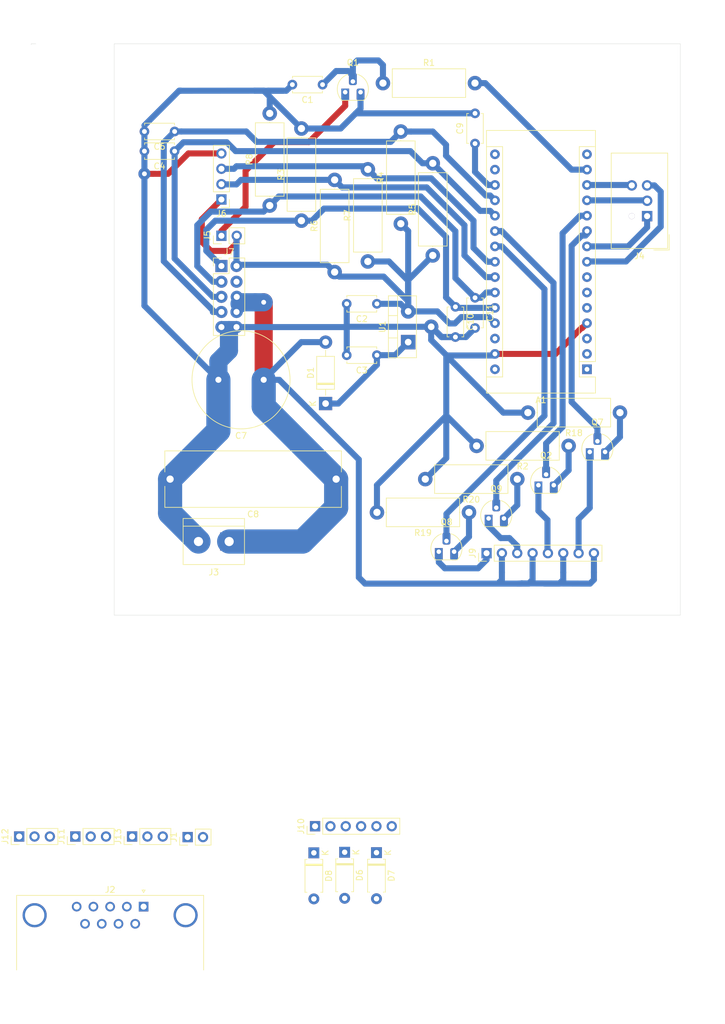
<source format=kicad_pcb>
(kicad_pcb (version 20171130) (host pcbnew "(5.1.5)-3")

  (general
    (thickness 1.6)
    (drawings 9)
    (tracks 307)
    (zones 0)
    (modules 44)
    (nets 58)
  )

  (page A4)
  (layers
    (0 F.Cu signal)
    (31 B.Cu signal)
    (32 B.Adhes user)
    (33 F.Adhes user)
    (34 B.Paste user)
    (35 F.Paste user)
    (36 B.SilkS user)
    (37 F.SilkS user)
    (38 B.Mask user)
    (39 F.Mask user)
    (40 Dwgs.User user)
    (41 Cmts.User user)
    (42 Eco1.User user)
    (43 Eco2.User user)
    (44 Edge.Cuts user)
    (45 Margin user)
    (46 B.CrtYd user)
    (47 F.CrtYd user)
    (48 B.Fab user)
    (49 F.Fab user)
  )

  (setup
    (last_trace_width 1)
    (user_trace_width 2)
    (user_trace_width 3)
    (user_trace_width 4)
    (trace_clearance 0.5)
    (zone_clearance 0.508)
    (zone_45_only no)
    (trace_min 0.2)
    (via_size 2)
    (via_drill 0.8)
    (via_min_size 0.4)
    (via_min_drill 0.3)
    (uvia_size 0.3)
    (uvia_drill 0.1)
    (uvias_allowed no)
    (uvia_min_size 0.2)
    (uvia_min_drill 0.1)
    (edge_width 0.05)
    (segment_width 0.2)
    (pcb_text_width 0.3)
    (pcb_text_size 1.5 1.5)
    (mod_edge_width 0.12)
    (mod_text_size 1 1)
    (mod_text_width 0.15)
    (pad_size 1.3 2)
    (pad_drill 0.75)
    (pad_to_mask_clearance 0.051)
    (solder_mask_min_width 0.25)
    (aux_axis_origin 0 0)
    (grid_origin 26.59 26.79)
    (visible_elements 7FFFFFFF)
    (pcbplotparams
      (layerselection 0x010fc_ffffffff)
      (usegerberextensions false)
      (usegerberattributes false)
      (usegerberadvancedattributes false)
      (creategerberjobfile false)
      (excludeedgelayer true)
      (linewidth 0.100000)
      (plotframeref false)
      (viasonmask false)
      (mode 1)
      (useauxorigin false)
      (hpglpennumber 1)
      (hpglpenspeed 20)
      (hpglpendiameter 15.000000)
      (psnegative false)
      (psa4output false)
      (plotreference true)
      (plotvalue true)
      (plotinvisibletext false)
      (padsonsilk false)
      (subtractmaskfromsilk false)
      (outputformat 1)
      (mirror false)
      (drillshape 1)
      (scaleselection 1)
      (outputdirectory ""))
  )

  (net 0 "")
  (net 1 "Net-(A1-Pad1)")
  (net 2 "Net-(A1-Pad17)")
  (net 3 "Net-(A1-Pad2)")
  (net 4 "Net-(A1-Pad18)")
  (net 5 "Net-(A1-Pad3)")
  (net 6 GND)
  (net 7 PIN_SENSOR_TEMPERATURA_1)
  (net 8 SENSOR_PUMP)
  (net 9 PIN_SENSOR_TEMPERATURA_2)
  (net 10 SENSOR_FAN)
  (net 11 "Net-(A1-Pad7)")
  (net 12 PMOS_FRIO)
  (net 13 PIN-READY-LED-GREEN)
  (net 14 PMOS_CALOR)
  (net 15 PIN-WARNING-LED-RED)
  (net 16 REF_5)
  (net 17 PWM_CALOR)
  (net 18 "Net-(A1-Pad28)")
  (net 19 PWM_FRIO)
  (net 20 "Net-(A1-Pad30)")
  (net 21 "Net-(A1-Pad15)")
  (net 22 VCC)
  (net 23 "Net-(D6-Pad2)")
  (net 24 "Net-(D6-Pad1)")
  (net 25 "Net-(D7-Pad1)")
  (net 26 "Net-(D7-Pad2)")
  (net 27 "Net-(D8-Pad1)")
  (net 28 "Net-(D8-Pad2)")
  (net 29 fan_sensor_C)
  (net 30 pump_sensor_C)
  (net 31 "Net-(J4-Pad2)")
  (net 32 "Net-(J4-Pad4)")
  (net 33 "Net-(J9-Pad1)")
  (net 34 "Net-(J9-Pad3)")
  (net 35 "Net-(J9-Pad5)")
  (net 36 "Net-(Q7-Pad3)")
  (net 37 "Net-(Q8-Pad3)")
  (net 38 "Net-(Q9-Pad3)")
  (net 39 SDA-DISPLAY)
  (net 40 SCL-DISPLAY)
  (net 41 PIN-HOT-LED-YELLOW)
  (net 42 PIN-COLD-LED-BLUE)
  (net 43 BUZZER)
  (net 44 "Net-(J5-Pad1)")
  (net 45 "Net-(J9-Pad7)")
  (net 46 "Net-(Q2-Pad3)")
  (net 47 term_1C)
  (net 48 VCC_C)
  (net 49 term_2C)
  (net 50 REF_5C)
  (net 51 GND_C)
  (net 52 "Net-(J7-Pad9)")
  (net 53 "Net-(A1-Pad16)")
  (net 54 "Net-(C3-Pad1)")
  (net 55 "Net-(C1-Pad1)")
  (net 56 "Net-(A1-Pad5)")
  (net 57 "Net-(A1-Pad6)")

  (net_class Default "Esta es la clase de red por defecto."
    (clearance 0.5)
    (trace_width 1)
    (via_dia 2)
    (via_drill 0.8)
    (uvia_dia 0.3)
    (uvia_drill 0.1)
    (add_net BUZZER)
    (add_net GND)
    (add_net GND_C)
    (add_net "Net-(A1-Pad1)")
    (add_net "Net-(A1-Pad15)")
    (add_net "Net-(A1-Pad16)")
    (add_net "Net-(A1-Pad17)")
    (add_net "Net-(A1-Pad18)")
    (add_net "Net-(A1-Pad2)")
    (add_net "Net-(A1-Pad28)")
    (add_net "Net-(A1-Pad3)")
    (add_net "Net-(A1-Pad30)")
    (add_net "Net-(A1-Pad5)")
    (add_net "Net-(A1-Pad6)")
    (add_net "Net-(A1-Pad7)")
    (add_net "Net-(C1-Pad1)")
    (add_net "Net-(C3-Pad1)")
    (add_net "Net-(D6-Pad1)")
    (add_net "Net-(D6-Pad2)")
    (add_net "Net-(D7-Pad1)")
    (add_net "Net-(D7-Pad2)")
    (add_net "Net-(D8-Pad1)")
    (add_net "Net-(D8-Pad2)")
    (add_net "Net-(J4-Pad2)")
    (add_net "Net-(J4-Pad4)")
    (add_net "Net-(J5-Pad1)")
    (add_net "Net-(J7-Pad9)")
    (add_net "Net-(J9-Pad1)")
    (add_net "Net-(J9-Pad3)")
    (add_net "Net-(J9-Pad5)")
    (add_net "Net-(J9-Pad7)")
    (add_net "Net-(Q2-Pad3)")
    (add_net "Net-(Q7-Pad3)")
    (add_net "Net-(Q8-Pad3)")
    (add_net "Net-(Q9-Pad3)")
    (add_net PIN-COLD-LED-BLUE)
    (add_net PIN-HOT-LED-YELLOW)
    (add_net PIN-READY-LED-GREEN)
    (add_net PIN-WARNING-LED-RED)
    (add_net PIN_SENSOR_TEMPERATURA_1)
    (add_net PIN_SENSOR_TEMPERATURA_2)
    (add_net PMOS_CALOR)
    (add_net PMOS_FRIO)
    (add_net PWM_CALOR)
    (add_net PWM_FRIO)
    (add_net REF_5)
    (add_net REF_5C)
    (add_net SCL-DISPLAY)
    (add_net SDA-DISPLAY)
    (add_net SENSOR_FAN)
    (add_net SENSOR_PUMP)
    (add_net VCC)
    (add_net VCC_C)
    (add_net fan_sensor_C)
    (add_net pump_sensor_C)
    (add_net term_1C)
    (add_net term_2C)
  )

  (module Connector_IDC:IDC-Header_2x03_P2.54mm_Vertical (layer F.Cu) (tedit 5EBEB7FC) (tstamp 5EB9C4CE)
    (at 128.59 55.29 180)
    (descr "Through hole straight IDC box header, 2x03, 2.54mm pitch, double rows")
    (tags "Through hole IDC box header THT 2x03 2.54mm double row")
    (path /5E931C53)
    (fp_text reference J4 (at 1.27 -6.604) (layer F.SilkS)
      (effects (font (size 1 1) (thickness 0.15)))
    )
    (fp_text value Conn_01x06_Male (at 1.27 11.684) (layer F.Fab)
      (effects (font (size 1 1) (thickness 0.15)))
    )
    (fp_text user %R (at 1.27 2.54) (layer F.Fab)
      (effects (font (size 1 1) (thickness 0.15)))
    )
    (fp_line (start 5.695 -5.1) (end 5.695 10.18) (layer F.Fab) (width 0.1))
    (fp_line (start 5.145 -4.56) (end 5.145 9.62) (layer F.Fab) (width 0.1))
    (fp_line (start -3.155 -5.1) (end -3.155 10.18) (layer F.Fab) (width 0.1))
    (fp_line (start -2.605 -4.56) (end -2.605 0.29) (layer F.Fab) (width 0.1))
    (fp_line (start -2.605 4.79) (end -2.605 9.62) (layer F.Fab) (width 0.1))
    (fp_line (start -2.605 0.29) (end -3.155 0.29) (layer F.Fab) (width 0.1))
    (fp_line (start -2.605 4.79) (end -3.155 4.79) (layer F.Fab) (width 0.1))
    (fp_line (start 5.695 -5.1) (end -3.155 -5.1) (layer F.Fab) (width 0.1))
    (fp_line (start 5.145 -4.56) (end -2.605 -4.56) (layer F.Fab) (width 0.1))
    (fp_line (start 5.695 10.18) (end -3.155 10.18) (layer F.Fab) (width 0.1))
    (fp_line (start 5.145 9.62) (end -2.605 9.62) (layer F.Fab) (width 0.1))
    (fp_line (start 5.695 -5.1) (end 5.145 -4.56) (layer F.Fab) (width 0.1))
    (fp_line (start 5.695 10.18) (end 5.145 9.62) (layer F.Fab) (width 0.1))
    (fp_line (start -3.155 -5.1) (end -2.605 -4.56) (layer F.Fab) (width 0.1))
    (fp_line (start -3.155 10.18) (end -2.605 9.62) (layer F.Fab) (width 0.1))
    (fp_line (start 5.95 -5.35) (end 5.95 10.43) (layer F.CrtYd) (width 0.05))
    (fp_line (start 5.95 10.43) (end -3.41 10.43) (layer F.CrtYd) (width 0.05))
    (fp_line (start -3.41 10.43) (end -3.41 -5.35) (layer F.CrtYd) (width 0.05))
    (fp_line (start -3.41 -5.35) (end 5.95 -5.35) (layer F.CrtYd) (width 0.05))
    (fp_line (start 5.945 -5.35) (end 5.945 10.43) (layer F.SilkS) (width 0.12))
    (fp_line (start 5.945 10.43) (end -3.405 10.43) (layer F.SilkS) (width 0.12))
    (fp_line (start -3.405 10.43) (end -3.405 -5.35) (layer F.SilkS) (width 0.12))
    (fp_line (start -3.405 -5.35) (end 5.945 -5.35) (layer F.SilkS) (width 0.12))
    (fp_line (start -3.655 -5.6) (end -3.655 -3.06) (layer F.SilkS) (width 0.12))
    (fp_line (start -3.655 -5.6) (end -1.115 -5.6) (layer F.SilkS) (width 0.12))
    (pad 1 thru_hole rect (at 0 0 180) (size 1.7272 1.7272) (drill 1.016) (layers *.Cu *.Mask)
      (net 14 PMOS_CALOR))
    (pad 2 thru_hole oval (at 2.54 0 180) (size 1 1) (drill 1) (layers *.Cu *.Mask)
      (net 31 "Net-(J4-Pad2)"))
    (pad 3 thru_hole oval (at 0 2.54 180) (size 1.7272 1.7272) (drill 1.016) (layers *.Cu *.Mask)
      (net 17 PWM_CALOR))
    (pad 4 smd oval (at 2.54 2.54 180) (size 1 1) (layers F.Paste F.Mask)
      (net 32 "Net-(J4-Pad4)"))
    (pad 5 thru_hole oval (at 0 5.08 180) (size 1.7272 1.7272) (drill 1.016) (layers *.Cu *.Mask)
      (net 12 PMOS_FRIO))
    (pad 6 thru_hole oval (at 2.54 5.08 180) (size 1.7272 1.7272) (drill 1.016) (layers *.Cu *.Mask)
      (net 19 PWM_FRIO))
    (model ${KISYS3DMOD}/Connector_IDC.3dshapes/IDC-Header_2x03_P2.54mm_Vertical.wrl
      (at (xyz 0 0 0))
      (scale (xyz 1 1 1))
      (rotate (xyz 0 0 0))
    )
  )

  (module Resistor_THT:R_Axial_DIN0414_L11.9mm_D4.5mm_P15.24mm_Horizontal (layer F.Cu) (tedit 5AE5139B) (tstamp 5EC43BF5)
    (at 99.09 104.29 180)
    (descr "Resistor, Axial_DIN0414 series, Axial, Horizontal, pin pitch=15.24mm, 2W, length*diameter=11.9*4.5mm^2, http://www.vishay.com/docs/20128/wkxwrx.pdf")
    (tags "Resistor Axial_DIN0414 series Axial Horizontal pin pitch 15.24mm 2W length 11.9mm diameter 4.5mm")
    (path /5DE483A4)
    (fp_text reference R19 (at 7.62 -3.37) (layer F.SilkS)
      (effects (font (size 1 1) (thickness 0.15)))
    )
    (fp_text value 220 (at 7.62 3.37) (layer F.Fab)
      (effects (font (size 1 1) (thickness 0.15)))
    )
    (fp_text user %R (at 7.62 0) (layer F.Fab)
      (effects (font (size 1 1) (thickness 0.15)))
    )
    (fp_line (start 16.69 -2.5) (end -1.45 -2.5) (layer F.CrtYd) (width 0.05))
    (fp_line (start 16.69 2.5) (end 16.69 -2.5) (layer F.CrtYd) (width 0.05))
    (fp_line (start -1.45 2.5) (end 16.69 2.5) (layer F.CrtYd) (width 0.05))
    (fp_line (start -1.45 -2.5) (end -1.45 2.5) (layer F.CrtYd) (width 0.05))
    (fp_line (start 13.8 0) (end 13.69 0) (layer F.SilkS) (width 0.12))
    (fp_line (start 1.44 0) (end 1.55 0) (layer F.SilkS) (width 0.12))
    (fp_line (start 13.69 -2.37) (end 1.55 -2.37) (layer F.SilkS) (width 0.12))
    (fp_line (start 13.69 2.37) (end 13.69 -2.37) (layer F.SilkS) (width 0.12))
    (fp_line (start 1.55 2.37) (end 13.69 2.37) (layer F.SilkS) (width 0.12))
    (fp_line (start 1.55 -2.37) (end 1.55 2.37) (layer F.SilkS) (width 0.12))
    (fp_line (start 15.24 0) (end 13.57 0) (layer F.Fab) (width 0.1))
    (fp_line (start 0 0) (end 1.67 0) (layer F.Fab) (width 0.1))
    (fp_line (start 13.57 -2.25) (end 1.67 -2.25) (layer F.Fab) (width 0.1))
    (fp_line (start 13.57 2.25) (end 13.57 -2.25) (layer F.Fab) (width 0.1))
    (fp_line (start 1.67 2.25) (end 13.57 2.25) (layer F.Fab) (width 0.1))
    (fp_line (start 1.67 -2.25) (end 1.67 2.25) (layer F.Fab) (width 0.1))
    (pad 2 thru_hole oval (at 15.24 0 180) (size 2.4 2.4) (drill 1.2) (layers *.Cu *.Mask)
      (net 6 GND))
    (pad 1 thru_hole circle (at 0 0 180) (size 2.4 2.4) (drill 1.2) (layers *.Cu *.Mask)
      (net 37 "Net-(Q8-Pad3)"))
    (model ${KISYS3DMOD}/Resistor_THT.3dshapes/R_Axial_DIN0414_L11.9mm_D4.5mm_P15.24mm_Horizontal.wrl
      (at (xyz 0 0 0))
      (scale (xyz 1 1 1))
      (rotate (xyz 0 0 0))
    )
  )

  (module custom_footprints:TO-92_HandSolder (layer F.Cu) (tedit 5DC4C45C) (tstamp 5EC2D432)
    (at 110.59 99.29)
    (descr "TO-92 leads molded, narrow, drill 0.75mm, handsoldering variant with enlarged pads (see NXP sot054_po.pdf)")
    (tags "to-92 sc-43 sc-43a sot54 PA33 transistor")
    (path /5ECC48FF)
    (fp_text reference Q2 (at 1.27 -4.4) (layer F.SilkS)
      (effects (font (size 1 1) (thickness 0.15)))
    )
    (fp_text value BC548 (at 1.27 2.79) (layer F.Fab)
      (effects (font (size 1 1) (thickness 0.15)))
    )
    (fp_text user %R (at 1.27 -4.4) (layer F.Fab)
      (effects (font (size 1 1) (thickness 0.15)))
    )
    (fp_line (start -0.53 1.85) (end 3.07 1.85) (layer F.SilkS) (width 0.12))
    (fp_line (start -0.5 1.75) (end 3 1.75) (layer F.Fab) (width 0.1))
    (fp_line (start -1.46 -3.05) (end 4 -3.05) (layer F.CrtYd) (width 0.05))
    (fp_line (start -1.45 -3.05) (end -1.46 2.01) (layer F.CrtYd) (width 0.05))
    (fp_line (start 4 2.01) (end 4 -3.05) (layer F.CrtYd) (width 0.05))
    (fp_line (start 4 2.01) (end -1.46 2.01) (layer F.CrtYd) (width 0.05))
    (fp_arc (start 1.27 0) (end 1.27 -2.48) (angle 135) (layer F.Fab) (width 0.1))
    (fp_arc (start 1.27 0) (end 0.45 -2.45) (angle -116.9632683) (layer F.SilkS) (width 0.12))
    (fp_arc (start 1.27 0) (end 1.27 -2.48) (angle -135) (layer F.Fab) (width 0.1))
    (fp_arc (start 1.27 0) (end 2.05 -2.45) (angle 117.6433766) (layer F.SilkS) (width 0.12))
    (pad 2 thru_hole roundrect (at 1.27 -1.27) (size 1.3 2) (drill 0.75 (offset 0 -0.4)) (layers *.Cu *.Mask) (roundrect_rratio 0.25)
      (net 42 PIN-COLD-LED-BLUE))
    (pad 3 thru_hole roundrect (at 2.54 0.5) (size 1.3 2) (drill 0.75 (offset 0 0.4)) (layers *.Cu *.Mask) (roundrect_rratio 0.25)
      (net 46 "Net-(Q2-Pad3)"))
    (pad 1 thru_hole rect (at 0 0.5) (size 1.3 2) (drill 0.75 (offset 0 0.4)) (layers *.Cu *.Mask)
      (net 35 "Net-(J9-Pad5)"))
    (model ${KISYS3DMOD}/Package_TO_SOT_THT.3dshapes/TO-92.wrl
      (at (xyz 0 0 0))
      (scale (xyz 1 1 1))
      (rotate (xyz 0 0 0))
    )
  )

  (module Capacitor_THT:C_Disc_D4.7mm_W2.5mm_P5.00mm (layer F.Cu) (tedit 5AE50EF0) (tstamp 5EB9C36C)
    (at 50.34 44.54 180)
    (descr "C, Disc series, Radial, pin pitch=5.00mm, , diameter*width=4.7*2.5mm^2, Capacitor, http://www.vishay.com/docs/45233/krseries.pdf")
    (tags "C Disc series Radial pin pitch 5.00mm  diameter 4.7mm width 2.5mm Capacitor")
    (path /5EDAF428)
    (fp_text reference C4 (at 2.5 -2.5) (layer F.SilkS)
      (effects (font (size 1 1) (thickness 0.15)))
    )
    (fp_text value 2.2n (at 2.5 2.5) (layer F.Fab)
      (effects (font (size 1 1) (thickness 0.15)))
    )
    (fp_text user %R (at 2.5 0) (layer F.Fab)
      (effects (font (size 0.94 0.94) (thickness 0.141)))
    )
    (fp_line (start 6.05 -1.5) (end -1.05 -1.5) (layer F.CrtYd) (width 0.05))
    (fp_line (start 6.05 1.5) (end 6.05 -1.5) (layer F.CrtYd) (width 0.05))
    (fp_line (start -1.05 1.5) (end 6.05 1.5) (layer F.CrtYd) (width 0.05))
    (fp_line (start -1.05 -1.5) (end -1.05 1.5) (layer F.CrtYd) (width 0.05))
    (fp_line (start 4.97 1.055) (end 4.97 1.37) (layer F.SilkS) (width 0.12))
    (fp_line (start 4.97 -1.37) (end 4.97 -1.055) (layer F.SilkS) (width 0.12))
    (fp_line (start 0.03 1.055) (end 0.03 1.37) (layer F.SilkS) (width 0.12))
    (fp_line (start 0.03 -1.37) (end 0.03 -1.055) (layer F.SilkS) (width 0.12))
    (fp_line (start 0.03 1.37) (end 4.97 1.37) (layer F.SilkS) (width 0.12))
    (fp_line (start 0.03 -1.37) (end 4.97 -1.37) (layer F.SilkS) (width 0.12))
    (fp_line (start 4.85 -1.25) (end 0.15 -1.25) (layer F.Fab) (width 0.1))
    (fp_line (start 4.85 1.25) (end 4.85 -1.25) (layer F.Fab) (width 0.1))
    (fp_line (start 0.15 1.25) (end 4.85 1.25) (layer F.Fab) (width 0.1))
    (fp_line (start 0.15 -1.25) (end 0.15 1.25) (layer F.Fab) (width 0.1))
    (pad 2 thru_hole circle (at 5 0 180) (size 1.6 1.6) (drill 0.8) (layers *.Cu *.Mask)
      (net 6 GND))
    (pad 1 thru_hole circle (at 0 0 180) (size 1.6 1.6) (drill 0.8) (layers *.Cu *.Mask)
      (net 10 SENSOR_FAN))
    (model ${KISYS3DMOD}/Capacitor_THT.3dshapes/C_Disc_D4.7mm_W2.5mm_P5.00mm.wrl
      (at (xyz 0 0 0))
      (scale (xyz 1 1 1))
      (rotate (xyz 0 0 0))
    )
  )

  (module Capacitor_THT:C_Disc_D4.7mm_W2.5mm_P5.00mm (layer F.Cu) (tedit 5AE50EF0) (tstamp 5EB9C37D)
    (at 50.34 41.29 180)
    (descr "C, Disc series, Radial, pin pitch=5.00mm, , diameter*width=4.7*2.5mm^2, Capacitor, http://www.vishay.com/docs/45233/krseries.pdf")
    (tags "C Disc series Radial pin pitch 5.00mm  diameter 4.7mm width 2.5mm Capacitor")
    (path /5EDBC98B)
    (fp_text reference C6 (at 2.5 -2.5 180) (layer F.SilkS)
      (effects (font (size 1 1) (thickness 0.15)))
    )
    (fp_text value 2.2n (at 2.5 2.5 180) (layer F.Fab)
      (effects (font (size 1 1) (thickness 0.15)))
    )
    (fp_text user %R (at 2.5 -0.25 180) (layer F.Fab)
      (effects (font (size 0.94 0.94) (thickness 0.141)))
    )
    (fp_line (start 6.05 -1.5) (end -1.05 -1.5) (layer F.CrtYd) (width 0.05))
    (fp_line (start 6.05 1.5) (end 6.05 -1.5) (layer F.CrtYd) (width 0.05))
    (fp_line (start -1.05 1.5) (end 6.05 1.5) (layer F.CrtYd) (width 0.05))
    (fp_line (start -1.05 -1.5) (end -1.05 1.5) (layer F.CrtYd) (width 0.05))
    (fp_line (start 4.97 1.055) (end 4.97 1.37) (layer F.SilkS) (width 0.12))
    (fp_line (start 4.97 -1.37) (end 4.97 -1.055) (layer F.SilkS) (width 0.12))
    (fp_line (start 0.03 1.055) (end 0.03 1.37) (layer F.SilkS) (width 0.12))
    (fp_line (start 0.03 -1.37) (end 0.03 -1.055) (layer F.SilkS) (width 0.12))
    (fp_line (start 0.03 1.37) (end 4.97 1.37) (layer F.SilkS) (width 0.12))
    (fp_line (start 0.03 -1.37) (end 4.97 -1.37) (layer F.SilkS) (width 0.12))
    (fp_line (start 4.85 -1.25) (end 0.15 -1.25) (layer F.Fab) (width 0.1))
    (fp_line (start 4.85 1.25) (end 4.85 -1.25) (layer F.Fab) (width 0.1))
    (fp_line (start 0.15 1.25) (end 4.85 1.25) (layer F.Fab) (width 0.1))
    (fp_line (start 0.15 -1.25) (end 0.15 1.25) (layer F.Fab) (width 0.1))
    (pad 2 thru_hole circle (at 5 0 180) (size 1.6 1.6) (drill 0.8) (layers *.Cu *.Mask)
      (net 6 GND))
    (pad 1 thru_hole circle (at 0 0 180) (size 1.6 1.6) (drill 0.8) (layers *.Cu *.Mask)
      (net 8 SENSOR_PUMP))
    (model ${KISYS3DMOD}/Capacitor_THT.3dshapes/C_Disc_D4.7mm_W2.5mm_P5.00mm.wrl
      (at (xyz 0 0 0))
      (scale (xyz 1 1 1))
      (rotate (xyz 0 0 0))
    )
  )

  (module Module:Arduino_Nano (layer F.Cu) (tedit 58ACAF70) (tstamp 5EB9C339)
    (at 118.63 80.62 180)
    (descr "Arduino Nano, http://www.mouser.com/pdfdocs/Gravitech_Arduino_Nano3_0.pdf")
    (tags "Arduino Nano")
    (path /5DB11DC8)
    (fp_text reference A1 (at 7.62 -5.08) (layer F.SilkS)
      (effects (font (size 1 1) (thickness 0.15)))
    )
    (fp_text value Arduino_Nano_v3.x (at 12.23 16.97 90) (layer F.Fab)
      (effects (font (size 1 1) (thickness 0.15)))
    )
    (fp_text user %R (at 6.35 19.05 90) (layer F.Fab)
      (effects (font (size 1 1) (thickness 0.15)))
    )
    (fp_line (start 1.27 1.27) (end 1.27 -1.27) (layer F.SilkS) (width 0.12))
    (fp_line (start 1.27 -1.27) (end -1.4 -1.27) (layer F.SilkS) (width 0.12))
    (fp_line (start -1.4 1.27) (end -1.4 39.5) (layer F.SilkS) (width 0.12))
    (fp_line (start -1.4 -3.94) (end -1.4 -1.27) (layer F.SilkS) (width 0.12))
    (fp_line (start 13.97 -1.27) (end 16.64 -1.27) (layer F.SilkS) (width 0.12))
    (fp_line (start 13.97 -1.27) (end 13.97 36.83) (layer F.SilkS) (width 0.12))
    (fp_line (start 13.97 36.83) (end 16.64 36.83) (layer F.SilkS) (width 0.12))
    (fp_line (start 1.27 1.27) (end -1.4 1.27) (layer F.SilkS) (width 0.12))
    (fp_line (start 1.27 1.27) (end 1.27 36.83) (layer F.SilkS) (width 0.12))
    (fp_line (start 1.27 36.83) (end -1.4 36.83) (layer F.SilkS) (width 0.12))
    (fp_line (start 3.81 31.75) (end 11.43 31.75) (layer F.Fab) (width 0.1))
    (fp_line (start 11.43 31.75) (end 11.43 41.91) (layer F.Fab) (width 0.1))
    (fp_line (start 11.43 41.91) (end 3.81 41.91) (layer F.Fab) (width 0.1))
    (fp_line (start 3.81 41.91) (end 3.81 31.75) (layer F.Fab) (width 0.1))
    (fp_line (start -1.4 39.5) (end 16.64 39.5) (layer F.SilkS) (width 0.12))
    (fp_line (start 16.64 39.5) (end 16.64 -3.94) (layer F.SilkS) (width 0.12))
    (fp_line (start 16.64 -3.94) (end -1.4 -3.94) (layer F.SilkS) (width 0.12))
    (fp_line (start 16.51 39.37) (end -1.27 39.37) (layer F.Fab) (width 0.1))
    (fp_line (start -1.27 39.37) (end -1.27 -2.54) (layer F.Fab) (width 0.1))
    (fp_line (start -1.27 -2.54) (end 0 -3.81) (layer F.Fab) (width 0.1))
    (fp_line (start 0 -3.81) (end 16.51 -3.81) (layer F.Fab) (width 0.1))
    (fp_line (start 16.51 -3.81) (end 16.51 39.37) (layer F.Fab) (width 0.1))
    (fp_line (start -1.53 -4.06) (end 16.75 -4.06) (layer F.CrtYd) (width 0.05))
    (fp_line (start -1.53 -4.06) (end -1.53 42.16) (layer F.CrtYd) (width 0.05))
    (fp_line (start 16.75 42.16) (end 16.75 -4.06) (layer F.CrtYd) (width 0.05))
    (fp_line (start 16.75 42.16) (end -1.53 42.16) (layer F.CrtYd) (width 0.05))
    (pad 1 thru_hole rect (at 0 0 180) (size 1.6 1.6) (drill 0.8) (layers *.Cu *.Mask)
      (net 1 "Net-(A1-Pad1)"))
    (pad 17 thru_hole oval (at 15.24 33.02 180) (size 1.6 1.6) (drill 0.8) (layers *.Cu *.Mask)
      (net 2 "Net-(A1-Pad17)"))
    (pad 2 thru_hole oval (at 0 2.54 180) (size 1.6 1.6) (drill 0.8) (layers *.Cu *.Mask)
      (net 3 "Net-(A1-Pad2)"))
    (pad 18 thru_hole oval (at 15.24 30.48 180) (size 1.6 1.6) (drill 0.8) (layers *.Cu *.Mask)
      (net 4 "Net-(A1-Pad18)"))
    (pad 3 thru_hole oval (at 0 5.08 180) (size 1.6 1.6) (drill 0.8) (layers *.Cu *.Mask)
      (net 5 "Net-(A1-Pad3)"))
    (pad 19 thru_hole oval (at 15.24 27.94 180) (size 1.6 1.6) (drill 0.8) (layers *.Cu *.Mask)
      (net 8 SENSOR_PUMP))
    (pad 4 thru_hole oval (at 0 7.62 180) (size 1.6 1.6) (drill 0.8) (layers *.Cu *.Mask)
      (net 6 GND))
    (pad 20 thru_hole oval (at 15.24 25.4 180) (size 1.6 1.6) (drill 0.8) (layers *.Cu *.Mask)
      (net 10 SENSOR_FAN))
    (pad 5 thru_hole oval (at 0 10.16 180) (size 1.6 1.6) (drill 0.8) (layers *.Cu *.Mask)
      (net 56 "Net-(A1-Pad5)"))
    (pad 21 thru_hole oval (at 15.24 22.86 180) (size 1.6 1.6) (drill 0.8) (layers *.Cu *.Mask)
      (net 15 PIN-WARNING-LED-RED))
    (pad 6 thru_hole oval (at 0 12.7 180) (size 1.6 1.6) (drill 0.8) (layers *.Cu *.Mask)
      (net 57 "Net-(A1-Pad6)"))
    (pad 22 thru_hole oval (at 15.24 20.32 180) (size 1.6 1.6) (drill 0.8) (layers *.Cu *.Mask)
      (net 13 PIN-READY-LED-GREEN))
    (pad 7 thru_hole oval (at 0 15.24 180) (size 1.6 1.6) (drill 0.8) (layers *.Cu *.Mask)
      (net 11 "Net-(A1-Pad7)"))
    (pad 23 thru_hole oval (at 15.24 17.78 180) (size 1.6 1.6) (drill 0.8) (layers *.Cu *.Mask)
      (net 39 SDA-DISPLAY))
    (pad 8 thru_hole oval (at 0 17.78 180) (size 1.6 1.6) (drill 0.8) (layers *.Cu *.Mask)
      (net 12 PMOS_FRIO))
    (pad 24 thru_hole oval (at 15.24 15.24 180) (size 1.6 1.6) (drill 0.8) (layers *.Cu *.Mask)
      (net 40 SCL-DISPLAY))
    (pad 9 thru_hole oval (at 0 20.32 180) (size 1.6 1.6) (drill 0.8) (layers *.Cu *.Mask)
      (net 14 PMOS_CALOR))
    (pad 25 thru_hole oval (at 15.24 12.7 180) (size 1.6 1.6) (drill 0.8) (layers *.Cu *.Mask)
      (net 7 PIN_SENSOR_TEMPERATURA_1))
    (pad 10 thru_hole oval (at 0 22.86 180) (size 1.6 1.6) (drill 0.8) (layers *.Cu *.Mask)
      (net 41 PIN-HOT-LED-YELLOW))
    (pad 26 thru_hole oval (at 15.24 10.16 180) (size 1.6 1.6) (drill 0.8) (layers *.Cu *.Mask)
      (net 9 PIN_SENSOR_TEMPERATURA_2))
    (pad 11 thru_hole oval (at 0 25.4 180) (size 1.6 1.6) (drill 0.8) (layers *.Cu *.Mask)
      (net 42 PIN-COLD-LED-BLUE))
    (pad 27 thru_hole oval (at 15.24 7.62 180) (size 1.6 1.6) (drill 0.8) (layers *.Cu *.Mask)
      (net 16 REF_5))
    (pad 12 thru_hole oval (at 0 27.94 180) (size 1.6 1.6) (drill 0.8) (layers *.Cu *.Mask)
      (net 17 PWM_CALOR))
    (pad 28 thru_hole oval (at 15.24 5.08 180) (size 1.6 1.6) (drill 0.8) (layers *.Cu *.Mask)
      (net 18 "Net-(A1-Pad28)"))
    (pad 13 thru_hole oval (at 0 30.48 180) (size 1.6 1.6) (drill 0.8) (layers *.Cu *.Mask)
      (net 19 PWM_FRIO))
    (pad 29 thru_hole oval (at 15.24 2.54 180) (size 1.6 1.6) (drill 0.8) (layers *.Cu *.Mask)
      (net 6 GND))
    (pad 14 thru_hole oval (at 0 33.02 180) (size 1.6 1.6) (drill 0.8) (layers *.Cu *.Mask)
      (net 43 BUZZER))
    (pad 30 thru_hole oval (at 15.24 0 180) (size 1.6 1.6) (drill 0.8) (layers *.Cu *.Mask)
      (net 20 "Net-(A1-Pad30)"))
    (pad 15 thru_hole oval (at 0 35.56 180) (size 1.6 1.6) (drill 0.8) (layers *.Cu *.Mask)
      (net 21 "Net-(A1-Pad15)"))
    (pad 16 thru_hole oval (at 15.24 35.56 180) (size 1.6 1.6) (drill 0.8) (layers *.Cu *.Mask)
      (net 53 "Net-(A1-Pad16)"))
    (model ${KISYS3DMOD}/Module.3dshapes/Arduino_Nano_WithMountingHoles.wrl
      (at (xyz 0 0 0))
      (scale (xyz 1 1 1))
      (rotate (xyz 0 0 0))
    )
  )

  (module Capacitor_THT:C_Disc_D4.7mm_W2.5mm_P5.00mm (layer F.Cu) (tedit 5AE50EF0) (tstamp 5EB9C3CF)
    (at 100.09 68.79 270)
    (descr "C, Disc series, Radial, pin pitch=5.00mm, , diameter*width=4.7*2.5mm^2, Capacitor, http://www.vishay.com/docs/45233/krseries.pdf")
    (tags "C Disc series Radial pin pitch 5.00mm  diameter 4.7mm width 2.5mm Capacitor")
    (path /5DCCB55D)
    (fp_text reference C11 (at 2.5 -2.5 270) (layer F.SilkS)
      (effects (font (size 1 1) (thickness 0.15)))
    )
    (fp_text value 4.7n (at 2.5 2.5 270) (layer F.Fab)
      (effects (font (size 1 1) (thickness 0.15)))
    )
    (fp_text user %R (at 2.5 0 270) (layer F.Fab)
      (effects (font (size 0.94 0.94) (thickness 0.141)))
    )
    (fp_line (start 6.05 -1.5) (end -1.05 -1.5) (layer F.CrtYd) (width 0.05))
    (fp_line (start 6.05 1.5) (end 6.05 -1.5) (layer F.CrtYd) (width 0.05))
    (fp_line (start -1.05 1.5) (end 6.05 1.5) (layer F.CrtYd) (width 0.05))
    (fp_line (start -1.05 -1.5) (end -1.05 1.5) (layer F.CrtYd) (width 0.05))
    (fp_line (start 4.97 1.055) (end 4.97 1.37) (layer F.SilkS) (width 0.12))
    (fp_line (start 4.97 -1.37) (end 4.97 -1.055) (layer F.SilkS) (width 0.12))
    (fp_line (start 0.03 1.055) (end 0.03 1.37) (layer F.SilkS) (width 0.12))
    (fp_line (start 0.03 -1.37) (end 0.03 -1.055) (layer F.SilkS) (width 0.12))
    (fp_line (start 0.03 1.37) (end 4.97 1.37) (layer F.SilkS) (width 0.12))
    (fp_line (start 0.03 -1.37) (end 4.97 -1.37) (layer F.SilkS) (width 0.12))
    (fp_line (start 4.85 -1.25) (end 0.15 -1.25) (layer F.Fab) (width 0.1))
    (fp_line (start 4.85 1.25) (end 4.85 -1.25) (layer F.Fab) (width 0.1))
    (fp_line (start 0.15 1.25) (end 4.85 1.25) (layer F.Fab) (width 0.1))
    (fp_line (start 0.15 -1.25) (end 0.15 1.25) (layer F.Fab) (width 0.1))
    (pad 2 thru_hole circle (at 5 0 270) (size 1.6 1.6) (drill 0.8) (layers *.Cu *.Mask)
      (net 6 GND))
    (pad 1 thru_hole circle (at 0 0 270) (size 1.6 1.6) (drill 0.8) (layers *.Cu *.Mask)
      (net 7 PIN_SENSOR_TEMPERATURA_1))
    (model ${KISYS3DMOD}/Capacitor_THT.3dshapes/C_Disc_D4.7mm_W2.5mm_P5.00mm.wrl
      (at (xyz 0 0 0))
      (scale (xyz 1 1 1))
      (rotate (xyz 0 0 0))
    )
  )

  (module Capacitor_THT:C_Disc_D4.7mm_W2.5mm_P5.00mm (layer F.Cu) (tedit 5AE50EF0) (tstamp 5EB9C3BE)
    (at 96.84 70.29 270)
    (descr "C, Disc series, Radial, pin pitch=5.00mm, , diameter*width=4.7*2.5mm^2, Capacitor, http://www.vishay.com/docs/45233/krseries.pdf")
    (tags "C Disc series Radial pin pitch 5.00mm  diameter 4.7mm width 2.5mm Capacitor")
    (path /5DC34274)
    (fp_text reference C10 (at 2.5 -2.5 270) (layer F.SilkS)
      (effects (font (size 1 1) (thickness 0.15)))
    )
    (fp_text value 4.7n (at 2.5 2.5 270) (layer F.Fab)
      (effects (font (size 1 1) (thickness 0.15)))
    )
    (fp_text user %R (at 2.5 0 270) (layer F.Fab)
      (effects (font (size 0.94 0.94) (thickness 0.141)))
    )
    (fp_line (start 6.05 -1.5) (end -1.05 -1.5) (layer F.CrtYd) (width 0.05))
    (fp_line (start 6.05 1.5) (end 6.05 -1.5) (layer F.CrtYd) (width 0.05))
    (fp_line (start -1.05 1.5) (end 6.05 1.5) (layer F.CrtYd) (width 0.05))
    (fp_line (start -1.05 -1.5) (end -1.05 1.5) (layer F.CrtYd) (width 0.05))
    (fp_line (start 4.97 1.055) (end 4.97 1.37) (layer F.SilkS) (width 0.12))
    (fp_line (start 4.97 -1.37) (end 4.97 -1.055) (layer F.SilkS) (width 0.12))
    (fp_line (start 0.03 1.055) (end 0.03 1.37) (layer F.SilkS) (width 0.12))
    (fp_line (start 0.03 -1.37) (end 0.03 -1.055) (layer F.SilkS) (width 0.12))
    (fp_line (start 0.03 1.37) (end 4.97 1.37) (layer F.SilkS) (width 0.12))
    (fp_line (start 0.03 -1.37) (end 4.97 -1.37) (layer F.SilkS) (width 0.12))
    (fp_line (start 4.85 -1.25) (end 0.15 -1.25) (layer F.Fab) (width 0.1))
    (fp_line (start 4.85 1.25) (end 4.85 -1.25) (layer F.Fab) (width 0.1))
    (fp_line (start 0.15 1.25) (end 4.85 1.25) (layer F.Fab) (width 0.1))
    (fp_line (start 0.15 -1.25) (end 0.15 1.25) (layer F.Fab) (width 0.1))
    (pad 2 thru_hole circle (at 5 0 270) (size 1.6 1.6) (drill 0.8) (layers *.Cu *.Mask)
      (net 6 GND))
    (pad 1 thru_hole circle (at 0 0 270) (size 1.6 1.6) (drill 0.8) (layers *.Cu *.Mask)
      (net 9 PIN_SENSOR_TEMPERATURA_2))
    (model ${KISYS3DMOD}/Capacitor_THT.3dshapes/C_Disc_D4.7mm_W2.5mm_P5.00mm.wrl
      (at (xyz 0 0 0))
      (scale (xyz 1 1 1))
      (rotate (xyz 0 0 0))
    )
  )

  (module Capacitor_THT:C_Disc_D4.7mm_W2.5mm_P5.00mm (layer F.Cu) (tedit 5AE50EF0) (tstamp 5EB9C3AD)
    (at 100.09 43.29 90)
    (descr "C, Disc series, Radial, pin pitch=5.00mm, , diameter*width=4.7*2.5mm^2, Capacitor, http://www.vishay.com/docs/45233/krseries.pdf")
    (tags "C Disc series Radial pin pitch 5.00mm  diameter 4.7mm width 2.5mm Capacitor")
    (path /5DE3A5E4)
    (fp_text reference C9 (at 2.5 -2.5 270) (layer F.SilkS)
      (effects (font (size 1 1) (thickness 0.15)))
    )
    (fp_text value 100n (at 2.5 2.5 270) (layer F.Fab)
      (effects (font (size 1 1) (thickness 0.15)))
    )
    (fp_text user %R (at 2.5 0 270) (layer F.Fab)
      (effects (font (size 0.94 0.94) (thickness 0.141)))
    )
    (fp_line (start 6.05 -1.5) (end -1.05 -1.5) (layer F.CrtYd) (width 0.05))
    (fp_line (start 6.05 1.5) (end 6.05 -1.5) (layer F.CrtYd) (width 0.05))
    (fp_line (start -1.05 1.5) (end 6.05 1.5) (layer F.CrtYd) (width 0.05))
    (fp_line (start -1.05 -1.5) (end -1.05 1.5) (layer F.CrtYd) (width 0.05))
    (fp_line (start 4.97 1.055) (end 4.97 1.37) (layer F.SilkS) (width 0.12))
    (fp_line (start 4.97 -1.37) (end 4.97 -1.055) (layer F.SilkS) (width 0.12))
    (fp_line (start 0.03 1.055) (end 0.03 1.37) (layer F.SilkS) (width 0.12))
    (fp_line (start 0.03 -1.37) (end 0.03 -1.055) (layer F.SilkS) (width 0.12))
    (fp_line (start 0.03 1.37) (end 4.97 1.37) (layer F.SilkS) (width 0.12))
    (fp_line (start 0.03 -1.37) (end 4.97 -1.37) (layer F.SilkS) (width 0.12))
    (fp_line (start 4.85 -1.25) (end 0.15 -1.25) (layer F.Fab) (width 0.1))
    (fp_line (start 4.85 1.25) (end 4.85 -1.25) (layer F.Fab) (width 0.1))
    (fp_line (start 0.15 1.25) (end 4.85 1.25) (layer F.Fab) (width 0.1))
    (fp_line (start 0.15 -1.25) (end 0.15 1.25) (layer F.Fab) (width 0.1))
    (pad 2 thru_hole circle (at 5 0 90) (size 1.6 1.6) (drill 0.8) (layers *.Cu *.Mask)
      (net 6 GND))
    (pad 1 thru_hole circle (at 0 0 90) (size 1.6 1.6) (drill 0.8) (layers *.Cu *.Mask)
      (net 4 "Net-(A1-Pad18)"))
    (model ${KISYS3DMOD}/Capacitor_THT.3dshapes/C_Disc_D4.7mm_W2.5mm_P5.00mm.wrl
      (at (xyz 0 0 0))
      (scale (xyz 1 1 1))
      (rotate (xyz 0 0 0))
    )
  )

  (module Capacitor_THT:C_Disc_D4.7mm_W2.5mm_P5.00mm (layer F.Cu) (tedit 5AE50EF0) (tstamp 5EC44447)
    (at 83.84 78.29 180)
    (descr "C, Disc series, Radial, pin pitch=5.00mm, , diameter*width=4.7*2.5mm^2, Capacitor, http://www.vishay.com/docs/45233/krseries.pdf")
    (tags "C Disc series Radial pin pitch 5.00mm  diameter 4.7mm width 2.5mm Capacitor")
    (path /5EBF44A4)
    (fp_text reference C3 (at 2.5 -2.5) (layer F.SilkS)
      (effects (font (size 1 1) (thickness 0.15)))
    )
    (fp_text value 330n (at 2.5 2.5) (layer F.Fab)
      (effects (font (size 1 1) (thickness 0.15)))
    )
    (fp_text user %R (at 2.5 0) (layer F.Fab)
      (effects (font (size 0.94 0.94) (thickness 0.141)))
    )
    (fp_line (start 6.05 -1.5) (end -1.05 -1.5) (layer F.CrtYd) (width 0.05))
    (fp_line (start 6.05 1.5) (end 6.05 -1.5) (layer F.CrtYd) (width 0.05))
    (fp_line (start -1.05 1.5) (end 6.05 1.5) (layer F.CrtYd) (width 0.05))
    (fp_line (start -1.05 -1.5) (end -1.05 1.5) (layer F.CrtYd) (width 0.05))
    (fp_line (start 4.97 1.055) (end 4.97 1.37) (layer F.SilkS) (width 0.12))
    (fp_line (start 4.97 -1.37) (end 4.97 -1.055) (layer F.SilkS) (width 0.12))
    (fp_line (start 0.03 1.055) (end 0.03 1.37) (layer F.SilkS) (width 0.12))
    (fp_line (start 0.03 -1.37) (end 0.03 -1.055) (layer F.SilkS) (width 0.12))
    (fp_line (start 0.03 1.37) (end 4.97 1.37) (layer F.SilkS) (width 0.12))
    (fp_line (start 0.03 -1.37) (end 4.97 -1.37) (layer F.SilkS) (width 0.12))
    (fp_line (start 4.85 -1.25) (end 0.15 -1.25) (layer F.Fab) (width 0.1))
    (fp_line (start 4.85 1.25) (end 4.85 -1.25) (layer F.Fab) (width 0.1))
    (fp_line (start 0.15 1.25) (end 4.85 1.25) (layer F.Fab) (width 0.1))
    (fp_line (start 0.15 -1.25) (end 0.15 1.25) (layer F.Fab) (width 0.1))
    (pad 2 thru_hole circle (at 5 0 180) (size 1.6 1.6) (drill 0.8) (layers *.Cu *.Mask)
      (net 6 GND))
    (pad 1 thru_hole circle (at 0 0 180) (size 1.6 1.6) (drill 0.8) (layers *.Cu *.Mask)
      (net 54 "Net-(C3-Pad1)"))
    (model ${KISYS3DMOD}/Capacitor_THT.3dshapes/C_Disc_D4.7mm_W2.5mm_P5.00mm.wrl
      (at (xyz 0 0 0))
      (scale (xyz 1 1 1))
      (rotate (xyz 0 0 0))
    )
  )

  (module Capacitor_THT:C_Disc_D4.7mm_W2.5mm_P5.00mm (layer F.Cu) (tedit 5AE50EF0) (tstamp 5EC44483)
    (at 83.84 69.79 180)
    (descr "C, Disc series, Radial, pin pitch=5.00mm, , diameter*width=4.7*2.5mm^2, Capacitor, http://www.vishay.com/docs/45233/krseries.pdf")
    (tags "C Disc series Radial pin pitch 5.00mm  diameter 4.7mm width 2.5mm Capacitor")
    (path /5EBF2723)
    (fp_text reference C2 (at 2.5 -2.5) (layer F.SilkS)
      (effects (font (size 1 1) (thickness 0.15)))
    )
    (fp_text value 100n (at 2.5 2.5) (layer F.Fab)
      (effects (font (size 1 1) (thickness 0.15)))
    )
    (fp_text user %R (at 2.5 0) (layer F.Fab)
      (effects (font (size 0.94 0.94) (thickness 0.141)))
    )
    (fp_line (start 6.05 -1.5) (end -1.05 -1.5) (layer F.CrtYd) (width 0.05))
    (fp_line (start 6.05 1.5) (end 6.05 -1.5) (layer F.CrtYd) (width 0.05))
    (fp_line (start -1.05 1.5) (end 6.05 1.5) (layer F.CrtYd) (width 0.05))
    (fp_line (start -1.05 -1.5) (end -1.05 1.5) (layer F.CrtYd) (width 0.05))
    (fp_line (start 4.97 1.055) (end 4.97 1.37) (layer F.SilkS) (width 0.12))
    (fp_line (start 4.97 -1.37) (end 4.97 -1.055) (layer F.SilkS) (width 0.12))
    (fp_line (start 0.03 1.055) (end 0.03 1.37) (layer F.SilkS) (width 0.12))
    (fp_line (start 0.03 -1.37) (end 0.03 -1.055) (layer F.SilkS) (width 0.12))
    (fp_line (start 0.03 1.37) (end 4.97 1.37) (layer F.SilkS) (width 0.12))
    (fp_line (start 0.03 -1.37) (end 4.97 -1.37) (layer F.SilkS) (width 0.12))
    (fp_line (start 4.85 -1.25) (end 0.15 -1.25) (layer F.Fab) (width 0.1))
    (fp_line (start 4.85 1.25) (end 4.85 -1.25) (layer F.Fab) (width 0.1))
    (fp_line (start 0.15 1.25) (end 4.85 1.25) (layer F.Fab) (width 0.1))
    (fp_line (start 0.15 -1.25) (end 0.15 1.25) (layer F.Fab) (width 0.1))
    (pad 2 thru_hole circle (at 5 0 180) (size 1.6 1.6) (drill 0.8) (layers *.Cu *.Mask)
      (net 6 GND))
    (pad 1 thru_hole circle (at 0 0 180) (size 1.6 1.6) (drill 0.8) (layers *.Cu *.Mask)
      (net 16 REF_5))
    (model ${KISYS3DMOD}/Capacitor_THT.3dshapes/C_Disc_D4.7mm_W2.5mm_P5.00mm.wrl
      (at (xyz 0 0 0))
      (scale (xyz 1 1 1))
      (rotate (xyz 0 0 0))
    )
  )

  (module Resistor_THT:R_Axial_DIN0414_L11.9mm_D4.5mm_P15.24mm_Horizontal (layer F.Cu) (tedit 5AE5139B) (tstamp 5EB9C5E5)
    (at 124.09 87.79 180)
    (descr "Resistor, Axial_DIN0414 series, Axial, Horizontal, pin pitch=15.24mm, 2W, length*diameter=11.9*4.5mm^2, http://www.vishay.com/docs/20128/wkxwrx.pdf")
    (tags "Resistor Axial_DIN0414 series Axial Horizontal pin pitch 15.24mm 2W length 11.9mm diameter 4.5mm")
    (path /5DD3680D)
    (fp_text reference R18 (at 7.62 -3.37) (layer F.SilkS)
      (effects (font (size 1 1) (thickness 0.15)))
    )
    (fp_text value 220 (at 7.62 3.37) (layer F.Fab)
      (effects (font (size 1 1) (thickness 0.15)))
    )
    (fp_text user %R (at 7.62 0) (layer F.Fab)
      (effects (font (size 1 1) (thickness 0.15)))
    )
    (fp_line (start 16.69 -2.5) (end -1.45 -2.5) (layer F.CrtYd) (width 0.05))
    (fp_line (start 16.69 2.5) (end 16.69 -2.5) (layer F.CrtYd) (width 0.05))
    (fp_line (start -1.45 2.5) (end 16.69 2.5) (layer F.CrtYd) (width 0.05))
    (fp_line (start -1.45 -2.5) (end -1.45 2.5) (layer F.CrtYd) (width 0.05))
    (fp_line (start 13.8 0) (end 13.69 0) (layer F.SilkS) (width 0.12))
    (fp_line (start 1.44 0) (end 1.55 0) (layer F.SilkS) (width 0.12))
    (fp_line (start 13.69 -2.37) (end 1.55 -2.37) (layer F.SilkS) (width 0.12))
    (fp_line (start 13.69 2.37) (end 13.69 -2.37) (layer F.SilkS) (width 0.12))
    (fp_line (start 1.55 2.37) (end 13.69 2.37) (layer F.SilkS) (width 0.12))
    (fp_line (start 1.55 -2.37) (end 1.55 2.37) (layer F.SilkS) (width 0.12))
    (fp_line (start 15.24 0) (end 13.57 0) (layer F.Fab) (width 0.1))
    (fp_line (start 0 0) (end 1.67 0) (layer F.Fab) (width 0.1))
    (fp_line (start 13.57 -2.25) (end 1.67 -2.25) (layer F.Fab) (width 0.1))
    (fp_line (start 13.57 2.25) (end 13.57 -2.25) (layer F.Fab) (width 0.1))
    (fp_line (start 1.67 2.25) (end 13.57 2.25) (layer F.Fab) (width 0.1))
    (fp_line (start 1.67 -2.25) (end 1.67 2.25) (layer F.Fab) (width 0.1))
    (pad 2 thru_hole oval (at 15.24 0 180) (size 2.4 2.4) (drill 1.2) (layers *.Cu *.Mask)
      (net 6 GND))
    (pad 1 thru_hole circle (at 0 0 180) (size 2.4 2.4) (drill 1.2) (layers *.Cu *.Mask)
      (net 36 "Net-(Q7-Pad3)"))
    (model ${KISYS3DMOD}/Resistor_THT.3dshapes/R_Axial_DIN0414_L11.9mm_D4.5mm_P15.24mm_Horizontal.wrl
      (at (xyz 0 0 0))
      (scale (xyz 1 1 1))
      (rotate (xyz 0 0 0))
    )
  )

  (module Resistor_THT:R_Axial_DIN0414_L11.9mm_D4.5mm_P15.24mm_Horizontal (layer F.Cu) (tedit 5AE5139B) (tstamp 5EB9C5D4)
    (at 66.09 53.54 90)
    (descr "Resistor, Axial_DIN0414 series, Axial, Horizontal, pin pitch=15.24mm, 2W, length*diameter=11.9*4.5mm^2, http://www.vishay.com/docs/20128/wkxwrx.pdf")
    (tags "Resistor Axial_DIN0414 series Axial Horizontal pin pitch 15.24mm 2W length 11.9mm diameter 4.5mm")
    (path /5DCDF18F)
    (fp_text reference R8 (at 7.62 -3.37 90) (layer F.SilkS)
      (effects (font (size 1 1) (thickness 0.15)))
    )
    (fp_text value 10k (at 7.62 3.37 90) (layer F.Fab)
      (effects (font (size 1 1) (thickness 0.15)))
    )
    (fp_text user %R (at 7.62 0 90) (layer F.Fab)
      (effects (font (size 1 1) (thickness 0.15)))
    )
    (fp_line (start 16.69 -2.5) (end -1.45 -2.5) (layer F.CrtYd) (width 0.05))
    (fp_line (start 16.69 2.5) (end 16.69 -2.5) (layer F.CrtYd) (width 0.05))
    (fp_line (start -1.45 2.5) (end 16.69 2.5) (layer F.CrtYd) (width 0.05))
    (fp_line (start -1.45 -2.5) (end -1.45 2.5) (layer F.CrtYd) (width 0.05))
    (fp_line (start 13.8 0) (end 13.69 0) (layer F.SilkS) (width 0.12))
    (fp_line (start 1.44 0) (end 1.55 0) (layer F.SilkS) (width 0.12))
    (fp_line (start 13.69 -2.37) (end 1.55 -2.37) (layer F.SilkS) (width 0.12))
    (fp_line (start 13.69 2.37) (end 13.69 -2.37) (layer F.SilkS) (width 0.12))
    (fp_line (start 1.55 2.37) (end 13.69 2.37) (layer F.SilkS) (width 0.12))
    (fp_line (start 1.55 -2.37) (end 1.55 2.37) (layer F.SilkS) (width 0.12))
    (fp_line (start 15.24 0) (end 13.57 0) (layer F.Fab) (width 0.1))
    (fp_line (start 0 0) (end 1.67 0) (layer F.Fab) (width 0.1))
    (fp_line (start 13.57 -2.25) (end 1.67 -2.25) (layer F.Fab) (width 0.1))
    (fp_line (start 13.57 2.25) (end 13.57 -2.25) (layer F.Fab) (width 0.1))
    (fp_line (start 1.67 2.25) (end 13.57 2.25) (layer F.Fab) (width 0.1))
    (fp_line (start 1.67 -2.25) (end 1.67 2.25) (layer F.Fab) (width 0.1))
    (pad 2 thru_hole oval (at 15.24 0 90) (size 2.4 2.4) (drill 1.2) (layers *.Cu *.Mask)
      (net 6 GND))
    (pad 1 thru_hole circle (at 0 0 90) (size 2.4 2.4) (drill 1.2) (layers *.Cu *.Mask)
      (net 7 PIN_SENSOR_TEMPERATURA_1))
    (model ${KISYS3DMOD}/Resistor_THT.3dshapes/R_Axial_DIN0414_L11.9mm_D4.5mm_P15.24mm_Horizontal.wrl
      (at (xyz 0 0 0))
      (scale (xyz 1 1 1))
      (rotate (xyz 0 0 0))
    )
  )

  (module Resistor_THT:R_Axial_DIN0414_L11.9mm_D4.5mm_P15.24mm_Horizontal (layer F.Cu) (tedit 5AE5139B) (tstamp 5EB9C607)
    (at 107.09 98.79 180)
    (descr "Resistor, Axial_DIN0414 series, Axial, Horizontal, pin pitch=15.24mm, 2W, length*diameter=11.9*4.5mm^2, http://www.vishay.com/docs/20128/wkxwrx.pdf")
    (tags "Resistor Axial_DIN0414 series Axial Horizontal pin pitch 15.24mm 2W length 11.9mm diameter 4.5mm")
    (path /5DEE897F)
    (fp_text reference R20 (at 7.62 -3.37) (layer F.SilkS)
      (effects (font (size 1 1) (thickness 0.15)))
    )
    (fp_text value 220 (at 7.62 3.37) (layer F.Fab)
      (effects (font (size 1 1) (thickness 0.15)))
    )
    (fp_line (start 16.69 -2.5) (end -1.45 -2.5) (layer F.CrtYd) (width 0.05))
    (fp_line (start 16.69 2.5) (end 16.69 -2.5) (layer F.CrtYd) (width 0.05))
    (fp_line (start -1.45 2.5) (end 16.69 2.5) (layer F.CrtYd) (width 0.05))
    (fp_line (start -1.45 -2.5) (end -1.45 2.5) (layer F.CrtYd) (width 0.05))
    (fp_line (start 13.8 0) (end 13.69 0) (layer F.SilkS) (width 0.12))
    (fp_line (start 1.44 0) (end 1.55 0) (layer F.SilkS) (width 0.12))
    (fp_line (start 13.69 -2.37) (end 1.55 -2.37) (layer F.SilkS) (width 0.12))
    (fp_line (start 13.69 2.37) (end 13.69 -2.37) (layer F.SilkS) (width 0.12))
    (fp_line (start 1.55 2.37) (end 13.69 2.37) (layer F.SilkS) (width 0.12))
    (fp_line (start 1.55 -2.37) (end 1.55 2.37) (layer F.SilkS) (width 0.12))
    (fp_line (start 15.24 0) (end 13.57 0) (layer F.Fab) (width 0.1))
    (fp_line (start 0 0) (end 1.67 0) (layer F.Fab) (width 0.1))
    (fp_line (start 13.57 -2.25) (end 1.67 -2.25) (layer F.Fab) (width 0.1))
    (fp_line (start 13.57 2.25) (end 13.57 -2.25) (layer F.Fab) (width 0.1))
    (fp_line (start 1.67 2.25) (end 13.57 2.25) (layer F.Fab) (width 0.1))
    (fp_line (start 1.67 -2.25) (end 1.67 2.25) (layer F.Fab) (width 0.1))
    (pad 2 thru_hole oval (at 15.24 0 180) (size 2.4 2.4) (drill 1.2) (layers *.Cu *.Mask)
      (net 6 GND))
    (pad 1 thru_hole circle (at 0 0 180) (size 2.4 2.4) (drill 1.2) (layers *.Cu *.Mask)
      (net 38 "Net-(Q9-Pad3)"))
    (model ${KISYS3DMOD}/Resistor_THT.3dshapes/R_Axial_DIN0414_L11.9mm_D4.5mm_P15.24mm_Horizontal.wrl
      (at (xyz 0 0 0))
      (scale (xyz 1 1 1))
      (rotate (xyz 0 0 0))
    )
  )

  (module Resistor_THT:R_Axial_DIN0414_L11.9mm_D4.5mm_P15.24mm_Horizontal (layer F.Cu) (tedit 5AE5139B) (tstamp 5EBC9431)
    (at 82.34 62.79 90)
    (descr "Resistor, Axial_DIN0414 series, Axial, Horizontal, pin pitch=15.24mm, 2W, length*diameter=11.9*4.5mm^2, http://www.vishay.com/docs/20128/wkxwrx.pdf")
    (tags "Resistor Axial_DIN0414 series Axial Horizontal pin pitch 15.24mm 2W length 11.9mm diameter 4.5mm")
    (path /5EE92728)
    (fp_text reference R7 (at 7.62 -3.37 -90) (layer F.SilkS)
      (effects (font (size 1 1) (thickness 0.15)))
    )
    (fp_text value 10k (at 7.62 3.37 -90) (layer F.Fab)
      (effects (font (size 1 1) (thickness 0.15)))
    )
    (fp_text user %R (at 7.62 0 -90) (layer F.Fab)
      (effects (font (size 1 1) (thickness 0.15)))
    )
    (fp_line (start 16.69 -2.5) (end -1.45 -2.5) (layer F.CrtYd) (width 0.05))
    (fp_line (start 16.69 2.5) (end 16.69 -2.5) (layer F.CrtYd) (width 0.05))
    (fp_line (start -1.45 2.5) (end 16.69 2.5) (layer F.CrtYd) (width 0.05))
    (fp_line (start -1.45 -2.5) (end -1.45 2.5) (layer F.CrtYd) (width 0.05))
    (fp_line (start 13.8 0) (end 13.69 0) (layer F.SilkS) (width 0.12))
    (fp_line (start 1.44 0) (end 1.55 0) (layer F.SilkS) (width 0.12))
    (fp_line (start 13.69 -2.37) (end 1.55 -2.37) (layer F.SilkS) (width 0.12))
    (fp_line (start 13.69 2.37) (end 13.69 -2.37) (layer F.SilkS) (width 0.12))
    (fp_line (start 1.55 2.37) (end 13.69 2.37) (layer F.SilkS) (width 0.12))
    (fp_line (start 1.55 -2.37) (end 1.55 2.37) (layer F.SilkS) (width 0.12))
    (fp_line (start 15.24 0) (end 13.57 0) (layer F.Fab) (width 0.1))
    (fp_line (start 0 0) (end 1.67 0) (layer F.Fab) (width 0.1))
    (fp_line (start 13.57 -2.25) (end 1.67 -2.25) (layer F.Fab) (width 0.1))
    (fp_line (start 13.57 2.25) (end 13.57 -2.25) (layer F.Fab) (width 0.1))
    (fp_line (start 1.67 2.25) (end 13.57 2.25) (layer F.Fab) (width 0.1))
    (fp_line (start 1.67 -2.25) (end 1.67 2.25) (layer F.Fab) (width 0.1))
    (pad 2 thru_hole oval (at 15.24 0 90) (size 2.4 2.4) (drill 1.2) (layers *.Cu *.Mask)
      (net 39 SDA-DISPLAY))
    (pad 1 thru_hole circle (at 0 0 90) (size 2.4 2.4) (drill 1.2) (layers *.Cu *.Mask)
      (net 16 REF_5))
    (model ${KISYS3DMOD}/Resistor_THT.3dshapes/R_Axial_DIN0414_L11.9mm_D4.5mm_P15.24mm_Horizontal.wrl
      (at (xyz 0 0 0))
      (scale (xyz 1 1 1))
      (rotate (xyz 0 0 0))
    )
  )

  (module Resistor_THT:R_Axial_DIN0414_L11.9mm_D4.5mm_P15.24mm_Horizontal (layer F.Cu) (tedit 5AE5139B) (tstamp 5EBDE87E)
    (at 76.84 64.54 90)
    (descr "Resistor, Axial_DIN0414 series, Axial, Horizontal, pin pitch=15.24mm, 2W, length*diameter=11.9*4.5mm^2, http://www.vishay.com/docs/20128/wkxwrx.pdf")
    (tags "Resistor Axial_DIN0414 series Axial Horizontal pin pitch 15.24mm 2W length 11.9mm diameter 4.5mm")
    (path /5EE931B7)
    (fp_text reference R6 (at 7.62 -3.37 -90) (layer F.SilkS)
      (effects (font (size 1 1) (thickness 0.15)))
    )
    (fp_text value 10k (at 7.62 3.37 -90) (layer F.Fab)
      (effects (font (size 1 1) (thickness 0.15)))
    )
    (fp_text user %R (at 7.62 0 -90) (layer F.Fab)
      (effects (font (size 1 1) (thickness 0.15)))
    )
    (fp_line (start 16.69 -2.5) (end -1.45 -2.5) (layer F.CrtYd) (width 0.05))
    (fp_line (start 16.69 2.5) (end 16.69 -2.5) (layer F.CrtYd) (width 0.05))
    (fp_line (start -1.45 2.5) (end 16.69 2.5) (layer F.CrtYd) (width 0.05))
    (fp_line (start -1.45 -2.5) (end -1.45 2.5) (layer F.CrtYd) (width 0.05))
    (fp_line (start 13.8 0) (end 13.69 0) (layer F.SilkS) (width 0.12))
    (fp_line (start 1.44 0) (end 1.55 0) (layer F.SilkS) (width 0.12))
    (fp_line (start 13.69 -2.37) (end 1.55 -2.37) (layer F.SilkS) (width 0.12))
    (fp_line (start 13.69 2.37) (end 13.69 -2.37) (layer F.SilkS) (width 0.12))
    (fp_line (start 1.55 2.37) (end 13.69 2.37) (layer F.SilkS) (width 0.12))
    (fp_line (start 1.55 -2.37) (end 1.55 2.37) (layer F.SilkS) (width 0.12))
    (fp_line (start 15.24 0) (end 13.57 0) (layer F.Fab) (width 0.1))
    (fp_line (start 0 0) (end 1.67 0) (layer F.Fab) (width 0.1))
    (fp_line (start 13.57 -2.25) (end 1.67 -2.25) (layer F.Fab) (width 0.1))
    (fp_line (start 13.57 2.25) (end 13.57 -2.25) (layer F.Fab) (width 0.1))
    (fp_line (start 1.67 2.25) (end 13.57 2.25) (layer F.Fab) (width 0.1))
    (fp_line (start 1.67 -2.25) (end 1.67 2.25) (layer F.Fab) (width 0.1))
    (pad 2 thru_hole oval (at 15.24 0 90) (size 2.4 2.4) (drill 1.2) (layers *.Cu *.Mask)
      (net 40 SCL-DISPLAY))
    (pad 1 thru_hole circle (at 0 0 90) (size 2.4 2.4) (drill 1.2) (layers *.Cu *.Mask)
      (net 16 REF_5))
    (model ${KISYS3DMOD}/Resistor_THT.3dshapes/R_Axial_DIN0414_L11.9mm_D4.5mm_P15.24mm_Horizontal.wrl
      (at (xyz 0 0 0))
      (scale (xyz 1 1 1))
      (rotate (xyz 0 0 0))
    )
  )

  (module Resistor_THT:R_Axial_DIN0414_L11.9mm_D4.5mm_P15.24mm_Horizontal (layer F.Cu) (tedit 5AE5139B) (tstamp 5EB9C5BD)
    (at 93.09 61.79 90)
    (descr "Resistor, Axial_DIN0414 series, Axial, Horizontal, pin pitch=15.24mm, 2W, length*diameter=11.9*4.5mm^2, http://www.vishay.com/docs/20128/wkxwrx.pdf")
    (tags "Resistor Axial_DIN0414 series Axial Horizontal pin pitch 15.24mm 2W length 11.9mm diameter 4.5mm")
    (path /5EBC9F91)
    (fp_text reference R5 (at 7.62 -3.37 90) (layer F.SilkS)
      (effects (font (size 1 1) (thickness 0.15)))
    )
    (fp_text value 10k (at 7.62 3.37 90) (layer F.Fab)
      (effects (font (size 1 1) (thickness 0.15)))
    )
    (fp_text user %R (at 7.62 0 90) (layer F.Fab)
      (effects (font (size 1 1) (thickness 0.15)))
    )
    (fp_line (start 16.69 -2.5) (end -1.45 -2.5) (layer F.CrtYd) (width 0.05))
    (fp_line (start 16.69 2.5) (end 16.69 -2.5) (layer F.CrtYd) (width 0.05))
    (fp_line (start -1.45 2.5) (end 16.69 2.5) (layer F.CrtYd) (width 0.05))
    (fp_line (start -1.45 -2.5) (end -1.45 2.5) (layer F.CrtYd) (width 0.05))
    (fp_line (start 13.8 0) (end 13.69 0) (layer F.SilkS) (width 0.12))
    (fp_line (start 1.44 0) (end 1.55 0) (layer F.SilkS) (width 0.12))
    (fp_line (start 13.69 -2.37) (end 1.55 -2.37) (layer F.SilkS) (width 0.12))
    (fp_line (start 13.69 2.37) (end 13.69 -2.37) (layer F.SilkS) (width 0.12))
    (fp_line (start 1.55 2.37) (end 13.69 2.37) (layer F.SilkS) (width 0.12))
    (fp_line (start 1.55 -2.37) (end 1.55 2.37) (layer F.SilkS) (width 0.12))
    (fp_line (start 15.24 0) (end 13.57 0) (layer F.Fab) (width 0.1))
    (fp_line (start 0 0) (end 1.67 0) (layer F.Fab) (width 0.1))
    (fp_line (start 13.57 -2.25) (end 1.67 -2.25) (layer F.Fab) (width 0.1))
    (fp_line (start 13.57 2.25) (end 13.57 -2.25) (layer F.Fab) (width 0.1))
    (fp_line (start 1.67 2.25) (end 13.57 2.25) (layer F.Fab) (width 0.1))
    (fp_line (start 1.67 -2.25) (end 1.67 2.25) (layer F.Fab) (width 0.1))
    (pad 2 thru_hole oval (at 15.24 0 90) (size 2.4 2.4) (drill 1.2) (layers *.Cu *.Mask)
      (net 10 SENSOR_FAN))
    (pad 1 thru_hole circle (at 0 0 90) (size 2.4 2.4) (drill 1.2) (layers *.Cu *.Mask)
      (net 16 REF_5))
    (model ${KISYS3DMOD}/Resistor_THT.3dshapes/R_Axial_DIN0414_L11.9mm_D4.5mm_P15.24mm_Horizontal.wrl
      (at (xyz 0 0 0))
      (scale (xyz 1 1 1))
      (rotate (xyz 0 0 0))
    )
  )

  (module Resistor_THT:R_Axial_DIN0414_L11.9mm_D4.5mm_P15.24mm_Horizontal (layer F.Cu) (tedit 5AE5139B) (tstamp 5EB9C5AC)
    (at 87.8 56.54 90)
    (descr "Resistor, Axial_DIN0414 series, Axial, Horizontal, pin pitch=15.24mm, 2W, length*diameter=11.9*4.5mm^2, http://www.vishay.com/docs/20128/wkxwrx.pdf")
    (tags "Resistor Axial_DIN0414 series Axial Horizontal pin pitch 15.24mm 2W length 11.9mm diameter 4.5mm")
    (path /5EBCA31D)
    (fp_text reference R4 (at 7.62 -3.37 90) (layer F.SilkS)
      (effects (font (size 1 1) (thickness 0.15)))
    )
    (fp_text value 10k (at 7.62 3.37 90) (layer F.Fab)
      (effects (font (size 1 1) (thickness 0.15)))
    )
    (fp_text user %R (at 7.62 0 90) (layer F.Fab)
      (effects (font (size 1 1) (thickness 0.15)))
    )
    (fp_line (start 16.69 -2.5) (end -1.45 -2.5) (layer F.CrtYd) (width 0.05))
    (fp_line (start 16.69 2.5) (end 16.69 -2.5) (layer F.CrtYd) (width 0.05))
    (fp_line (start -1.45 2.5) (end 16.69 2.5) (layer F.CrtYd) (width 0.05))
    (fp_line (start -1.45 -2.5) (end -1.45 2.5) (layer F.CrtYd) (width 0.05))
    (fp_line (start 13.8 0) (end 13.69 0) (layer F.SilkS) (width 0.12))
    (fp_line (start 1.44 0) (end 1.55 0) (layer F.SilkS) (width 0.12))
    (fp_line (start 13.69 -2.37) (end 1.55 -2.37) (layer F.SilkS) (width 0.12))
    (fp_line (start 13.69 2.37) (end 13.69 -2.37) (layer F.SilkS) (width 0.12))
    (fp_line (start 1.55 2.37) (end 13.69 2.37) (layer F.SilkS) (width 0.12))
    (fp_line (start 1.55 -2.37) (end 1.55 2.37) (layer F.SilkS) (width 0.12))
    (fp_line (start 15.24 0) (end 13.57 0) (layer F.Fab) (width 0.1))
    (fp_line (start 0 0) (end 1.67 0) (layer F.Fab) (width 0.1))
    (fp_line (start 13.57 -2.25) (end 1.67 -2.25) (layer F.Fab) (width 0.1))
    (fp_line (start 13.57 2.25) (end 13.57 -2.25) (layer F.Fab) (width 0.1))
    (fp_line (start 1.67 2.25) (end 13.57 2.25) (layer F.Fab) (width 0.1))
    (fp_line (start 1.67 -2.25) (end 1.67 2.25) (layer F.Fab) (width 0.1))
    (pad 2 thru_hole oval (at 15.24 0 90) (size 2.4 2.4) (drill 1.2) (layers *.Cu *.Mask)
      (net 8 SENSOR_PUMP))
    (pad 1 thru_hole circle (at 0 0 90) (size 2.4 2.4) (drill 1.2) (layers *.Cu *.Mask)
      (net 16 REF_5))
    (model ${KISYS3DMOD}/Resistor_THT.3dshapes/R_Axial_DIN0414_L11.9mm_D4.5mm_P15.24mm_Horizontal.wrl
      (at (xyz 0 0 0))
      (scale (xyz 1 1 1))
      (rotate (xyz 0 0 0))
    )
  )

  (module Resistor_THT:R_Axial_DIN0414_L11.9mm_D4.5mm_P15.24mm_Horizontal (layer F.Cu) (tedit 5AE5139B) (tstamp 5EC2D46A)
    (at 115.59 93.29 180)
    (descr "Resistor, Axial_DIN0414 series, Axial, Horizontal, pin pitch=15.24mm, 2W, length*diameter=11.9*4.5mm^2, http://www.vishay.com/docs/20128/wkxwrx.pdf")
    (tags "Resistor Axial_DIN0414 series Axial Horizontal pin pitch 15.24mm 2W length 11.9mm diameter 4.5mm")
    (path /5ECC4905)
    (fp_text reference R2 (at 7.62 -3.37) (layer F.SilkS)
      (effects (font (size 1 1) (thickness 0.15)))
    )
    (fp_text value 220 (at 7.62 3.37) (layer F.Fab)
      (effects (font (size 1 1) (thickness 0.15)))
    )
    (fp_text user %R (at 7.62 0) (layer F.Fab)
      (effects (font (size 1 1) (thickness 0.15)))
    )
    (fp_line (start 16.69 -2.5) (end -1.45 -2.5) (layer F.CrtYd) (width 0.05))
    (fp_line (start 16.69 2.5) (end 16.69 -2.5) (layer F.CrtYd) (width 0.05))
    (fp_line (start -1.45 2.5) (end 16.69 2.5) (layer F.CrtYd) (width 0.05))
    (fp_line (start -1.45 -2.5) (end -1.45 2.5) (layer F.CrtYd) (width 0.05))
    (fp_line (start 13.8 0) (end 13.69 0) (layer F.SilkS) (width 0.12))
    (fp_line (start 1.44 0) (end 1.55 0) (layer F.SilkS) (width 0.12))
    (fp_line (start 13.69 -2.37) (end 1.55 -2.37) (layer F.SilkS) (width 0.12))
    (fp_line (start 13.69 2.37) (end 13.69 -2.37) (layer F.SilkS) (width 0.12))
    (fp_line (start 1.55 2.37) (end 13.69 2.37) (layer F.SilkS) (width 0.12))
    (fp_line (start 1.55 -2.37) (end 1.55 2.37) (layer F.SilkS) (width 0.12))
    (fp_line (start 15.24 0) (end 13.57 0) (layer F.Fab) (width 0.1))
    (fp_line (start 0 0) (end 1.67 0) (layer F.Fab) (width 0.1))
    (fp_line (start 13.57 -2.25) (end 1.67 -2.25) (layer F.Fab) (width 0.1))
    (fp_line (start 13.57 2.25) (end 13.57 -2.25) (layer F.Fab) (width 0.1))
    (fp_line (start 1.67 2.25) (end 13.57 2.25) (layer F.Fab) (width 0.1))
    (fp_line (start 1.67 -2.25) (end 1.67 2.25) (layer F.Fab) (width 0.1))
    (pad 2 thru_hole oval (at 15.24 0 180) (size 2.4 2.4) (drill 1.2) (layers *.Cu *.Mask)
      (net 6 GND))
    (pad 1 thru_hole circle (at 0 0 180) (size 2.4 2.4) (drill 1.2) (layers *.Cu *.Mask)
      (net 46 "Net-(Q2-Pad3)"))
    (model ${KISYS3DMOD}/Resistor_THT.3dshapes/R_Axial_DIN0414_L11.9mm_D4.5mm_P15.24mm_Horizontal.wrl
      (at (xyz 0 0 0))
      (scale (xyz 1 1 1))
      (rotate (xyz 0 0 0))
    )
  )

  (module Resistor_THT:R_Axial_DIN0414_L11.9mm_D4.5mm_P15.24mm_Horizontal (layer F.Cu) (tedit 5AE5139B) (tstamp 5EBC93FE)
    (at 84.84 33.29)
    (descr "Resistor, Axial_DIN0414 series, Axial, Horizontal, pin pitch=15.24mm, 2W, length*diameter=11.9*4.5mm^2, http://www.vishay.com/docs/20128/wkxwrx.pdf")
    (tags "Resistor Axial_DIN0414 series Axial Horizontal pin pitch 15.24mm 2W length 11.9mm diameter 4.5mm")
    (path /5EBC5200)
    (fp_text reference R1 (at 7.62 -3.37) (layer F.SilkS)
      (effects (font (size 1 1) (thickness 0.15)))
    )
    (fp_text value 220 (at 7.62 3.37) (layer F.Fab)
      (effects (font (size 1 1) (thickness 0.15)))
    )
    (fp_text user %R (at 7.62 0) (layer F.Fab)
      (effects (font (size 1 1) (thickness 0.15)))
    )
    (fp_line (start 16.69 -2.5) (end -1.45 -2.5) (layer F.CrtYd) (width 0.05))
    (fp_line (start 16.69 2.5) (end 16.69 -2.5) (layer F.CrtYd) (width 0.05))
    (fp_line (start -1.45 2.5) (end 16.69 2.5) (layer F.CrtYd) (width 0.05))
    (fp_line (start -1.45 -2.5) (end -1.45 2.5) (layer F.CrtYd) (width 0.05))
    (fp_line (start 13.8 0) (end 13.69 0) (layer F.SilkS) (width 0.12))
    (fp_line (start 1.44 0) (end 1.55 0) (layer F.SilkS) (width 0.12))
    (fp_line (start 13.69 -2.37) (end 1.55 -2.37) (layer F.SilkS) (width 0.12))
    (fp_line (start 13.69 2.37) (end 13.69 -2.37) (layer F.SilkS) (width 0.12))
    (fp_line (start 1.55 2.37) (end 13.69 2.37) (layer F.SilkS) (width 0.12))
    (fp_line (start 1.55 -2.37) (end 1.55 2.37) (layer F.SilkS) (width 0.12))
    (fp_line (start 15.24 0) (end 13.57 0) (layer F.Fab) (width 0.1))
    (fp_line (start 0 0) (end 1.67 0) (layer F.Fab) (width 0.1))
    (fp_line (start 13.57 -2.25) (end 1.67 -2.25) (layer F.Fab) (width 0.1))
    (fp_line (start 13.57 2.25) (end 13.57 -2.25) (layer F.Fab) (width 0.1))
    (fp_line (start 1.67 2.25) (end 13.57 2.25) (layer F.Fab) (width 0.1))
    (fp_line (start 1.67 -2.25) (end 1.67 2.25) (layer F.Fab) (width 0.1))
    (pad 2 thru_hole oval (at 15.24 0) (size 2.4 2.4) (drill 1.2) (layers *.Cu *.Mask)
      (net 43 BUZZER))
    (pad 1 thru_hole circle (at 0 0) (size 2.4 2.4) (drill 1.2) (layers *.Cu *.Mask)
      (net 55 "Net-(C1-Pad1)"))
    (model ${KISYS3DMOD}/Resistor_THT.3dshapes/R_Axial_DIN0414_L11.9mm_D4.5mm_P15.24mm_Horizontal.wrl
      (at (xyz 0 0 0))
      (scale (xyz 1 1 1))
      (rotate (xyz 0 0 0))
    )
  )

  (module custom_footprints:TO-220-3_Vertical (layer F.Cu) (tedit 5C5DF5EA) (tstamp 5EC444C4)
    (at 89.02 76.13 90)
    (descr "TO-220-3, Vertical, RM 2.54mm, see https://www.vishay.com/docs/66542/to-220-1.pdf")
    (tags "TO-220-3 Vertical RM 2.54mm")
    (path /5EB72DF2)
    (fp_text reference U1 (at 2.54 -4.27 90) (layer F.SilkS)
      (effects (font (size 1 1) (thickness 0.15)))
    )
    (fp_text value LM7805_TO220 (at 2.54 2.5 90) (layer F.Fab)
      (effects (font (size 1 1) (thickness 0.15)))
    )
    (fp_line (start -2.46 -3.15) (end -2.46 1.25) (layer F.Fab) (width 0.1))
    (fp_line (start -2.46 1.25) (end 7.54 1.25) (layer F.Fab) (width 0.1))
    (fp_line (start 7.54 1.25) (end 7.54 -3.15) (layer F.Fab) (width 0.1))
    (fp_line (start 7.54 -3.15) (end -2.46 -3.15) (layer F.Fab) (width 0.1))
    (fp_line (start -2.46 -1.88) (end 7.54 -1.88) (layer F.Fab) (width 0.1))
    (fp_line (start 0.69 -3.15) (end 0.69 -1.88) (layer F.Fab) (width 0.1))
    (fp_line (start 4.39 -3.15) (end 4.39 -1.88) (layer F.Fab) (width 0.1))
    (fp_line (start -2.58 -3.27) (end 7.66 -3.27) (layer F.SilkS) (width 0.12))
    (fp_line (start -2.58 1.371) (end 7.66 1.371) (layer F.SilkS) (width 0.12))
    (fp_line (start -2.58 -3.27) (end -2.58 1.371) (layer F.SilkS) (width 0.12))
    (fp_line (start 7.66 -3.27) (end 7.66 1.371) (layer F.SilkS) (width 0.12))
    (fp_line (start -2.58 -1.76) (end 7.66 -1.76) (layer F.SilkS) (width 0.12))
    (fp_line (start 0.69 -3.27) (end 0.69 -1.76) (layer F.SilkS) (width 0.12))
    (fp_line (start 4.391 -3.27) (end 4.391 -1.76) (layer F.SilkS) (width 0.12))
    (fp_line (start -2.71 -3.4) (end -2.71 1.51) (layer F.CrtYd) (width 0.05))
    (fp_line (start -2.71 1.51) (end 7.79 1.51) (layer F.CrtYd) (width 0.05))
    (fp_line (start 7.79 1.51) (end 7.79 -3.4) (layer F.CrtYd) (width 0.05))
    (fp_line (start 7.79 -3.4) (end -2.71 -3.4) (layer F.CrtYd) (width 0.05))
    (fp_text user %R (at 2.54 -4.27 90) (layer F.Fab)
      (effects (font (size 1 1) (thickness 0.15)))
    )
    (pad 1 thru_hole rect (at 0 0 90) (size 2.4 2.4) (drill 1.1) (layers *.Cu *.Mask)
      (net 54 "Net-(C3-Pad1)"))
    (pad 2 thru_hole circle (at 2.54 3.81 90) (size 2.4 2.4) (drill 1.1) (layers *.Cu *.Mask)
      (net 6 GND))
    (pad 3 thru_hole circle (at 5.08 0 90) (size 2.4 2.4) (drill 1.1) (layers *.Cu *.Mask)
      (net 16 REF_5))
    (model ${KISYS3DMOD}/Package_TO_SOT_THT.3dshapes/TO-220-3_Vertical.wrl
      (at (xyz 0 0 0))
      (scale (xyz 1 1 1))
      (rotate (xyz 0 0 0))
    )
  )

  (module Resistor_THT:R_Axial_DIN0414_L11.9mm_D4.5mm_P15.24mm_Horizontal (layer F.Cu) (tedit 5AE5139B) (tstamp 5EB9C59B)
    (at 71.34 56.04 90)
    (descr "Resistor, Axial_DIN0414 series, Axial, Horizontal, pin pitch=15.24mm, 2W, length*diameter=11.9*4.5mm^2, http://www.vishay.com/docs/20128/wkxwrx.pdf")
    (tags "Resistor Axial_DIN0414 series Axial Horizontal pin pitch 15.24mm 2W length 11.9mm diameter 4.5mm")
    (path /5DBD5433)
    (fp_text reference R3 (at 7.62 -3.37 90) (layer F.SilkS)
      (effects (font (size 1 1) (thickness 0.15)))
    )
    (fp_text value 10k (at 7.62 3.37 90) (layer F.Fab)
      (effects (font (size 1 1) (thickness 0.15)))
    )
    (fp_line (start 1.67 -2.25) (end 1.67 2.25) (layer F.Fab) (width 0.1))
    (fp_line (start 1.67 2.25) (end 13.57 2.25) (layer F.Fab) (width 0.1))
    (fp_line (start 13.57 2.25) (end 13.57 -2.25) (layer F.Fab) (width 0.1))
    (fp_line (start 13.57 -2.25) (end 1.67 -2.25) (layer F.Fab) (width 0.1))
    (fp_line (start 0 0) (end 1.67 0) (layer F.Fab) (width 0.1))
    (fp_line (start 15.24 0) (end 13.57 0) (layer F.Fab) (width 0.1))
    (fp_line (start 1.55 -2.37) (end 1.55 2.37) (layer F.SilkS) (width 0.12))
    (fp_line (start 1.55 2.37) (end 13.69 2.37) (layer F.SilkS) (width 0.12))
    (fp_line (start 13.69 2.37) (end 13.69 -2.37) (layer F.SilkS) (width 0.12))
    (fp_line (start 13.69 -2.37) (end 1.55 -2.37) (layer F.SilkS) (width 0.12))
    (fp_line (start 1.44 0) (end 1.55 0) (layer F.SilkS) (width 0.12))
    (fp_line (start 13.8 0) (end 13.69 0) (layer F.SilkS) (width 0.12))
    (fp_line (start -1.45 -2.5) (end -1.45 2.5) (layer F.CrtYd) (width 0.05))
    (fp_line (start -1.45 2.5) (end 16.69 2.5) (layer F.CrtYd) (width 0.05))
    (fp_line (start 16.69 2.5) (end 16.69 -2.5) (layer F.CrtYd) (width 0.05))
    (fp_line (start 16.69 -2.5) (end -1.45 -2.5) (layer F.CrtYd) (width 0.05))
    (fp_text user %R (at 7.62 0 90) (layer F.Fab)
      (effects (font (size 1 1) (thickness 0.15)))
    )
    (pad 1 thru_hole circle (at 0 0 90) (size 2.4 2.4) (drill 1.2) (layers *.Cu *.Mask)
      (net 9 PIN_SENSOR_TEMPERATURA_2))
    (pad 2 thru_hole oval (at 15.24 0 90) (size 2.4 2.4) (drill 1.2) (layers *.Cu *.Mask)
      (net 6 GND))
    (model ${KISYS3DMOD}/Resistor_THT.3dshapes/R_Axial_DIN0414_L11.9mm_D4.5mm_P15.24mm_Horizontal.wrl
      (at (xyz 0 0 0))
      (scale (xyz 1 1 1))
      (rotate (xyz 0 0 0))
    )
  )

  (module Connector_PinHeader_2.54mm:PinHeader_1x04_P2.54mm_Vertical (layer F.Cu) (tedit 59FED5CC) (tstamp 5EBC93AD)
    (at 58.09 52.54 180)
    (descr "Through hole straight pin header, 1x04, 2.54mm pitch, single row")
    (tags "Through hole pin header THT 1x04 2.54mm single row")
    (path /5EE5F252)
    (fp_text reference J6 (at 0 -2.33) (layer F.SilkS)
      (effects (font (size 1 1) (thickness 0.15)))
    )
    (fp_text value Conn_01x04_Male (at 14.7 12 90) (layer F.Fab)
      (effects (font (size 1 1) (thickness 0.15)))
    )
    (fp_line (start -0.635 -1.27) (end 1.27 -1.27) (layer F.Fab) (width 0.1))
    (fp_line (start 1.27 -1.27) (end 1.27 8.89) (layer F.Fab) (width 0.1))
    (fp_line (start 1.27 8.89) (end -1.27 8.89) (layer F.Fab) (width 0.1))
    (fp_line (start -1.27 8.89) (end -1.27 -0.635) (layer F.Fab) (width 0.1))
    (fp_line (start -1.27 -0.635) (end -0.635 -1.27) (layer F.Fab) (width 0.1))
    (fp_line (start -1.33 8.95) (end 1.33 8.95) (layer F.SilkS) (width 0.12))
    (fp_line (start -1.33 1.27) (end -1.33 8.95) (layer F.SilkS) (width 0.12))
    (fp_line (start 1.33 1.27) (end 1.33 8.95) (layer F.SilkS) (width 0.12))
    (fp_line (start -1.33 1.27) (end 1.33 1.27) (layer F.SilkS) (width 0.12))
    (fp_line (start -1.33 0) (end -1.33 -1.33) (layer F.SilkS) (width 0.12))
    (fp_line (start -1.33 -1.33) (end 0 -1.33) (layer F.SilkS) (width 0.12))
    (fp_line (start -1.8 -1.8) (end -1.8 9.4) (layer F.CrtYd) (width 0.05))
    (fp_line (start -1.8 9.4) (end 1.8 9.4) (layer F.CrtYd) (width 0.05))
    (fp_line (start 1.8 9.4) (end 1.8 -1.8) (layer F.CrtYd) (width 0.05))
    (fp_line (start 1.8 -1.8) (end -1.8 -1.8) (layer F.CrtYd) (width 0.05))
    (fp_text user %R (at 0 3.81 90) (layer F.Fab)
      (effects (font (size 1 1) (thickness 0.15)))
    )
    (pad 1 thru_hole rect (at 0 0 180) (size 1.7 1.7) (drill 1) (layers *.Cu *.Mask)
      (net 16 REF_5))
    (pad 2 thru_hole oval (at 0 2.54 180) (size 1.7 1.7) (drill 1) (layers *.Cu *.Mask)
      (net 40 SCL-DISPLAY))
    (pad 3 thru_hole oval (at 0 5.08 180) (size 1.7 1.7) (drill 1) (layers *.Cu *.Mask)
      (net 39 SDA-DISPLAY))
    (pad 4 thru_hole oval (at 0 7.62 180) (size 1.7 1.7) (drill 1) (layers *.Cu *.Mask)
      (net 6 GND))
    (model ${KISYS3DMOD}/Connector_PinHeader_2.54mm.3dshapes/PinHeader_1x04_P2.54mm_Vertical.wrl
      (at (xyz 0 0 0))
      (scale (xyz 1 1 1))
      (rotate (xyz 0 0 0))
    )
  )

  (module Capacitor_THT:C_Radial_D16.0mm_H25.0mm_P7.50mm (layer F.Cu) (tedit 5BC5C9BA) (tstamp 5EB9C387)
    (at 65.09 82.36 180)
    (descr "C, Radial series, Radial, pin pitch=7.50mm, diameter=16mm, height=25mm, Non-Polar Electrolytic Capacitor")
    (tags "C Radial series Radial pin pitch 7.50mm diameter 16mm height 25mm Non-Polar Electrolytic Capacitor")
    (path /5DDEEE5E)
    (fp_text reference C7 (at 3.75 -9.25) (layer F.SilkS)
      (effects (font (size 1 1) (thickness 0.15)))
    )
    (fp_text value 4700u (at 3.75 9.25) (layer F.Fab)
      (effects (font (size 1 1) (thickness 0.15)))
    )
    (fp_circle (center 3.75 0) (end 11.75 0) (layer F.Fab) (width 0.1))
    (fp_circle (center 3.75 0) (end 11.87 0) (layer F.SilkS) (width 0.12))
    (fp_circle (center 3.75 0) (end 12 0) (layer F.CrtYd) (width 0.05))
    (fp_text user %R (at 3.75 0) (layer F.Fab)
      (effects (font (size 1 1) (thickness 0.15)))
    )
    (pad 1 thru_hole circle (at 0 0 180) (size 2 2) (drill 1) (layers *.Cu *.Mask)
      (net 22 VCC))
    (pad 2 thru_hole circle (at 7.5 0 180) (size 2 2) (drill 1) (layers *.Cu *.Mask)
      (net 6 GND))
    (model ${KISYS3DMOD}/Capacitor_THT.3dshapes/C_Radial_D16.0mm_H25.0mm_P7.50mm.wrl
      (at (xyz 0 0 0))
      (scale (xyz 1 1 1))
      (rotate (xyz 0 0 0))
    )
  )

  (module Capacitor_THT:C_Rect_L29.0mm_W9.1mm_P27.50mm_MKT (layer F.Cu) (tedit 5AE50EF0) (tstamp 5EB9C39C)
    (at 77.09 98.79 180)
    (descr "C, Rect series, Radial, pin pitch=27.50mm, , length*width=29*9.1mm^2, Capacitor, https://en.tdk.eu/inf/20/20/db/fc_2009/MKT_B32560_564.pdf")
    (tags "C Rect series Radial pin pitch 27.50mm  length 29mm width 9.1mm Capacitor")
    (path /5DDEF386)
    (fp_text reference C8 (at 13.75 -5.8) (layer F.SilkS)
      (effects (font (size 1 1) (thickness 0.15)))
    )
    (fp_text value 4.7u (at 13.75 5.8) (layer F.Fab)
      (effects (font (size 1 1) (thickness 0.15)))
    )
    (fp_line (start -0.75 -4.55) (end -0.75 4.55) (layer F.Fab) (width 0.1))
    (fp_line (start -0.75 4.55) (end 28.25 4.55) (layer F.Fab) (width 0.1))
    (fp_line (start 28.25 4.55) (end 28.25 -4.55) (layer F.Fab) (width 0.1))
    (fp_line (start 28.25 -4.55) (end -0.75 -4.55) (layer F.Fab) (width 0.1))
    (fp_line (start -0.87 -4.67) (end 28.37 -4.67) (layer F.SilkS) (width 0.12))
    (fp_line (start -0.87 4.67) (end 28.37 4.67) (layer F.SilkS) (width 0.12))
    (fp_line (start -0.87 -4.67) (end -0.87 -1.185) (layer F.SilkS) (width 0.12))
    (fp_line (start -0.87 1.185) (end -0.87 4.67) (layer F.SilkS) (width 0.12))
    (fp_line (start 28.37 -4.67) (end 28.37 -1.185) (layer F.SilkS) (width 0.12))
    (fp_line (start 28.37 1.185) (end 28.37 4.67) (layer F.SilkS) (width 0.12))
    (fp_line (start -1.45 -4.8) (end -1.45 4.8) (layer F.CrtYd) (width 0.05))
    (fp_line (start -1.45 4.8) (end 28.95 4.8) (layer F.CrtYd) (width 0.05))
    (fp_line (start 28.95 4.8) (end 28.95 -4.8) (layer F.CrtYd) (width 0.05))
    (fp_line (start 28.95 -4.8) (end -1.45 -4.8) (layer F.CrtYd) (width 0.05))
    (fp_text user %R (at 13.75 0) (layer F.Fab)
      (effects (font (size 1 1) (thickness 0.15)))
    )
    (pad 1 thru_hole circle (at 0 0 180) (size 2.4 2.4) (drill 1.2) (layers *.Cu *.Mask)
      (net 22 VCC))
    (pad 2 thru_hole circle (at 27.5 0 180) (size 2.4 2.4) (drill 1.2) (layers *.Cu *.Mask)
      (net 6 GND))
    (model ${KISYS3DMOD}/Capacitor_THT.3dshapes/C_Rect_L29.0mm_W9.1mm_P27.50mm_MKT.wrl
      (at (xyz 0 0 0))
      (scale (xyz 1 1 1))
      (rotate (xyz 0 0 0))
    )
  )

  (module Diode_THT:D_DO-41_SOD81_P10.16mm_Horizontal (layer F.Cu) (tedit 5AE50CD5) (tstamp 5EC443F7)
    (at 75.34 86.29 90)
    (descr "Diode, DO-41_SOD81 series, Axial, Horizontal, pin pitch=10.16mm, , length*diameter=5.2*2.7mm^2, , http://www.diodes.com/_files/packages/DO-41%20(Plastic).pdf")
    (tags "Diode DO-41_SOD81 series Axial Horizontal pin pitch 10.16mm  length 5.2mm diameter 2.7mm")
    (path /5EB858E5)
    (fp_text reference D1 (at 5.08 -2.47 90) (layer F.SilkS)
      (effects (font (size 1 1) (thickness 0.15)))
    )
    (fp_text value 1N4002 (at 5.08 2.47 90) (layer F.Fab)
      (effects (font (size 1 1) (thickness 0.15)))
    )
    (fp_line (start 2.48 -1.35) (end 2.48 1.35) (layer F.Fab) (width 0.1))
    (fp_line (start 2.48 1.35) (end 7.68 1.35) (layer F.Fab) (width 0.1))
    (fp_line (start 7.68 1.35) (end 7.68 -1.35) (layer F.Fab) (width 0.1))
    (fp_line (start 7.68 -1.35) (end 2.48 -1.35) (layer F.Fab) (width 0.1))
    (fp_line (start 0 0) (end 2.48 0) (layer F.Fab) (width 0.1))
    (fp_line (start 10.16 0) (end 7.68 0) (layer F.Fab) (width 0.1))
    (fp_line (start 3.26 -1.35) (end 3.26 1.35) (layer F.Fab) (width 0.1))
    (fp_line (start 3.36 -1.35) (end 3.36 1.35) (layer F.Fab) (width 0.1))
    (fp_line (start 3.16 -1.35) (end 3.16 1.35) (layer F.Fab) (width 0.1))
    (fp_line (start 2.36 -1.47) (end 2.36 1.47) (layer F.SilkS) (width 0.12))
    (fp_line (start 2.36 1.47) (end 7.8 1.47) (layer F.SilkS) (width 0.12))
    (fp_line (start 7.8 1.47) (end 7.8 -1.47) (layer F.SilkS) (width 0.12))
    (fp_line (start 7.8 -1.47) (end 2.36 -1.47) (layer F.SilkS) (width 0.12))
    (fp_line (start 1.34 0) (end 2.36 0) (layer F.SilkS) (width 0.12))
    (fp_line (start 8.82 0) (end 7.8 0) (layer F.SilkS) (width 0.12))
    (fp_line (start 3.26 -1.47) (end 3.26 1.47) (layer F.SilkS) (width 0.12))
    (fp_line (start 3.38 -1.47) (end 3.38 1.47) (layer F.SilkS) (width 0.12))
    (fp_line (start 3.14 -1.47) (end 3.14 1.47) (layer F.SilkS) (width 0.12))
    (fp_line (start -1.35 -1.6) (end -1.35 1.6) (layer F.CrtYd) (width 0.05))
    (fp_line (start -1.35 1.6) (end 11.51 1.6) (layer F.CrtYd) (width 0.05))
    (fp_line (start 11.51 1.6) (end 11.51 -1.6) (layer F.CrtYd) (width 0.05))
    (fp_line (start 11.51 -1.6) (end -1.35 -1.6) (layer F.CrtYd) (width 0.05))
    (fp_text user %R (at 5.47 0 90) (layer F.Fab)
      (effects (font (size 1 1) (thickness 0.15)))
    )
    (fp_text user K (at 0 -2.1 90) (layer F.Fab)
      (effects (font (size 1 1) (thickness 0.15)))
    )
    (fp_text user K (at 0 -2.1 90) (layer F.SilkS)
      (effects (font (size 1 1) (thickness 0.15)))
    )
    (pad 1 thru_hole rect (at 0 0 90) (size 2.2 2.2) (drill 1.1) (layers *.Cu *.Mask)
      (net 54 "Net-(C3-Pad1)"))
    (pad 2 thru_hole oval (at 10.16 0 90) (size 2.2 2.2) (drill 1.1) (layers *.Cu *.Mask)
      (net 22 VCC))
    (model ${KISYS3DMOD}/Diode_THT.3dshapes/D_DO-41_SOD81_P10.16mm_Horizontal.wrl
      (at (xyz 0 0 0))
      (scale (xyz 1 1 1))
      (rotate (xyz 0 0 0))
    )
  )

  (module Diode_THT:D_A-405_P7.62mm_Horizontal (layer F.Cu) (tedit 5AE50CD5) (tstamp 5EB9C40D)
    (at 78.5 160.5 270)
    (descr "Diode, A-405 series, Axial, Horizontal, pin pitch=7.62mm, , length*diameter=5.2*2.7mm^2, , http://www.diodes.com/_files/packages/A-405.pdf")
    (tags "Diode A-405 series Axial Horizontal pin pitch 7.62mm  length 5.2mm diameter 2.7mm")
    (path /5E993710)
    (fp_text reference D6 (at 3.81 -2.47 90) (layer F.SilkS)
      (effects (font (size 1 1) (thickness 0.15)))
    )
    (fp_text value Yellow (at 3.81 2.47 90) (layer F.Fab)
      (effects (font (size 1 1) (thickness 0.15)))
    )
    (fp_text user K (at 0 -1.9 90) (layer F.SilkS)
      (effects (font (size 1 1) (thickness 0.15)))
    )
    (fp_text user K (at 0 -1.9 90) (layer F.Fab)
      (effects (font (size 1 1) (thickness 0.15)))
    )
    (fp_text user %R (at 4.2 0 90) (layer F.Fab)
      (effects (font (size 1 1) (thickness 0.15)))
    )
    (fp_line (start 8.77 -1.6) (end -1.15 -1.6) (layer F.CrtYd) (width 0.05))
    (fp_line (start 8.77 1.6) (end 8.77 -1.6) (layer F.CrtYd) (width 0.05))
    (fp_line (start -1.15 1.6) (end 8.77 1.6) (layer F.CrtYd) (width 0.05))
    (fp_line (start -1.15 -1.6) (end -1.15 1.6) (layer F.CrtYd) (width 0.05))
    (fp_line (start 1.87 -1.47) (end 1.87 1.47) (layer F.SilkS) (width 0.12))
    (fp_line (start 2.11 -1.47) (end 2.11 1.47) (layer F.SilkS) (width 0.12))
    (fp_line (start 1.99 -1.47) (end 1.99 1.47) (layer F.SilkS) (width 0.12))
    (fp_line (start 6.53 1.47) (end 6.53 1.14) (layer F.SilkS) (width 0.12))
    (fp_line (start 1.09 1.47) (end 6.53 1.47) (layer F.SilkS) (width 0.12))
    (fp_line (start 1.09 1.14) (end 1.09 1.47) (layer F.SilkS) (width 0.12))
    (fp_line (start 6.53 -1.47) (end 6.53 -1.14) (layer F.SilkS) (width 0.12))
    (fp_line (start 1.09 -1.47) (end 6.53 -1.47) (layer F.SilkS) (width 0.12))
    (fp_line (start 1.09 -1.14) (end 1.09 -1.47) (layer F.SilkS) (width 0.12))
    (fp_line (start 1.89 -1.35) (end 1.89 1.35) (layer F.Fab) (width 0.1))
    (fp_line (start 2.09 -1.35) (end 2.09 1.35) (layer F.Fab) (width 0.1))
    (fp_line (start 1.99 -1.35) (end 1.99 1.35) (layer F.Fab) (width 0.1))
    (fp_line (start 7.62 0) (end 6.41 0) (layer F.Fab) (width 0.1))
    (fp_line (start 0 0) (end 1.21 0) (layer F.Fab) (width 0.1))
    (fp_line (start 6.41 -1.35) (end 1.21 -1.35) (layer F.Fab) (width 0.1))
    (fp_line (start 6.41 1.35) (end 6.41 -1.35) (layer F.Fab) (width 0.1))
    (fp_line (start 1.21 1.35) (end 6.41 1.35) (layer F.Fab) (width 0.1))
    (fp_line (start 1.21 -1.35) (end 1.21 1.35) (layer F.Fab) (width 0.1))
    (pad 2 thru_hole oval (at 7.62 0 270) (size 1.8 1.8) (drill 0.9) (layers *.Cu *.Mask)
      (net 23 "Net-(D6-Pad2)"))
    (pad 1 thru_hole rect (at 0 0 270) (size 1.8 1.8) (drill 0.9) (layers *.Cu *.Mask)
      (net 24 "Net-(D6-Pad1)"))
    (model ${KISYS3DMOD}/Diode_THT.3dshapes/D_A-405_P7.62mm_Horizontal.wrl
      (at (xyz 0 0 0))
      (scale (xyz 1 1 1))
      (rotate (xyz 0 0 0))
    )
  )

  (module Diode_THT:D_A-405_P7.62mm_Horizontal (layer F.Cu) (tedit 5AE50CD5) (tstamp 5EB9C42C)
    (at 83.77 160.57 270)
    (descr "Diode, A-405 series, Axial, Horizontal, pin pitch=7.62mm, , length*diameter=5.2*2.7mm^2, , http://www.diodes.com/_files/packages/A-405.pdf")
    (tags "Diode A-405 series Axial Horizontal pin pitch 7.62mm  length 5.2mm diameter 2.7mm")
    (path /5E9B7C79)
    (fp_text reference D7 (at 3.81 -2.47 90) (layer F.SilkS)
      (effects (font (size 1 1) (thickness 0.15)))
    )
    (fp_text value Green (at 3.81 2.47 90) (layer F.Fab)
      (effects (font (size 1 1) (thickness 0.15)))
    )
    (fp_line (start 1.21 -1.35) (end 1.21 1.35) (layer F.Fab) (width 0.1))
    (fp_line (start 1.21 1.35) (end 6.41 1.35) (layer F.Fab) (width 0.1))
    (fp_line (start 6.41 1.35) (end 6.41 -1.35) (layer F.Fab) (width 0.1))
    (fp_line (start 6.41 -1.35) (end 1.21 -1.35) (layer F.Fab) (width 0.1))
    (fp_line (start 0 0) (end 1.21 0) (layer F.Fab) (width 0.1))
    (fp_line (start 7.62 0) (end 6.41 0) (layer F.Fab) (width 0.1))
    (fp_line (start 1.99 -1.35) (end 1.99 1.35) (layer F.Fab) (width 0.1))
    (fp_line (start 2.09 -1.35) (end 2.09 1.35) (layer F.Fab) (width 0.1))
    (fp_line (start 1.89 -1.35) (end 1.89 1.35) (layer F.Fab) (width 0.1))
    (fp_line (start 1.09 -1.14) (end 1.09 -1.47) (layer F.SilkS) (width 0.12))
    (fp_line (start 1.09 -1.47) (end 6.53 -1.47) (layer F.SilkS) (width 0.12))
    (fp_line (start 6.53 -1.47) (end 6.53 -1.14) (layer F.SilkS) (width 0.12))
    (fp_line (start 1.09 1.14) (end 1.09 1.47) (layer F.SilkS) (width 0.12))
    (fp_line (start 1.09 1.47) (end 6.53 1.47) (layer F.SilkS) (width 0.12))
    (fp_line (start 6.53 1.47) (end 6.53 1.14) (layer F.SilkS) (width 0.12))
    (fp_line (start 1.99 -1.47) (end 1.99 1.47) (layer F.SilkS) (width 0.12))
    (fp_line (start 2.11 -1.47) (end 2.11 1.47) (layer F.SilkS) (width 0.12))
    (fp_line (start 1.87 -1.47) (end 1.87 1.47) (layer F.SilkS) (width 0.12))
    (fp_line (start -1.15 -1.6) (end -1.15 1.6) (layer F.CrtYd) (width 0.05))
    (fp_line (start -1.15 1.6) (end 8.77 1.6) (layer F.CrtYd) (width 0.05))
    (fp_line (start 8.77 1.6) (end 8.77 -1.6) (layer F.CrtYd) (width 0.05))
    (fp_line (start 8.77 -1.6) (end -1.15 -1.6) (layer F.CrtYd) (width 0.05))
    (fp_text user %R (at 4.2 0 90) (layer F.Fab)
      (effects (font (size 1 1) (thickness 0.15)))
    )
    (fp_text user K (at 0 -1.9 90) (layer F.Fab)
      (effects (font (size 1 1) (thickness 0.15)))
    )
    (fp_text user K (at 0 -1.9 90) (layer F.SilkS)
      (effects (font (size 1 1) (thickness 0.15)))
    )
    (pad 1 thru_hole rect (at 0 0 270) (size 1.8 1.8) (drill 0.9) (layers *.Cu *.Mask)
      (net 25 "Net-(D7-Pad1)"))
    (pad 2 thru_hole oval (at 7.62 0 270) (size 1.8 1.8) (drill 0.9) (layers *.Cu *.Mask)
      (net 26 "Net-(D7-Pad2)"))
    (model ${KISYS3DMOD}/Diode_THT.3dshapes/D_A-405_P7.62mm_Horizontal.wrl
      (at (xyz 0 0 0))
      (scale (xyz 1 1 1))
      (rotate (xyz 0 0 0))
    )
  )

  (module Diode_THT:D_A-405_P7.62mm_Horizontal (layer F.Cu) (tedit 5AE50CD5) (tstamp 5EB9C44B)
    (at 73.4 160.6 270)
    (descr "Diode, A-405 series, Axial, Horizontal, pin pitch=7.62mm, , length*diameter=5.2*2.7mm^2, , http://www.diodes.com/_files/packages/A-405.pdf")
    (tags "Diode A-405 series Axial Horizontal pin pitch 7.62mm  length 5.2mm diameter 2.7mm")
    (path /5EA2CB1E)
    (fp_text reference D8 (at 3.81 -2.47 90) (layer F.SilkS)
      (effects (font (size 1 1) (thickness 0.15)))
    )
    (fp_text value RED (at 3.81 2.47 90) (layer F.Fab)
      (effects (font (size 1 1) (thickness 0.15)))
    )
    (fp_line (start 1.21 -1.35) (end 1.21 1.35) (layer F.Fab) (width 0.1))
    (fp_line (start 1.21 1.35) (end 6.41 1.35) (layer F.Fab) (width 0.1))
    (fp_line (start 6.41 1.35) (end 6.41 -1.35) (layer F.Fab) (width 0.1))
    (fp_line (start 6.41 -1.35) (end 1.21 -1.35) (layer F.Fab) (width 0.1))
    (fp_line (start 0 0) (end 1.21 0) (layer F.Fab) (width 0.1))
    (fp_line (start 7.62 0) (end 6.41 0) (layer F.Fab) (width 0.1))
    (fp_line (start 1.99 -1.35) (end 1.99 1.35) (layer F.Fab) (width 0.1))
    (fp_line (start 2.09 -1.35) (end 2.09 1.35) (layer F.Fab) (width 0.1))
    (fp_line (start 1.89 -1.35) (end 1.89 1.35) (layer F.Fab) (width 0.1))
    (fp_line (start 1.09 -1.14) (end 1.09 -1.47) (layer F.SilkS) (width 0.12))
    (fp_line (start 1.09 -1.47) (end 6.53 -1.47) (layer F.SilkS) (width 0.12))
    (fp_line (start 6.53 -1.47) (end 6.53 -1.14) (layer F.SilkS) (width 0.12))
    (fp_line (start 1.09 1.14) (end 1.09 1.47) (layer F.SilkS) (width 0.12))
    (fp_line (start 1.09 1.47) (end 6.53 1.47) (layer F.SilkS) (width 0.12))
    (fp_line (start 6.53 1.47) (end 6.53 1.14) (layer F.SilkS) (width 0.12))
    (fp_line (start 1.99 -1.47) (end 1.99 1.47) (layer F.SilkS) (width 0.12))
    (fp_line (start 2.11 -1.47) (end 2.11 1.47) (layer F.SilkS) (width 0.12))
    (fp_line (start 1.87 -1.47) (end 1.87 1.47) (layer F.SilkS) (width 0.12))
    (fp_line (start -1.15 -1.6) (end -1.15 1.6) (layer F.CrtYd) (width 0.05))
    (fp_line (start -1.15 1.6) (end 8.77 1.6) (layer F.CrtYd) (width 0.05))
    (fp_line (start 8.77 1.6) (end 8.77 -1.6) (layer F.CrtYd) (width 0.05))
    (fp_line (start 8.77 -1.6) (end -1.15 -1.6) (layer F.CrtYd) (width 0.05))
    (fp_text user %R (at 4.2 0 90) (layer F.Fab)
      (effects (font (size 1 1) (thickness 0.15)))
    )
    (fp_text user K (at 0 -1.9 90) (layer F.Fab)
      (effects (font (size 1 1) (thickness 0.15)))
    )
    (fp_text user K (at 0 -1.9 90) (layer F.SilkS)
      (effects (font (size 1 1) (thickness 0.15)))
    )
    (pad 1 thru_hole rect (at 0 0 270) (size 1.8 1.8) (drill 0.9) (layers *.Cu *.Mask)
      (net 27 "Net-(D8-Pad1)"))
    (pad 2 thru_hole oval (at 7.62 0 270) (size 1.8 1.8) (drill 0.9) (layers *.Cu *.Mask)
      (net 28 "Net-(D8-Pad2)"))
    (model ${KISYS3DMOD}/Diode_THT.3dshapes/D_A-405_P7.62mm_Horizontal.wrl
      (at (xyz 0 0 0))
      (scale (xyz 1 1 1))
      (rotate (xyz 0 0 0))
    )
  )

  (module Connector_PinHeader_2.54mm:PinHeader_1x02_P2.54mm_Vertical (layer F.Cu) (tedit 59FED5CC) (tstamp 5EBDC814)
    (at 52.5 158 90)
    (descr "Through hole straight pin header, 1x02, 2.54mm pitch, single row")
    (tags "Through hole pin header THT 1x02 2.54mm single row")
    (path /5F040BCB)
    (fp_text reference J1 (at 0 -2.33 90) (layer F.SilkS)
      (effects (font (size 1 1) (thickness 0.15)))
    )
    (fp_text value Conn_01x02_Male (at 0 4.87 90) (layer F.Fab)
      (effects (font (size 1 1) (thickness 0.15)))
    )
    (fp_line (start -0.635 -1.27) (end 1.27 -1.27) (layer F.Fab) (width 0.1))
    (fp_line (start 1.27 -1.27) (end 1.27 3.81) (layer F.Fab) (width 0.1))
    (fp_line (start 1.27 3.81) (end -1.27 3.81) (layer F.Fab) (width 0.1))
    (fp_line (start -1.27 3.81) (end -1.27 -0.635) (layer F.Fab) (width 0.1))
    (fp_line (start -1.27 -0.635) (end -0.635 -1.27) (layer F.Fab) (width 0.1))
    (fp_line (start -1.33 3.87) (end 1.33 3.87) (layer F.SilkS) (width 0.12))
    (fp_line (start -1.33 1.27) (end -1.33 3.87) (layer F.SilkS) (width 0.12))
    (fp_line (start 1.33 1.27) (end 1.33 3.87) (layer F.SilkS) (width 0.12))
    (fp_line (start -1.33 1.27) (end 1.33 1.27) (layer F.SilkS) (width 0.12))
    (fp_line (start -1.33 0) (end -1.33 -1.33) (layer F.SilkS) (width 0.12))
    (fp_line (start -1.33 -1.33) (end 0 -1.33) (layer F.SilkS) (width 0.12))
    (fp_line (start -1.8 -1.8) (end -1.8 4.35) (layer F.CrtYd) (width 0.05))
    (fp_line (start -1.8 4.35) (end 1.8 4.35) (layer F.CrtYd) (width 0.05))
    (fp_line (start 1.8 4.35) (end 1.8 -1.8) (layer F.CrtYd) (width 0.05))
    (fp_line (start 1.8 -1.8) (end -1.8 -1.8) (layer F.CrtYd) (width 0.05))
    (fp_text user %R (at 0 1.27) (layer F.Fab)
      (effects (font (size 1 1) (thickness 0.15)))
    )
    (pad 1 thru_hole rect (at 0 0 90) (size 1.7 1.7) (drill 1) (layers *.Cu *.Mask)
      (net 29 fan_sensor_C))
    (pad 2 thru_hole oval (at 0 2.54 90) (size 1.7 1.7) (drill 1) (layers *.Cu *.Mask)
      (net 30 pump_sensor_C))
    (model ${KISYS3DMOD}/Connector_PinHeader_2.54mm.3dshapes/PinHeader_1x02_P2.54mm_Vertical.wrl
      (at (xyz 0 0 0))
      (scale (xyz 1 1 1))
      (rotate (xyz 0 0 0))
    )
  )

  (module Connector_Dsub:DSUB-9_Female_Horizontal_P2.77x2.84mm_EdgePinOffset7.70mm_Housed_MountingHolesOffset9.12mm (layer F.Cu) (tedit 59FEDEE2) (tstamp 5EB9C495)
    (at 45.2 169.5)
    (descr "9-pin D-Sub connector, horizontal/angled (90 deg), THT-mount, female, pitch 2.77x2.84mm, pin-PCB-offset 7.699999999999999mm, distance of mounting holes 25mm, distance of mounting holes to PCB edge 9.12mm, see https://disti-assets.s3.amazonaws.com/tonar/files/datasheets/16730.pdf")
    (tags "9-pin D-Sub connector horizontal angled 90deg THT female pitch 2.77x2.84mm pin-PCB-offset 7.699999999999999mm mounting-holes-distance 25mm mounting-hole-offset 25mm")
    (path /5DD9E45B)
    (fp_text reference J2 (at -5.54 -2.8) (layer F.SilkS)
      (effects (font (size 1 1) (thickness 0.15)))
    )
    (fp_text value DB9_Female_MountingHoles (at -5.54 18.61) (layer F.Fab)
      (effects (font (size 1 1) (thickness 0.15)))
    )
    (fp_arc (start -18.04 1.42) (end -19.64 1.42) (angle 180) (layer F.Fab) (width 0.1))
    (fp_arc (start 6.96 1.42) (end 5.36 1.42) (angle 180) (layer F.Fab) (width 0.1))
    (fp_line (start -20.965 -1.8) (end -20.965 10.54) (layer F.Fab) (width 0.1))
    (fp_line (start -20.965 10.54) (end 9.885 10.54) (layer F.Fab) (width 0.1))
    (fp_line (start 9.885 10.54) (end 9.885 -1.8) (layer F.Fab) (width 0.1))
    (fp_line (start 9.885 -1.8) (end -20.965 -1.8) (layer F.Fab) (width 0.1))
    (fp_line (start -20.965 10.54) (end -20.965 10.94) (layer F.Fab) (width 0.1))
    (fp_line (start -20.965 10.94) (end 9.885 10.94) (layer F.Fab) (width 0.1))
    (fp_line (start 9.885 10.94) (end 9.885 10.54) (layer F.Fab) (width 0.1))
    (fp_line (start 9.885 10.54) (end -20.965 10.54) (layer F.Fab) (width 0.1))
    (fp_line (start -13.69 10.94) (end -13.69 17.11) (layer F.Fab) (width 0.1))
    (fp_line (start -13.69 17.11) (end 2.61 17.11) (layer F.Fab) (width 0.1))
    (fp_line (start 2.61 17.11) (end 2.61 10.94) (layer F.Fab) (width 0.1))
    (fp_line (start 2.61 10.94) (end -13.69 10.94) (layer F.Fab) (width 0.1))
    (fp_line (start -20.54 10.94) (end -20.54 15.94) (layer F.Fab) (width 0.1))
    (fp_line (start -20.54 15.94) (end -15.54 15.94) (layer F.Fab) (width 0.1))
    (fp_line (start -15.54 15.94) (end -15.54 10.94) (layer F.Fab) (width 0.1))
    (fp_line (start -15.54 10.94) (end -20.54 10.94) (layer F.Fab) (width 0.1))
    (fp_line (start 4.46 10.94) (end 4.46 15.94) (layer F.Fab) (width 0.1))
    (fp_line (start 4.46 15.94) (end 9.46 15.94) (layer F.Fab) (width 0.1))
    (fp_line (start 9.46 15.94) (end 9.46 10.94) (layer F.Fab) (width 0.1))
    (fp_line (start 9.46 10.94) (end 4.46 10.94) (layer F.Fab) (width 0.1))
    (fp_line (start -19.64 10.54) (end -19.64 1.42) (layer F.Fab) (width 0.1))
    (fp_line (start -16.44 10.54) (end -16.44 1.42) (layer F.Fab) (width 0.1))
    (fp_line (start 5.36 10.54) (end 5.36 1.42) (layer F.Fab) (width 0.1))
    (fp_line (start 8.56 10.54) (end 8.56 1.42) (layer F.Fab) (width 0.1))
    (fp_line (start -21.025 10.48) (end -21.025 -1.86) (layer F.SilkS) (width 0.12))
    (fp_line (start -21.025 -1.86) (end 9.945 -1.86) (layer F.SilkS) (width 0.12))
    (fp_line (start 9.945 -1.86) (end 9.945 10.48) (layer F.SilkS) (width 0.12))
    (fp_line (start -0.25 -2.754338) (end 0.25 -2.754338) (layer F.SilkS) (width 0.12))
    (fp_line (start 0.25 -2.754338) (end 0 -2.321325) (layer F.SilkS) (width 0.12))
    (fp_line (start 0 -2.321325) (end -0.25 -2.754338) (layer F.SilkS) (width 0.12))
    (fp_line (start -21.5 -2.35) (end -21.5 17.65) (layer F.CrtYd) (width 0.05))
    (fp_line (start -21.5 17.65) (end 10.4 17.65) (layer F.CrtYd) (width 0.05))
    (fp_line (start 10.4 17.65) (end 10.4 -2.35) (layer F.CrtYd) (width 0.05))
    (fp_line (start 10.4 -2.35) (end -21.5 -2.35) (layer F.CrtYd) (width 0.05))
    (fp_text user %R (at -5.54 14.025) (layer F.Fab)
      (effects (font (size 1 1) (thickness 0.15)))
    )
    (pad 1 thru_hole rect (at 0 0) (size 1.6 1.6) (drill 1) (layers *.Cu *.Mask)
      (net 29 fan_sensor_C))
    (pad 2 thru_hole circle (at -2.77 0) (size 1.6 1.6) (drill 1) (layers *.Cu *.Mask)
      (net 47 term_1C))
    (pad 3 thru_hole circle (at -5.54 0) (size 1.6 1.6) (drill 1) (layers *.Cu *.Mask)
      (net 48 VCC_C))
    (pad 4 thru_hole circle (at -8.31 0) (size 1.6 1.6) (drill 1) (layers *.Cu *.Mask)
      (net 49 term_2C))
    (pad 5 thru_hole circle (at -11.08 0) (size 1.6 1.6) (drill 1) (layers *.Cu *.Mask)
      (net 50 REF_5C))
    (pad 6 thru_hole circle (at -1.385 2.84) (size 1.6 1.6) (drill 1) (layers *.Cu *.Mask)
      (net 48 VCC_C))
    (pad 7 thru_hole circle (at -4.155 2.84) (size 1.6 1.6) (drill 1) (layers *.Cu *.Mask)
      (net 51 GND_C))
    (pad 8 thru_hole circle (at -6.925 2.84) (size 1.6 1.6) (drill 1) (layers *.Cu *.Mask)
      (net 51 GND_C))
    (pad 9 thru_hole circle (at -9.695 2.84) (size 1.6 1.6) (drill 1) (layers *.Cu *.Mask)
      (net 30 pump_sensor_C))
    (pad 0 thru_hole circle (at -18.04 1.42) (size 4 4) (drill 3.2) (layers *.Cu *.Mask)
      (net 51 GND_C))
    (pad 0 thru_hole circle (at 6.96 1.42) (size 4 4) (drill 3.2) (layers *.Cu *.Mask)
      (net 51 GND_C))
    (model ${KISYS3DMOD}/Connector_Dsub.3dshapes/DSUB-9_Female_Horizontal_P2.77x2.84mm_EdgePinOffset7.70mm_Housed_MountingHolesOffset9.12mm.wrl
      (at (xyz 0 0 0))
      (scale (xyz 1 1 1))
      (rotate (xyz 0 0 0))
    )
  )

  (module TerminalBlock:TerminalBlock_bornier-2_P5.08mm (layer F.Cu) (tedit 59FF03AB) (tstamp 5EB9C4AA)
    (at 59.37 109.11 180)
    (descr "simple 2-pin terminal block, pitch 5.08mm, revamped version of bornier2")
    (tags "terminal block bornier2")
    (path /5E84C1E1)
    (fp_text reference J3 (at 2.54 -5.08) (layer F.SilkS)
      (effects (font (size 1 1) (thickness 0.15)))
    )
    (fp_text value Screw_Terminal_01x02 (at 2.54 5.08) (layer F.Fab)
      (effects (font (size 1 1) (thickness 0.15)))
    )
    (fp_text user %R (at 2.54 0) (layer F.Fab)
      (effects (font (size 1 1) (thickness 0.15)))
    )
    (fp_line (start -2.41 2.55) (end 7.49 2.55) (layer F.Fab) (width 0.1))
    (fp_line (start -2.46 -3.75) (end -2.46 3.75) (layer F.Fab) (width 0.1))
    (fp_line (start -2.46 3.75) (end 7.54 3.75) (layer F.Fab) (width 0.1))
    (fp_line (start 7.54 3.75) (end 7.54 -3.75) (layer F.Fab) (width 0.1))
    (fp_line (start 7.54 -3.75) (end -2.46 -3.75) (layer F.Fab) (width 0.1))
    (fp_line (start 7.62 2.54) (end -2.54 2.54) (layer F.SilkS) (width 0.12))
    (fp_line (start 7.62 3.81) (end 7.62 -3.81) (layer F.SilkS) (width 0.12))
    (fp_line (start 7.62 -3.81) (end -2.54 -3.81) (layer F.SilkS) (width 0.12))
    (fp_line (start -2.54 -3.81) (end -2.54 3.81) (layer F.SilkS) (width 0.12))
    (fp_line (start -2.54 3.81) (end 7.62 3.81) (layer F.SilkS) (width 0.12))
    (fp_line (start -2.71 -4) (end 7.79 -4) (layer F.CrtYd) (width 0.05))
    (fp_line (start -2.71 -4) (end -2.71 4) (layer F.CrtYd) (width 0.05))
    (fp_line (start 7.79 4) (end 7.79 -4) (layer F.CrtYd) (width 0.05))
    (fp_line (start 7.79 4) (end -2.71 4) (layer F.CrtYd) (width 0.05))
    (pad 1 thru_hole rect (at 0 0 180) (size 3 3) (drill 1.52) (layers *.Cu *.Mask)
      (net 22 VCC))
    (pad 2 thru_hole circle (at 5.08 0 180) (size 3 3) (drill 1.52) (layers *.Cu *.Mask)
      (net 6 GND))
    (model ${KISYS3DMOD}/TerminalBlock.3dshapes/TerminalBlock_bornier-2_P5.08mm.wrl
      (offset (xyz 2.539999961853027 0 0))
      (scale (xyz 1 1 1))
      (rotate (xyz 0 0 0))
    )
  )

  (module custom_footprints:PinHeader_2x05_P2.54mm_VerticalNico (layer F.Cu) (tedit 5DF6815E) (tstamp 5EBCC178)
    (at 58.09 63.54)
    (descr "Through hole straight pin header, 2x05, 2.54mm pitch, double rows")
    (tags "Through hole pin header THT 2x05 2.54mm double row")
    (path /5E576CF9)
    (fp_text reference J7 (at 1.27 -2.33) (layer F.SilkS)
      (effects (font (size 1 1) (thickness 0.15)))
    )
    (fp_text value Conn_02x05_Counter_Clockwise (at 1.27 12.49) (layer F.Fab)
      (effects (font (size 1 1) (thickness 0.15)))
    )
    (fp_line (start 0 -1.27) (end 3.81 -1.27) (layer F.Fab) (width 0.1))
    (fp_line (start 3.81 -1.27) (end 3.81 11.43) (layer F.Fab) (width 0.1))
    (fp_line (start 3.81 11.43) (end -1.27 11.43) (layer F.Fab) (width 0.1))
    (fp_line (start -1.27 11.43) (end -1.27 0) (layer F.Fab) (width 0.1))
    (fp_line (start -1.27 0) (end 0 -1.27) (layer F.Fab) (width 0.1))
    (fp_line (start -1.33 11.49) (end 3.87 11.49) (layer F.SilkS) (width 0.12))
    (fp_line (start -1.33 1.27) (end -1.33 11.49) (layer F.SilkS) (width 0.12))
    (fp_line (start 3.87 -1.33) (end 3.87 11.49) (layer F.SilkS) (width 0.12))
    (fp_line (start -1.33 1.27) (end 1.27 1.27) (layer F.SilkS) (width 0.12))
    (fp_line (start 1.27 1.27) (end 1.27 -1.33) (layer F.SilkS) (width 0.12))
    (fp_line (start 1.27 -1.33) (end 3.87 -1.33) (layer F.SilkS) (width 0.12))
    (fp_line (start -1.33 0) (end -1.33 -1.33) (layer F.SilkS) (width 0.12))
    (fp_line (start -1.33 -1.33) (end 0 -1.33) (layer F.SilkS) (width 0.12))
    (fp_line (start -1.8 -1.8) (end -1.8 11.95) (layer F.CrtYd) (width 0.05))
    (fp_line (start -1.8 11.95) (end 4.35 11.95) (layer F.CrtYd) (width 0.05))
    (fp_line (start 4.35 11.95) (end 4.35 -1.8) (layer F.CrtYd) (width 0.05))
    (fp_line (start 4.35 -1.8) (end -1.8 -1.8) (layer F.CrtYd) (width 0.05))
    (fp_text user %R (at 1.27 5.08 270) (layer F.Fab)
      (effects (font (size 1 1) (thickness 0.15)))
    )
    (pad 1 thru_hole rect (at 0 0) (size 2 2) (drill 1) (layers *.Cu *.Mask)
      (net 9 PIN_SENSOR_TEMPERATURA_2))
    (pad 2 thru_hole oval (at 0 2.6) (size 2 2) (drill 1) (layers *.Cu *.Mask)
      (net 7 PIN_SENSOR_TEMPERATURA_1))
    (pad 3 thru_hole oval (at 0 5.1) (size 2 2) (drill 1) (layers *.Cu *.Mask)
      (net 10 SENSOR_FAN))
    (pad 4 thru_hole oval (at 0 7.6) (size 2 2) (drill 1) (layers *.Cu *.Mask)
      (net 8 SENSOR_PUMP))
    (pad 5 thru_hole oval (at 0 10.1) (size 2 2) (drill 1) (layers *.Cu *.Mask)
      (net 6 GND))
    (pad 6 thru_hole oval (at 2.5 10.1) (size 2 2) (drill 1) (layers *.Cu *.Mask)
      (net 6 GND))
    (pad 7 thru_hole oval (at 2.5 7.6) (size 2 2) (drill 1) (layers *.Cu *.Mask)
      (net 22 VCC))
    (pad 8 thru_hole oval (at 2.54 5.1) (size 2 2) (drill 1) (layers *.Cu *.Mask)
      (net 22 VCC))
    (pad 9 thru_hole oval (at 2.5 2.6) (size 2 2) (drill 1) (layers *.Cu *.Mask)
      (net 52 "Net-(J7-Pad9)"))
    (pad 10 thru_hole oval (at 2.5 0) (size 2 2) (drill 1) (layers *.Cu *.Mask)
      (net 16 REF_5))
    (model ${KISYS3DMOD}/Connector_PinHeader_2.54mm.3dshapes/PinHeader_2x05_P2.54mm_Vertical.wrl
      (at (xyz 0 0 0))
      (scale (xyz 1 1 1))
      (rotate (xyz 0 0 0))
    )
  )

  (module Connector_PinHeader_2.54mm:PinHeader_1x06_P2.54mm_Vertical (layer F.Cu) (tedit 59FED5CC) (tstamp 5EB9C522)
    (at 73.6 156.2 90)
    (descr "Through hole straight pin header, 1x06, 2.54mm pitch, single row")
    (tags "Through hole pin header THT 1x06 2.54mm single row")
    (path /5E826EAF)
    (fp_text reference J10 (at 0 -2.33 90) (layer F.SilkS)
      (effects (font (size 1 1) (thickness 0.15)))
    )
    (fp_text value Conn_01x06_Female (at 0 15.03 90) (layer F.Fab)
      (effects (font (size 1 1) (thickness 0.15)))
    )
    (fp_text user %R (at 0 6.35) (layer F.Fab)
      (effects (font (size 1 1) (thickness 0.15)))
    )
    (fp_line (start 1.8 -1.8) (end -1.8 -1.8) (layer F.CrtYd) (width 0.05))
    (fp_line (start 1.8 14.5) (end 1.8 -1.8) (layer F.CrtYd) (width 0.05))
    (fp_line (start -1.8 14.5) (end 1.8 14.5) (layer F.CrtYd) (width 0.05))
    (fp_line (start -1.8 -1.8) (end -1.8 14.5) (layer F.CrtYd) (width 0.05))
    (fp_line (start -1.33 -1.33) (end 0 -1.33) (layer F.SilkS) (width 0.12))
    (fp_line (start -1.33 0) (end -1.33 -1.33) (layer F.SilkS) (width 0.12))
    (fp_line (start -1.33 1.27) (end 1.33 1.27) (layer F.SilkS) (width 0.12))
    (fp_line (start 1.33 1.27) (end 1.33 14.03) (layer F.SilkS) (width 0.12))
    (fp_line (start -1.33 1.27) (end -1.33 14.03) (layer F.SilkS) (width 0.12))
    (fp_line (start -1.33 14.03) (end 1.33 14.03) (layer F.SilkS) (width 0.12))
    (fp_line (start -1.27 -0.635) (end -0.635 -1.27) (layer F.Fab) (width 0.1))
    (fp_line (start -1.27 13.97) (end -1.27 -0.635) (layer F.Fab) (width 0.1))
    (fp_line (start 1.27 13.97) (end -1.27 13.97) (layer F.Fab) (width 0.1))
    (fp_line (start 1.27 -1.27) (end 1.27 13.97) (layer F.Fab) (width 0.1))
    (fp_line (start -0.635 -1.27) (end 1.27 -1.27) (layer F.Fab) (width 0.1))
    (pad 6 thru_hole oval (at 0 12.7 90) (size 1.7 1.7) (drill 1) (layers *.Cu *.Mask)
      (net 26 "Net-(D7-Pad2)"))
    (pad 5 thru_hole oval (at 0 10.16 90) (size 1.7 1.7) (drill 1) (layers *.Cu *.Mask)
      (net 25 "Net-(D7-Pad1)"))
    (pad 4 thru_hole oval (at 0 7.62 90) (size 1.7 1.7) (drill 1) (layers *.Cu *.Mask)
      (net 23 "Net-(D6-Pad2)"))
    (pad 3 thru_hole oval (at 0 5.08 90) (size 1.7 1.7) (drill 1) (layers *.Cu *.Mask)
      (net 24 "Net-(D6-Pad1)"))
    (pad 2 thru_hole oval (at 0 2.54 90) (size 1.7 1.7) (drill 1) (layers *.Cu *.Mask)
      (net 28 "Net-(D8-Pad2)"))
    (pad 1 thru_hole rect (at 0 0 90) (size 1.7 1.7) (drill 1) (layers *.Cu *.Mask)
      (net 27 "Net-(D8-Pad1)"))
    (model ${KISYS3DMOD}/Connector_PinHeader_2.54mm.3dshapes/PinHeader_1x06_P2.54mm_Vertical.wrl
      (at (xyz 0 0 0))
      (scale (xyz 1 1 1))
      (rotate (xyz 0 0 0))
    )
  )

  (module custom_footprints:TO-92_HandSolder (layer F.Cu) (tedit 5EC2C560) (tstamp 5EBA17B1)
    (at 119.09 93.79)
    (descr "TO-92 leads molded, narrow, drill 0.75mm, handsoldering variant with enlarged pads (see NXP sot054_po.pdf)")
    (tags "to-92 sc-43 sc-43a sot54 PA33 transistor")
    (path /5DD2F3EB)
    (fp_text reference Q7 (at 1.27 -4.4) (layer F.SilkS)
      (effects (font (size 1 1) (thickness 0.15)))
    )
    (fp_text value BC548 (at 1.27 2.79) (layer F.Fab)
      (effects (font (size 1 1) (thickness 0.15)))
    )
    (fp_text user %R (at 1.27 -4.4) (layer F.Fab)
      (effects (font (size 1 1) (thickness 0.15)))
    )
    (fp_line (start -0.53 1.85) (end 3.07 1.85) (layer F.SilkS) (width 0.12))
    (fp_line (start -0.5 1.75) (end 3 1.75) (layer F.Fab) (width 0.1))
    (fp_line (start -1.46 -3.05) (end 4 -3.05) (layer F.CrtYd) (width 0.05))
    (fp_line (start -1.45 -3.05) (end -1.46 2.01) (layer F.CrtYd) (width 0.05))
    (fp_line (start 4 2.01) (end 4 -3.05) (layer F.CrtYd) (width 0.05))
    (fp_line (start 4 2.01) (end -1.46 2.01) (layer F.CrtYd) (width 0.05))
    (fp_arc (start 1.27 0) (end 1.27 -2.48) (angle 135) (layer F.Fab) (width 0.1))
    (fp_arc (start 1.27 0) (end 0.45 -2.45) (angle -116.9632683) (layer F.SilkS) (width 0.12))
    (fp_arc (start 1.27 0) (end 1.27 -2.48) (angle -135) (layer F.Fab) (width 0.1))
    (fp_arc (start 1.27 0) (end 2.05 -2.45) (angle 117.6433766) (layer F.SilkS) (width 0.12))
    (pad 2 thru_hole roundrect (at 1.27 -1.27) (size 1.3 2) (drill 0.75 (offset 0 -0.4)) (layers *.Cu *.Mask) (roundrect_rratio 0.25)
      (net 41 PIN-HOT-LED-YELLOW))
    (pad 3 thru_hole roundrect (at 2.54 0.5) (size 1.3 2) (drill 0.75 (offset 0 0.4)) (layers *.Cu *.Mask) (roundrect_rratio 0.25)
      (net 36 "Net-(Q7-Pad3)"))
    (pad 1 thru_hole rect (at 0 0.5) (size 1.3 2) (drill 0.75 (offset 0 0.4)) (layers *.Cu *.Mask)
      (net 45 "Net-(J9-Pad7)"))
    (model ${KISYS3DMOD}/Package_TO_SOT_THT.3dshapes/TO-92.wrl
      (at (xyz 0 0 0))
      (scale (xyz 1 1 1))
      (rotate (xyz 0 0 0))
    )
  )

  (module custom_footprints:TO-92_HandSolder (layer F.Cu) (tedit 5DC4C45C) (tstamp 5EBA17C2)
    (at 94.09 110.29)
    (descr "TO-92 leads molded, narrow, drill 0.75mm, handsoldering variant with enlarged pads (see NXP sot054_po.pdf)")
    (tags "to-92 sc-43 sc-43a sot54 PA33 transistor")
    (path /5DDA6B4D)
    (fp_text reference Q8 (at 1.27 -4.4) (layer F.SilkS)
      (effects (font (size 1 1) (thickness 0.15)))
    )
    (fp_text value BC548 (at 1.27 2.79) (layer F.Fab)
      (effects (font (size 1 1) (thickness 0.15)))
    )
    (fp_arc (start 1.27 0) (end 2.05 -2.45) (angle 117.6433766) (layer F.SilkS) (width 0.12))
    (fp_arc (start 1.27 0) (end 1.27 -2.48) (angle -135) (layer F.Fab) (width 0.1))
    (fp_arc (start 1.27 0) (end 0.45 -2.45) (angle -116.9632683) (layer F.SilkS) (width 0.12))
    (fp_arc (start 1.27 0) (end 1.27 -2.48) (angle 135) (layer F.Fab) (width 0.1))
    (fp_line (start 4 2.01) (end -1.46 2.01) (layer F.CrtYd) (width 0.05))
    (fp_line (start 4 2.01) (end 4 -3.05) (layer F.CrtYd) (width 0.05))
    (fp_line (start -1.45 -3.05) (end -1.46 2.01) (layer F.CrtYd) (width 0.05))
    (fp_line (start -1.46 -3.05) (end 4 -3.05) (layer F.CrtYd) (width 0.05))
    (fp_line (start -0.5 1.75) (end 3 1.75) (layer F.Fab) (width 0.1))
    (fp_line (start -0.53 1.85) (end 3.07 1.85) (layer F.SilkS) (width 0.12))
    (fp_text user %R (at 1.27 -4.4) (layer F.Fab)
      (effects (font (size 1 1) (thickness 0.15)))
    )
    (pad 1 thru_hole rect (at 0 0.5) (size 1.3 2) (drill 0.75 (offset 0 0.4)) (layers *.Cu *.Mask)
      (net 33 "Net-(J9-Pad1)"))
    (pad 3 thru_hole roundrect (at 2.54 0.5) (size 1.3 2) (drill 0.75 (offset 0 0.4)) (layers *.Cu *.Mask) (roundrect_rratio 0.25)
      (net 37 "Net-(Q8-Pad3)"))
    (pad 2 thru_hole roundrect (at 1.27 -1.27) (size 1.3 2) (drill 0.75 (offset 0 -0.4)) (layers *.Cu *.Mask) (roundrect_rratio 0.25)
      (net 13 PIN-READY-LED-GREEN))
    (model ${KISYS3DMOD}/Package_TO_SOT_THT.3dshapes/TO-92.wrl
      (at (xyz 0 0 0))
      (scale (xyz 1 1 1))
      (rotate (xyz 0 0 0))
    )
  )

  (module custom_footprints:TO-92_HandSolder (layer F.Cu) (tedit 5DC4C45C) (tstamp 5EBA17D3)
    (at 102.34 104.79)
    (descr "TO-92 leads molded, narrow, drill 0.75mm, handsoldering variant with enlarged pads (see NXP sot054_po.pdf)")
    (tags "to-92 sc-43 sc-43a sot54 PA33 transistor")
    (path /5DDBD08D)
    (fp_text reference Q9 (at 1.27 -4.4) (layer F.SilkS)
      (effects (font (size 1 1) (thickness 0.15)))
    )
    (fp_text value BC548 (at 1.27 2.79) (layer F.Fab)
      (effects (font (size 1 1) (thickness 0.15)))
    )
    (fp_text user %R (at 1.27 -4.4) (layer F.Fab)
      (effects (font (size 1 1) (thickness 0.15)))
    )
    (fp_line (start -0.53 1.85) (end 3.07 1.85) (layer F.SilkS) (width 0.12))
    (fp_line (start -0.5 1.75) (end 3 1.75) (layer F.Fab) (width 0.1))
    (fp_line (start -1.46 -3.05) (end 4 -3.05) (layer F.CrtYd) (width 0.05))
    (fp_line (start -1.45 -3.05) (end -1.46 2.01) (layer F.CrtYd) (width 0.05))
    (fp_line (start 4 2.01) (end 4 -3.05) (layer F.CrtYd) (width 0.05))
    (fp_line (start 4 2.01) (end -1.46 2.01) (layer F.CrtYd) (width 0.05))
    (fp_arc (start 1.27 0) (end 1.27 -2.48) (angle 135) (layer F.Fab) (width 0.1))
    (fp_arc (start 1.27 0) (end 0.45 -2.45) (angle -116.9632683) (layer F.SilkS) (width 0.12))
    (fp_arc (start 1.27 0) (end 1.27 -2.48) (angle -135) (layer F.Fab) (width 0.1))
    (fp_arc (start 1.27 0) (end 2.05 -2.45) (angle 117.6433766) (layer F.SilkS) (width 0.12))
    (pad 2 thru_hole roundrect (at 1.27 -1.27) (size 1.3 2) (drill 0.75 (offset 0 -0.4)) (layers *.Cu *.Mask) (roundrect_rratio 0.25)
      (net 15 PIN-WARNING-LED-RED))
    (pad 3 thru_hole roundrect (at 2.54 0.5) (size 1.3 2) (drill 0.75 (offset 0 0.4)) (layers *.Cu *.Mask) (roundrect_rratio 0.25)
      (net 38 "Net-(Q9-Pad3)"))
    (pad 1 thru_hole rect (at 0 0.5) (size 1.3 2) (drill 0.75 (offset 0 0.4)) (layers *.Cu *.Mask)
      (net 34 "Net-(J9-Pad3)"))
    (model ${KISYS3DMOD}/Package_TO_SOT_THT.3dshapes/TO-92.wrl
      (at (xyz 0 0 0))
      (scale (xyz 1 1 1))
      (rotate (xyz 0 0 0))
    )
  )

  (module Connector_PinHeader_2.54mm:PinHeader_1x02_P2.54mm_Vertical (layer F.Cu) (tedit 59FED5CC) (tstamp 5EBC9395)
    (at 58.09 58.54 90)
    (descr "Through hole straight pin header, 1x02, 2.54mm pitch, single row")
    (tags "Through hole pin header THT 1x02 2.54mm single row")
    (path /5EBD2A40)
    (fp_text reference J5 (at 0 -2.33 90) (layer F.SilkS)
      (effects (font (size 1 1) (thickness 0.15)))
    )
    (fp_text value Conn_01x02_Male (at 0 4.87 90) (layer F.Fab)
      (effects (font (size 1 1) (thickness 0.15)))
    )
    (fp_line (start -0.635 -1.27) (end 1.27 -1.27) (layer F.Fab) (width 0.1))
    (fp_line (start 1.27 -1.27) (end 1.27 3.81) (layer F.Fab) (width 0.1))
    (fp_line (start 1.27 3.81) (end -1.27 3.81) (layer F.Fab) (width 0.1))
    (fp_line (start -1.27 3.81) (end -1.27 -0.635) (layer F.Fab) (width 0.1))
    (fp_line (start -1.27 -0.635) (end -0.635 -1.27) (layer F.Fab) (width 0.1))
    (fp_line (start -1.33 3.87) (end 1.33 3.87) (layer F.SilkS) (width 0.12))
    (fp_line (start -1.33 1.27) (end -1.33 3.87) (layer F.SilkS) (width 0.12))
    (fp_line (start 1.33 1.27) (end 1.33 3.87) (layer F.SilkS) (width 0.12))
    (fp_line (start -1.33 1.27) (end 1.33 1.27) (layer F.SilkS) (width 0.12))
    (fp_line (start -1.33 0) (end -1.33 -1.33) (layer F.SilkS) (width 0.12))
    (fp_line (start -1.33 -1.33) (end 0 -1.33) (layer F.SilkS) (width 0.12))
    (fp_line (start -1.8 -1.8) (end -1.8 4.35) (layer F.CrtYd) (width 0.05))
    (fp_line (start -1.8 4.35) (end 1.8 4.35) (layer F.CrtYd) (width 0.05))
    (fp_line (start 1.8 4.35) (end 1.8 -1.8) (layer F.CrtYd) (width 0.05))
    (fp_line (start 1.8 -1.8) (end -1.8 -1.8) (layer F.CrtYd) (width 0.05))
    (fp_text user %R (at 0 1.27) (layer F.Fab)
      (effects (font (size 1 1) (thickness 0.15)))
    )
    (pad 1 thru_hole rect (at 0 0 90) (size 1.7 1.7) (drill 1) (layers *.Cu *.Mask)
      (net 44 "Net-(J5-Pad1)"))
    (pad 2 thru_hole oval (at 0 2.54 90) (size 1.7 1.7) (drill 1) (layers *.Cu *.Mask)
      (net 16 REF_5))
    (model ${KISYS3DMOD}/Connector_PinHeader_2.54mm.3dshapes/PinHeader_1x02_P2.54mm_Vertical.wrl
      (at (xyz 0 0 0))
      (scale (xyz 1 1 1))
      (rotate (xyz 0 0 0))
    )
  )

  (module Connector_PinHeader_2.54mm:PinHeader_1x08_P2.54mm_Vertical (layer F.Cu) (tedit 59FED5CC) (tstamp 5EBC93C9)
    (at 102 111.04 90)
    (descr "Through hole straight pin header, 1x08, 2.54mm pitch, single row")
    (tags "Through hole pin header THT 1x08 2.54mm single row")
    (path /5EC71CFF)
    (fp_text reference J9 (at 0 -2.33 90) (layer F.SilkS)
      (effects (font (size 1 1) (thickness 0.15)))
    )
    (fp_text value Conn_01x08_Male (at 0 20.11 90) (layer F.Fab)
      (effects (font (size 1 1) (thickness 0.15)))
    )
    (fp_line (start -0.635 -1.27) (end 1.27 -1.27) (layer F.Fab) (width 0.1))
    (fp_line (start 1.27 -1.27) (end 1.27 19.05) (layer F.Fab) (width 0.1))
    (fp_line (start 1.27 19.05) (end -1.27 19.05) (layer F.Fab) (width 0.1))
    (fp_line (start -1.27 19.05) (end -1.27 -0.635) (layer F.Fab) (width 0.1))
    (fp_line (start -1.27 -0.635) (end -0.635 -1.27) (layer F.Fab) (width 0.1))
    (fp_line (start -1.33 19.11) (end 1.33 19.11) (layer F.SilkS) (width 0.12))
    (fp_line (start -1.33 1.27) (end -1.33 19.11) (layer F.SilkS) (width 0.12))
    (fp_line (start 1.33 1.27) (end 1.33 19.11) (layer F.SilkS) (width 0.12))
    (fp_line (start -1.33 1.27) (end 1.33 1.27) (layer F.SilkS) (width 0.12))
    (fp_line (start -1.33 0) (end -1.33 -1.33) (layer F.SilkS) (width 0.12))
    (fp_line (start -1.33 -1.33) (end 0 -1.33) (layer F.SilkS) (width 0.12))
    (fp_line (start -1.8 -1.8) (end -1.8 19.55) (layer F.CrtYd) (width 0.05))
    (fp_line (start -1.8 19.55) (end 1.8 19.55) (layer F.CrtYd) (width 0.05))
    (fp_line (start 1.8 19.55) (end 1.8 -1.8) (layer F.CrtYd) (width 0.05))
    (fp_line (start 1.8 -1.8) (end -1.8 -1.8) (layer F.CrtYd) (width 0.05))
    (fp_text user %R (at 0 8.89) (layer F.Fab)
      (effects (font (size 1 1) (thickness 0.15)))
    )
    (pad 1 thru_hole rect (at 0 0 90) (size 1.7 1.7) (drill 1) (layers *.Cu *.Mask)
      (net 33 "Net-(J9-Pad1)"))
    (pad 2 thru_hole oval (at 0 2.54 90) (size 1.7 1.7) (drill 1) (layers *.Cu *.Mask)
      (net 22 VCC))
    (pad 3 thru_hole oval (at 0 5.08 90) (size 1.7 1.7) (drill 1) (layers *.Cu *.Mask)
      (net 34 "Net-(J9-Pad3)"))
    (pad 4 thru_hole oval (at 0 7.62 90) (size 1.7 1.7) (drill 1) (layers *.Cu *.Mask)
      (net 22 VCC))
    (pad 5 thru_hole oval (at 0 10.16 90) (size 1.7 1.7) (drill 1) (layers *.Cu *.Mask)
      (net 35 "Net-(J9-Pad5)"))
    (pad 6 thru_hole oval (at 0 12.7 90) (size 1.7 1.7) (drill 1) (layers *.Cu *.Mask)
      (net 22 VCC))
    (pad 7 thru_hole oval (at 0 15.24 90) (size 1.7 1.7) (drill 1) (layers *.Cu *.Mask)
      (net 45 "Net-(J9-Pad7)"))
    (pad 8 thru_hole oval (at 0 17.78 90) (size 1.7 1.7) (drill 1) (layers *.Cu *.Mask)
      (net 22 VCC))
    (model ${KISYS3DMOD}/Connector_PinHeader_2.54mm.3dshapes/PinHeader_1x08_P2.54mm_Vertical.wrl
      (at (xyz 0 0 0))
      (scale (xyz 1 1 1))
      (rotate (xyz 0 0 0))
    )
  )

  (module custom_footprints:TO-92_HandSolder (layer F.Cu) (tedit 5DC4C45C) (tstamp 5EBC93DB)
    (at 78.59 34.29)
    (descr "TO-92 leads molded, narrow, drill 0.75mm, handsoldering variant with enlarged pads (see NXP sot054_po.pdf)")
    (tags "to-92 sc-43 sc-43a sot54 PA33 transistor")
    (path /5EBB84B9)
    (fp_text reference Q1 (at 1.27 -4.4) (layer F.SilkS)
      (effects (font (size 1 1) (thickness 0.15)))
    )
    (fp_text value BC548 (at 1.27 2.79) (layer F.Fab)
      (effects (font (size 1 1) (thickness 0.15)))
    )
    (fp_arc (start 1.27 0) (end 2.05 -2.45) (angle 117.6433766) (layer F.SilkS) (width 0.12))
    (fp_arc (start 1.27 0) (end 1.27 -2.48) (angle -135) (layer F.Fab) (width 0.1))
    (fp_arc (start 1.27 0) (end 0.45 -2.45) (angle -116.9632683) (layer F.SilkS) (width 0.12))
    (fp_arc (start 1.27 0) (end 1.27 -2.48) (angle 135) (layer F.Fab) (width 0.1))
    (fp_line (start 4 2.01) (end -1.46 2.01) (layer F.CrtYd) (width 0.05))
    (fp_line (start 4 2.01) (end 4 -3.05) (layer F.CrtYd) (width 0.05))
    (fp_line (start -1.45 -3.05) (end -1.46 2.01) (layer F.CrtYd) (width 0.05))
    (fp_line (start -1.46 -3.05) (end 4 -3.05) (layer F.CrtYd) (width 0.05))
    (fp_line (start -0.5 1.75) (end 3 1.75) (layer F.Fab) (width 0.1))
    (fp_line (start -0.53 1.85) (end 3.07 1.85) (layer F.SilkS) (width 0.12))
    (fp_text user %R (at 1.27 -4.4) (layer F.Fab)
      (effects (font (size 1 1) (thickness 0.15)))
    )
    (pad 1 thru_hole rect (at 0 0.5) (size 1.3 2) (drill 0.75 (offset 0 0.4)) (layers *.Cu *.Mask)
      (net 44 "Net-(J5-Pad1)"))
    (pad 3 thru_hole roundrect (at 2.54 0.5) (size 1.3 2) (drill 0.75 (offset 0 0.4)) (layers *.Cu *.Mask) (roundrect_rratio 0.25)
      (net 6 GND))
    (pad 2 thru_hole roundrect (at 1.27 -1.27) (size 1.3 2) (drill 0.75 (offset 0 -0.4)) (layers *.Cu *.Mask) (roundrect_rratio 0.25)
      (net 55 "Net-(C1-Pad1)"))
    (model ${KISYS3DMOD}/Package_TO_SOT_THT.3dshapes/TO-92.wrl
      (at (xyz 0 0 0))
      (scale (xyz 1 1 1))
      (rotate (xyz 0 0 0))
    )
  )

  (module Connector_PinHeader_2.54mm:PinHeader_1x03_P2.54mm_Vertical (layer F.Cu) (tedit 59FED5CC) (tstamp 5EBDC5C1)
    (at 33.9 157.9 90)
    (descr "Through hole straight pin header, 1x03, 2.54mm pitch, single row")
    (tags "Through hole pin header THT 1x03 2.54mm single row")
    (path /5ECDB511)
    (fp_text reference J11 (at 0 -2.33 90) (layer F.SilkS)
      (effects (font (size 1 1) (thickness 0.15)))
    )
    (fp_text value Conn_01x03_Male (at 0 7.41 90) (layer F.Fab)
      (effects (font (size 1 1) (thickness 0.15)))
    )
    (fp_line (start -0.635 -1.27) (end 1.27 -1.27) (layer F.Fab) (width 0.1))
    (fp_line (start 1.27 -1.27) (end 1.27 6.35) (layer F.Fab) (width 0.1))
    (fp_line (start 1.27 6.35) (end -1.27 6.35) (layer F.Fab) (width 0.1))
    (fp_line (start -1.27 6.35) (end -1.27 -0.635) (layer F.Fab) (width 0.1))
    (fp_line (start -1.27 -0.635) (end -0.635 -1.27) (layer F.Fab) (width 0.1))
    (fp_line (start -1.33 6.41) (end 1.33 6.41) (layer F.SilkS) (width 0.12))
    (fp_line (start -1.33 1.27) (end -1.33 6.41) (layer F.SilkS) (width 0.12))
    (fp_line (start 1.33 1.27) (end 1.33 6.41) (layer F.SilkS) (width 0.12))
    (fp_line (start -1.33 1.27) (end 1.33 1.27) (layer F.SilkS) (width 0.12))
    (fp_line (start -1.33 0) (end -1.33 -1.33) (layer F.SilkS) (width 0.12))
    (fp_line (start -1.33 -1.33) (end 0 -1.33) (layer F.SilkS) (width 0.12))
    (fp_line (start -1.8 -1.8) (end -1.8 6.85) (layer F.CrtYd) (width 0.05))
    (fp_line (start -1.8 6.85) (end 1.8 6.85) (layer F.CrtYd) (width 0.05))
    (fp_line (start 1.8 6.85) (end 1.8 -1.8) (layer F.CrtYd) (width 0.05))
    (fp_line (start 1.8 -1.8) (end -1.8 -1.8) (layer F.CrtYd) (width 0.05))
    (fp_text user %R (at 0 2.54) (layer F.Fab)
      (effects (font (size 1 1) (thickness 0.15)))
    )
    (pad 1 thru_hole rect (at 0 0 90) (size 1.7 1.7) (drill 1) (layers *.Cu *.Mask)
      (net 50 REF_5C))
    (pad 2 thru_hole oval (at 0 2.54 90) (size 1.7 1.7) (drill 1) (layers *.Cu *.Mask)
      (net 49 term_2C))
    (pad 3 thru_hole oval (at 0 5.08 90) (size 1.7 1.7) (drill 1) (layers *.Cu *.Mask)
      (net 47 term_1C))
    (model ${KISYS3DMOD}/Connector_PinHeader_2.54mm.3dshapes/PinHeader_1x03_P2.54mm_Vertical.wrl
      (at (xyz 0 0 0))
      (scale (xyz 1 1 1))
      (rotate (xyz 0 0 0))
    )
  )

  (module Connector_PinHeader_2.54mm:PinHeader_1x03_P2.54mm_Vertical (layer F.Cu) (tedit 59FED5CC) (tstamp 5EBDC5D8)
    (at 24.6 157.9 90)
    (descr "Through hole straight pin header, 1x03, 2.54mm pitch, single row")
    (tags "Through hole pin header THT 1x03 2.54mm single row")
    (path /5ED376B9)
    (fp_text reference J12 (at 0 -2.33 90) (layer F.SilkS)
      (effects (font (size 1 1) (thickness 0.15)))
    )
    (fp_text value Conn_01x03_Male (at 0 7.41 90) (layer F.Fab)
      (effects (font (size 1 1) (thickness 0.15)))
    )
    (fp_text user %R (at 0 2.54) (layer F.Fab)
      (effects (font (size 1 1) (thickness 0.15)))
    )
    (fp_line (start 1.8 -1.8) (end -1.8 -1.8) (layer F.CrtYd) (width 0.05))
    (fp_line (start 1.8 6.85) (end 1.8 -1.8) (layer F.CrtYd) (width 0.05))
    (fp_line (start -1.8 6.85) (end 1.8 6.85) (layer F.CrtYd) (width 0.05))
    (fp_line (start -1.8 -1.8) (end -1.8 6.85) (layer F.CrtYd) (width 0.05))
    (fp_line (start -1.33 -1.33) (end 0 -1.33) (layer F.SilkS) (width 0.12))
    (fp_line (start -1.33 0) (end -1.33 -1.33) (layer F.SilkS) (width 0.12))
    (fp_line (start -1.33 1.27) (end 1.33 1.27) (layer F.SilkS) (width 0.12))
    (fp_line (start 1.33 1.27) (end 1.33 6.41) (layer F.SilkS) (width 0.12))
    (fp_line (start -1.33 1.27) (end -1.33 6.41) (layer F.SilkS) (width 0.12))
    (fp_line (start -1.33 6.41) (end 1.33 6.41) (layer F.SilkS) (width 0.12))
    (fp_line (start -1.27 -0.635) (end -0.635 -1.27) (layer F.Fab) (width 0.1))
    (fp_line (start -1.27 6.35) (end -1.27 -0.635) (layer F.Fab) (width 0.1))
    (fp_line (start 1.27 6.35) (end -1.27 6.35) (layer F.Fab) (width 0.1))
    (fp_line (start 1.27 -1.27) (end 1.27 6.35) (layer F.Fab) (width 0.1))
    (fp_line (start -0.635 -1.27) (end 1.27 -1.27) (layer F.Fab) (width 0.1))
    (pad 3 thru_hole oval (at 0 5.08 90) (size 1.7 1.7) (drill 1) (layers *.Cu *.Mask)
      (net 51 GND_C))
    (pad 2 thru_hole oval (at 0 2.54 90) (size 1.7 1.7) (drill 1) (layers *.Cu *.Mask)
      (net 51 GND_C))
    (pad 1 thru_hole rect (at 0 0 90) (size 1.7 1.7) (drill 1) (layers *.Cu *.Mask)
      (net 51 GND_C))
    (model ${KISYS3DMOD}/Connector_PinHeader_2.54mm.3dshapes/PinHeader_1x03_P2.54mm_Vertical.wrl
      (at (xyz 0 0 0))
      (scale (xyz 1 1 1))
      (rotate (xyz 0 0 0))
    )
  )

  (module Connector_PinHeader_2.54mm:PinHeader_1x03_P2.54mm_Vertical (layer F.Cu) (tedit 59FED5CC) (tstamp 5EBDC5EF)
    (at 43.3 157.9 90)
    (descr "Through hole straight pin header, 1x03, 2.54mm pitch, single row")
    (tags "Through hole pin header THT 1x03 2.54mm single row")
    (path /5ED66AD6)
    (fp_text reference J13 (at 0 -2.33 90) (layer F.SilkS)
      (effects (font (size 1 1) (thickness 0.15)))
    )
    (fp_text value Conn_01x03_Male (at 0 7.41 90) (layer F.Fab)
      (effects (font (size 1 1) (thickness 0.15)))
    )
    (fp_line (start -0.635 -1.27) (end 1.27 -1.27) (layer F.Fab) (width 0.1))
    (fp_line (start 1.27 -1.27) (end 1.27 6.35) (layer F.Fab) (width 0.1))
    (fp_line (start 1.27 6.35) (end -1.27 6.35) (layer F.Fab) (width 0.1))
    (fp_line (start -1.27 6.35) (end -1.27 -0.635) (layer F.Fab) (width 0.1))
    (fp_line (start -1.27 -0.635) (end -0.635 -1.27) (layer F.Fab) (width 0.1))
    (fp_line (start -1.33 6.41) (end 1.33 6.41) (layer F.SilkS) (width 0.12))
    (fp_line (start -1.33 1.27) (end -1.33 6.41) (layer F.SilkS) (width 0.12))
    (fp_line (start 1.33 1.27) (end 1.33 6.41) (layer F.SilkS) (width 0.12))
    (fp_line (start -1.33 1.27) (end 1.33 1.27) (layer F.SilkS) (width 0.12))
    (fp_line (start -1.33 0) (end -1.33 -1.33) (layer F.SilkS) (width 0.12))
    (fp_line (start -1.33 -1.33) (end 0 -1.33) (layer F.SilkS) (width 0.12))
    (fp_line (start -1.8 -1.8) (end -1.8 6.85) (layer F.CrtYd) (width 0.05))
    (fp_line (start -1.8 6.85) (end 1.8 6.85) (layer F.CrtYd) (width 0.05))
    (fp_line (start 1.8 6.85) (end 1.8 -1.8) (layer F.CrtYd) (width 0.05))
    (fp_line (start 1.8 -1.8) (end -1.8 -1.8) (layer F.CrtYd) (width 0.05))
    (fp_text user %R (at 0 2.54) (layer F.Fab)
      (effects (font (size 1 1) (thickness 0.15)))
    )
    (pad 1 thru_hole rect (at 0 0 90) (size 1.7 1.7) (drill 1) (layers *.Cu *.Mask)
      (net 48 VCC_C))
    (pad 2 thru_hole oval (at 0 2.54 90) (size 1.7 1.7) (drill 1) (layers *.Cu *.Mask)
      (net 48 VCC_C))
    (pad 3 thru_hole oval (at 0 5.08 90) (size 1.7 1.7) (drill 1) (layers *.Cu *.Mask)
      (net 48 VCC_C))
    (model ${KISYS3DMOD}/Connector_PinHeader_2.54mm.3dshapes/PinHeader_1x03_P2.54mm_Vertical.wrl
      (at (xyz 0 0 0))
      (scale (xyz 1 1 1))
      (rotate (xyz 0 0 0))
    )
  )

  (module Capacitor_THT:C_Disc_D4.7mm_W2.5mm_P5.00mm (layer F.Cu) (tedit 5AE50EF0) (tstamp 5EC2BB4C)
    (at 74.84 33.54 180)
    (descr "C, Disc series, Radial, pin pitch=5.00mm, , diameter*width=4.7*2.5mm^2, Capacitor, http://www.vishay.com/docs/45233/krseries.pdf")
    (tags "C Disc series Radial pin pitch 5.00mm  diameter 4.7mm width 2.5mm Capacitor")
    (path /5ECB0042)
    (fp_text reference C1 (at 2.5 -2.5) (layer F.SilkS)
      (effects (font (size 1 1) (thickness 0.15)))
    )
    (fp_text value 2u (at 2.5 2.5) (layer F.Fab)
      (effects (font (size 1 1) (thickness 0.15)))
    )
    (fp_line (start 0.15 -1.25) (end 0.15 1.25) (layer F.Fab) (width 0.1))
    (fp_line (start 0.15 1.25) (end 4.85 1.25) (layer F.Fab) (width 0.1))
    (fp_line (start 4.85 1.25) (end 4.85 -1.25) (layer F.Fab) (width 0.1))
    (fp_line (start 4.85 -1.25) (end 0.15 -1.25) (layer F.Fab) (width 0.1))
    (fp_line (start 0.03 -1.37) (end 4.97 -1.37) (layer F.SilkS) (width 0.12))
    (fp_line (start 0.03 1.37) (end 4.97 1.37) (layer F.SilkS) (width 0.12))
    (fp_line (start 0.03 -1.37) (end 0.03 -1.055) (layer F.SilkS) (width 0.12))
    (fp_line (start 0.03 1.055) (end 0.03 1.37) (layer F.SilkS) (width 0.12))
    (fp_line (start 4.97 -1.37) (end 4.97 -1.055) (layer F.SilkS) (width 0.12))
    (fp_line (start 4.97 1.055) (end 4.97 1.37) (layer F.SilkS) (width 0.12))
    (fp_line (start -1.05 -1.5) (end -1.05 1.5) (layer F.CrtYd) (width 0.05))
    (fp_line (start -1.05 1.5) (end 6.05 1.5) (layer F.CrtYd) (width 0.05))
    (fp_line (start 6.05 1.5) (end 6.05 -1.5) (layer F.CrtYd) (width 0.05))
    (fp_line (start 6.05 -1.5) (end -1.05 -1.5) (layer F.CrtYd) (width 0.05))
    (fp_text user %R (at 2.5 0) (layer F.Fab)
      (effects (font (size 0.94 0.94) (thickness 0.141)))
    )
    (pad 1 thru_hole circle (at 0 0 180) (size 1.6 1.6) (drill 0.8) (layers *.Cu *.Mask)
      (net 55 "Net-(C1-Pad1)"))
    (pad 2 thru_hole circle (at 5 0 180) (size 1.6 1.6) (drill 0.8) (layers *.Cu *.Mask)
      (net 6 GND))
    (model ${KISYS3DMOD}/Capacitor_THT.3dshapes/C_Disc_D4.7mm_W2.5mm_P5.00mm.wrl
      (at (xyz 0 0 0))
      (scale (xyz 1 1 1))
      (rotate (xyz 0 0 0))
    )
  )

  (dimension 94.5 (width 0.15) (layer Dwgs.User)
    (gr_text "94,500 mm" (at 140.14 74.04 270) (layer Dwgs.User)
      (effects (font (size 1 1) (thickness 0.15)))
    )
    (feature1 (pts (xy 134.09 121.29) (xy 139.426421 121.29)))
    (feature2 (pts (xy 134.09 26.79) (xy 139.426421 26.79)))
    (crossbar (pts (xy 138.84 26.79) (xy 138.84 121.29)))
    (arrow1a (pts (xy 138.84 121.29) (xy 138.253579 120.163496)))
    (arrow1b (pts (xy 138.84 121.29) (xy 139.426421 120.163496)))
    (arrow2a (pts (xy 138.84 26.79) (xy 138.253579 27.916504)))
    (arrow2b (pts (xy 138.84 26.79) (xy 139.426421 27.916504)))
  )
  (dimension 93.75 (width 0.15) (layer Dwgs.User)
    (gr_text "93,750 mm" (at 87.215 20.24) (layer Dwgs.User)
      (effects (font (size 1 1) (thickness 0.15)))
    )
    (feature1 (pts (xy 134.09 26.79) (xy 134.09 20.953579)))
    (feature2 (pts (xy 40.34 26.79) (xy 40.34 20.953579)))
    (crossbar (pts (xy 40.34 21.54) (xy 134.09 21.54)))
    (arrow1a (pts (xy 134.09 21.54) (xy 132.963496 22.126421)))
    (arrow1b (pts (xy 134.09 21.54) (xy 132.963496 20.953579)))
    (arrow2a (pts (xy 40.34 21.54) (xy 41.466504 22.126421)))
    (arrow2b (pts (xy 40.34 21.54) (xy 41.466504 20.953579)))
  )
  (gr_line (start 134.09 26.79) (end 40.34 26.79) (layer Edge.Cuts) (width 0.05) (tstamp 5EC448C2))
  (gr_line (start 134.09 121.29) (end 134.09 26.79) (layer Edge.Cuts) (width 0.05))
  (gr_line (start 40.34 121.29) (end 134.09 121.29) (layer Edge.Cuts) (width 0.05))
  (gr_line (start 40.34 26.79) (end 40.34 121.29) (layer Edge.Cuts) (width 0.05))
  (gr_line (start 26.59 26.91) (end 26.59 26.9) (layer Edge.Cuts) (width 0.05) (tstamp 5EBF9993))
  (gr_line (start 26.59 26.79) (end 26.59 26.91) (layer Edge.Cuts) (width 0.05))
  (gr_line (start 27.36 26.79) (end 26.59 26.79) (layer Edge.Cuts) (width 0.05))

  (segment (start 102.25863 50.14) (end 103.39 50.14) (width 1) (layer B.Cu) (net 4))
  (segment (start 100.09 47.97137) (end 102.25863 50.14) (width 1) (layer B.Cu) (net 4))
  (segment (start 100.09 43.29) (end 100.09 47.97137) (width 1) (layer B.Cu) (net 4))
  (segment (start 117.830001 73.799999) (end 118.63 73) (width 1) (layer F.Cu) (net 6))
  (segment (start 117.705999 73.799999) (end 117.830001 73.799999) (width 1) (layer F.Cu) (net 6))
  (segment (start 113.425998 78.08) (end 117.705999 73.799999) (width 1) (layer F.Cu) (net 6))
  (segment (start 103.39 78.08) (end 113.425998 78.08) (width 1) (layer F.Cu) (net 6))
  (via (at 45.339998 48.29) (size 2) (drill 0.8) (layers F.Cu B.Cu) (net 6))
  (segment (start 52.624002 44.92) (end 49.254002 48.29) (width 1) (layer F.Cu) (net 6))
  (segment (start 58.09 44.92) (end 52.624002 44.92) (width 1) (layer F.Cu) (net 6))
  (segment (start 46.754211 48.29) (end 45.339998 48.29) (width 1) (layer F.Cu) (net 6))
  (segment (start 49.254002 48.29) (end 46.754211 48.29) (width 1) (layer F.Cu) (net 6))
  (segment (start 45.34 48.290002) (end 45.339998 48.29) (width 1) (layer B.Cu) (net 6))
  (segment (start 51.34 34.54) (end 51.35 34.55) (width 1) (layer B.Cu) (net 6))
  (segment (start 51.09 34.54) (end 51.34 34.54) (width 1) (layer B.Cu) (net 6))
  (segment (start 45.34 40.29) (end 51.09 34.54) (width 1) (layer B.Cu) (net 6))
  (segment (start 68.83 34.55) (end 69.84 33.54) (width 1) (layer B.Cu) (net 6))
  (segment (start 65.84 34.55) (end 68.83 34.55) (width 1) (layer B.Cu) (net 6))
  (segment (start 65.84 34.55) (end 68.34 34.55) (width 1) (layer B.Cu) (net 6))
  (segment (start 58.09 73.64) (end 60.59 73.64) (width 2) (layer B.Cu) (net 6))
  (segment (start 51.35 34.55) (end 63.59 34.54) (width 1) (layer B.Cu) (net 6))
  (segment (start 63.59 34.54) (end 65.84 34.55) (width 1) (layer B.Cu) (net 6))
  (segment (start 66.09 38.3) (end 66.09 35.54) (width 1) (layer B.Cu) (net 6))
  (segment (start 65.09 34.54) (end 63.59 34.54) (width 1) (layer B.Cu) (net 6))
  (segment (start 66.09 35.54) (end 65.09 34.54) (width 1) (layer B.Cu) (net 6))
  (segment (start 66.09 35.55) (end 71.34 40.8) (width 1) (layer B.Cu) (net 6))
  (segment (start 66.09 35.54) (end 66.09 35.55) (width 1) (layer B.Cu) (net 6))
  (segment (start 80.34 38.29) (end 100.09 38.29) (width 1) (layer B.Cu) (net 6))
  (segment (start 71.34 40.8) (end 77.83 40.8) (width 1) (layer B.Cu) (net 6))
  (segment (start 77.83 40.8) (end 80.34 38.29) (width 1) (layer B.Cu) (net 6))
  (segment (start 81.13 37.5) (end 80.34 38.29) (width 1) (layer B.Cu) (net 6))
  (segment (start 81.13 34.79) (end 81.13 37.5) (width 1) (layer B.Cu) (net 6))
  (segment (start 103.13 78.34) (end 103.39 78.08) (width 1) (layer B.Cu) (net 6))
  (segment (start 95.33 78.34) (end 103.13 78.34) (width 1) (layer B.Cu) (net 6))
  (segment (start 104.78 87.79) (end 95.33 78.34) (width 1) (layer B.Cu) (net 6))
  (segment (start 108.85 87.79) (end 104.78 87.79) (width 1) (layer B.Cu) (net 6))
  (segment (start 95.33 88.27) (end 100.35 93.29) (width 1) (layer B.Cu) (net 6))
  (segment (start 95.33 78.34) (end 95.33 88.27) (width 1) (layer B.Cu) (net 6))
  (segment (start 95.33 95.31) (end 91.85 98.79) (width 1) (layer B.Cu) (net 6))
  (segment (start 95.33 88.27) (end 95.33 95.31) (width 1) (layer B.Cu) (net 6))
  (segment (start 83.85 99.78) (end 83.85 104.29) (width 1) (layer B.Cu) (net 6))
  (segment (start 95.33 88.27) (end 95.33 88.3) (width 1) (layer B.Cu) (net 6))
  (segment (start 95.33 88.3) (end 83.85 99.78) (width 1) (layer B.Cu) (net 6))
  (segment (start 59.34 77.54) (end 59.34 74.140001) (width 3) (layer B.Cu) (net 6))
  (segment (start 57.59 82.36) (end 57.59 79.29) (width 3) (layer B.Cu) (net 6))
  (segment (start 57.59 79.29) (end 59.34 77.54) (width 3) (layer B.Cu) (net 6))
  (segment (start 45.34 41.29) (end 45.34 44.54) (width 1) (layer B.Cu) (net 6))
  (segment (start 45.34 48.289998) (end 45.339998 48.29) (width 1) (layer B.Cu) (net 6))
  (segment (start 45.34 44.54) (end 45.34 48.289998) (width 1) (layer B.Cu) (net 6))
  (segment (start 45.339998 70.109998) (end 57.59 82.36) (width 1) (layer B.Cu) (net 6))
  (segment (start 45.339998 48.29) (end 45.339998 70.109998) (width 1) (layer B.Cu) (net 6))
  (segment (start 78.84 73.54) (end 78.84 69.79) (width 1) (layer B.Cu) (net 6))
  (segment (start 60.59 73.64) (end 78.74 73.64) (width 1) (layer B.Cu) (net 6))
  (segment (start 78.74 73.64) (end 78.84 73.54) (width 1) (layer B.Cu) (net 6))
  (segment (start 78.84 73.74) (end 78.84 78.29) (width 1) (layer B.Cu) (net 6))
  (segment (start 78.74 73.64) (end 78.84 73.74) (width 1) (layer B.Cu) (net 6))
  (segment (start 78.79 73.59) (end 92.83 73.59) (width 1) (layer B.Cu) (net 6))
  (segment (start 78.74 73.64) (end 78.79 73.59) (width 1) (layer B.Cu) (net 6))
  (segment (start 92.83 75.78) (end 92.83 73.59) (width 1) (layer B.Cu) (net 6))
  (segment (start 95.33 78.34) (end 95.33 78.28) (width 1) (layer B.Cu) (net 6))
  (segment (start 95.33 78.28) (end 92.83 75.78) (width 1) (layer B.Cu) (net 6))
  (segment (start 98.59 75.29) (end 100.09 73.79) (width 1) (layer B.Cu) (net 6))
  (segment (start 92.83 73.59) (end 94.53 75.29) (width 1) (layer B.Cu) (net 6))
  (segment (start 94.53 75.29) (end 98.59 75.29) (width 1) (layer B.Cu) (net 6))
  (segment (start 94.59 75.29) (end 96.84 75.29) (width 1) (layer B.Cu) (net 6))
  (segment (start 92.83 73.59) (end 92.89 73.59) (width 1) (layer B.Cu) (net 6))
  (segment (start 92.89 73.59) (end 94.59 75.29) (width 1) (layer B.Cu) (net 6))
  (segment (start 57.59 90.79) (end 49.59 98.79) (width 4) (layer B.Cu) (net 6))
  (segment (start 57.59 82.36) (end 57.59 90.79) (width 4) (layer B.Cu) (net 6))
  (segment (start 49.59 104.41) (end 54.29 109.11) (width 4) (layer B.Cu) (net 6))
  (segment (start 49.59 98.79) (end 49.59 104.41) (width 4) (layer B.Cu) (net 6))
  (segment (start 101.09 68.79) (end 100.09 68.79) (width 1) (layer B.Cu) (net 7))
  (segment (start 103.39 67.92) (end 101.96 67.92) (width 1) (layer B.Cu) (net 7))
  (segment (start 101.96 67.92) (end 101.09 68.79) (width 1) (layer B.Cu) (net 7))
  (segment (start 54.09 56.79) (end 54.09 63.554213) (width 1) (layer B.Cu) (net 7))
  (segment (start 56.34 54.54) (end 54.09 56.79) (width 1) (layer B.Cu) (net 7))
  (segment (start 96.84 65.54) (end 96.84 57.79) (width 1) (layer B.Cu) (net 7))
  (segment (start 100.09 68.79) (end 96.84 65.54) (width 1) (layer B.Cu) (net 7))
  (segment (start 56.675787 66.14) (end 58.09 66.14) (width 1) (layer B.Cu) (net 7))
  (segment (start 65.09 54.54) (end 56.34 54.54) (width 1) (layer B.Cu) (net 7))
  (segment (start 96.84 57.79) (end 91.090021 52.040021) (width 1) (layer B.Cu) (net 7))
  (segment (start 54.09 63.554213) (end 56.675787 66.14) (width 1) (layer B.Cu) (net 7))
  (segment (start 91.090021 52.040021) (end 67.589979 52.040021) (width 1) (layer B.Cu) (net 7))
  (segment (start 67.589979 52.040021) (end 65.09 54.54) (width 1) (layer B.Cu) (net 7))
  (segment (start 56.675787 71.14) (end 58.09 71.14) (width 1) (layer B.Cu) (net 8))
  (segment (start 56.675787 70.875787) (end 56.675787 71.14) (width 1) (layer B.Cu) (net 8))
  (segment (start 48.539999 62.739999) (end 56.675787 70.875787) (width 1) (layer B.Cu) (net 8))
  (segment (start 50.34 41.29) (end 48.539999 43.090001) (width 1) (layer B.Cu) (net 8))
  (segment (start 48.539999 43.090001) (end 48.539999 62.739999) (width 1) (layer B.Cu) (net 8))
  (segment (start 51.47137 41.29) (end 50.34 41.29) (width 1) (layer B.Cu) (net 8))
  (segment (start 87.8 41.33) (end 86.129999 43.000001) (width 1) (layer B.Cu) (net 8))
  (segment (start 87.8 41.3) (end 87.8 41.33) (width 1) (layer B.Cu) (net 8))
  (segment (start 62.211334 41.29) (end 51.47137 41.29) (width 1) (layer B.Cu) (net 8))
  (segment (start 86.129999 43.000001) (end 63.921335 43.000001) (width 1) (layer B.Cu) (net 8))
  (segment (start 63.921335 43.000001) (end 62.211334 41.29) (width 1) (layer B.Cu) (net 8))
  (segment (start 89.497056 41.3) (end 87.8 41.3) (width 1) (layer B.Cu) (net 8))
  (segment (start 93.096002 41.3) (end 89.497056 41.3) (width 1) (layer B.Cu) (net 8))
  (segment (start 95.290001 43.493999) (end 93.096002 41.3) (width 1) (layer B.Cu) (net 8))
  (segment (start 95.290001 45.292705) (end 95.290001 43.493999) (width 1) (layer B.Cu) (net 8))
  (segment (start 101.877297 51.880001) (end 95.290001 45.292705) (width 1) (layer B.Cu) (net 8))
  (segment (start 102.590001 51.880001) (end 101.877297 51.880001) (width 1) (layer B.Cu) (net 8))
  (segment (start 103.39 52.68) (end 102.590001 51.880001) (width 1) (layer B.Cu) (net 8))
  (segment (start 97.01 70.46) (end 96.84 70.29) (width 1) (layer B.Cu) (net 9))
  (segment (start 103.39 70.46) (end 97.01 70.46) (width 1) (layer B.Cu) (net 9))
  (segment (start 55.59 61.04) (end 58.09 63.54) (width 1) (layer B.Cu) (net 9))
  (segment (start 57.089998 56.04) (end 55.59 57.539998) (width 1) (layer B.Cu) (net 9))
  (segment (start 71.34 56.04) (end 57.089998 56.04) (width 1) (layer B.Cu) (net 9))
  (segment (start 55.59 57.539998) (end 55.59 61.04) (width 1) (layer B.Cu) (net 9))
  (segment (start 73.09 56.04) (end 71.34 56.04) (width 1) (layer B.Cu) (net 9))
  (segment (start 75.09 54.04) (end 73.09 56.04) (width 1) (layer B.Cu) (net 9))
  (segment (start 95.290001 68.740001) (end 95.290001 58.733999) (width 1) (layer B.Cu) (net 9))
  (segment (start 90.496 54.04) (end 75.09 54.04) (width 1) (layer B.Cu) (net 9))
  (segment (start 95.290001 58.733999) (end 90.546001 53.989999) (width 1) (layer B.Cu) (net 9))
  (segment (start 96.84 70.29) (end 95.290001 68.740001) (width 1) (layer B.Cu) (net 9))
  (segment (start 90.546001 53.989999) (end 90.496 54.04) (width 1) (layer B.Cu) (net 9))
  (segment (start 56.675787 68.64) (end 58.09 68.64) (width 1) (layer B.Cu) (net 10))
  (segment (start 50.34 62.304213) (end 56.675787 68.64) (width 1) (layer B.Cu) (net 10))
  (segment (start 50.34 44.54) (end 50.34 62.304213) (width 1) (layer B.Cu) (net 10))
  (segment (start 102.590001 54.420001) (end 100.960001 54.420001) (width 1) (layer B.Cu) (net 10))
  (segment (start 94.289999 47.749999) (end 93.09 46.55) (width 1) (layer B.Cu) (net 10))
  (segment (start 100.960001 54.420001) (end 94.289999 47.749999) (width 1) (layer B.Cu) (net 10))
  (segment (start 103.39 55.22) (end 102.590001 54.420001) (width 1) (layer B.Cu) (net 10))
  (segment (start 51.810001 43.069999) (end 51.139999 43.740001) (width 1) (layer B.Cu) (net 10))
  (segment (start 58.978001 43.069999) (end 51.810001 43.069999) (width 1) (layer B.Cu) (net 10))
  (segment (start 60.448002 44.54) (end 58.978001 43.069999) (width 1) (layer B.Cu) (net 10))
  (segment (start 89.382944 44.54) (end 60.448002 44.54) (width 1) (layer B.Cu) (net 10))
  (segment (start 91.392944 46.55) (end 89.382944 44.54) (width 1) (layer B.Cu) (net 10))
  (segment (start 51.139999 43.740001) (end 50.34 44.54) (width 1) (layer B.Cu) (net 10))
  (segment (start 93.09 46.55) (end 91.392944 46.55) (width 1) (layer B.Cu) (net 10))
  (segment (start 129.811314 50.21) (end 128.59 50.21) (width 1) (layer B.Cu) (net 12))
  (segment (start 118.68 62.79) (end 125.09 62.79) (width 1) (layer B.Cu) (net 12))
  (segment (start 130.84 51.238686) (end 129.811314 50.21) (width 1) (layer B.Cu) (net 12))
  (segment (start 118.63 62.84) (end 118.68 62.79) (width 1) (layer B.Cu) (net 12))
  (segment (start 125.09 62.79) (end 130.84 57.04) (width 1) (layer B.Cu) (net 12))
  (segment (start 130.84 57.04) (end 130.84 51.238686) (width 1) (layer B.Cu) (net 12))
  (segment (start 104.52137 60.3) (end 103.39 60.3) (width 1) (layer B.Cu) (net 13))
  (segment (start 111.589978 67.368608) (end 104.52137 60.3) (width 1) (layer B.Cu) (net 13))
  (segment (start 95.36 104.536002) (end 95.36 109.02) (width 1) (layer B.Cu) (net 13))
  (segment (start 111.589978 88.306024) (end 95.36 104.536002) (width 1) (layer B.Cu) (net 13))
  (segment (start 111.589978 67.368608) (end 111.589978 88.306024) (width 1) (layer B.Cu) (net 13))
  (segment (start 128.59 57.1536) (end 128.59 55.29) (width 1) (layer B.Cu) (net 14))
  (segment (start 125.4436 60.3) (end 128.59 57.1536) (width 1) (layer B.Cu) (net 14))
  (segment (start 118.63 60.3) (end 125.4436 60.3) (width 1) (layer B.Cu) (net 14))
  (segment (start 104.52137 57.76) (end 103.39 57.76) (width 1) (layer B.Cu) (net 15))
  (segment (start 113.089989 66.328619) (end 104.52137 57.76) (width 1) (layer B.Cu) (net 15))
  (segment (start 113.089989 89.534009) (end 113.089989 66.328619) (width 1) (layer B.Cu) (net 15))
  (segment (start 103.61 99.013998) (end 113.089989 89.534009) (width 1) (layer B.Cu) (net 15))
  (segment (start 103.61 103.52) (end 103.61 99.013998) (width 1) (layer B.Cu) (net 15))
  (segment (start 87.76 69.79) (end 89.02 71.05) (width 1) (layer B.Cu) (net 16) (tstamp 5EC443BC))
  (segment (start 83.84 69.79) (end 87.76 69.79) (width 1) (layer B.Cu) (net 16) (tstamp 5EC443BF))
  (segment (start 60.59 58.54) (end 60.59 59.742081) (width 1) (layer F.Cu) (net 16))
  (segment (start 54.84 59.54) (end 54.84 55.79) (width 1) (layer F.Cu) (net 16))
  (segment (start 56.34 61.04) (end 54.84 59.54) (width 1) (layer F.Cu) (net 16))
  (segment (start 60.63 59.742081) (end 59.332081 61.04) (width 1) (layer F.Cu) (net 16))
  (segment (start 54.84 55.79) (end 58.09 52.54) (width 1) (layer F.Cu) (net 16))
  (segment (start 59.332081 61.04) (end 56.34 61.04) (width 1) (layer F.Cu) (net 16))
  (segment (start 60.789999 63.340001) (end 60.59 63.54) (width 1) (layer B.Cu) (net 16))
  (segment (start 75.640001 63.340001) (end 60.789999 63.340001) (width 1) (layer B.Cu) (net 16))
  (segment (start 76.84 64.54) (end 75.640001 63.340001) (width 1) (layer B.Cu) (net 16))
  (segment (start 60.59 58.58) (end 60.63 58.54) (width 1) (layer B.Cu) (net 16))
  (segment (start 60.59 63.54) (end 60.59 58.58) (width 1) (layer B.Cu) (net 16))
  (segment (start 90.717056 71.05) (end 89.02 71.05) (width 1) (layer B.Cu) (net 16))
  (segment (start 93.85 71.05) (end 90.717056 71.05) (width 1) (layer B.Cu) (net 16))
  (segment (start 102.379999 71.989999) (end 97.804003 71.989999) (width 1) (layer B.Cu) (net 16))
  (segment (start 103.39 73) (end 102.379999 71.989999) (width 1) (layer B.Cu) (net 16))
  (segment (start 96.754002 73.04) (end 95.84 73.04) (width 1) (layer B.Cu) (net 16))
  (segment (start 97.804003 71.989999) (end 96.754002 73.04) (width 1) (layer B.Cu) (net 16))
  (segment (start 95.84 73.04) (end 93.85 71.05) (width 1) (layer B.Cu) (net 16))
  (segment (start 89.02 65.86) (end 93.09 61.79) (width 1) (layer B.Cu) (net 16))
  (segment (start 89.02 71.05) (end 89.02 65.86) (width 1) (layer B.Cu) (net 16))
  (segment (start 89.02 71.05) (end 89.02 65.97) (width 1) (layer B.Cu) (net 16))
  (segment (start 85.84 62.79) (end 82.34 62.79) (width 1) (layer B.Cu) (net 16))
  (segment (start 89.02 65.97) (end 85.84 62.79) (width 1) (layer B.Cu) (net 16))
  (segment (start 89.02 57.76) (end 87.8 56.54) (width 1) (layer B.Cu) (net 16))
  (segment (start 89.02 71.05) (end 89.02 57.76) (width 1) (layer B.Cu) (net 16))
  (segment (start 77.59 65.29) (end 76.84 64.54) (width 1) (layer B.Cu) (net 16))
  (segment (start 89.02 71.05) (end 89.02 69.352944) (width 1) (layer B.Cu) (net 16))
  (segment (start 84.957056 65.29) (end 77.59 65.29) (width 1) (layer B.Cu) (net 16))
  (segment (start 89.02 69.352944) (end 84.957056 65.29) (width 1) (layer B.Cu) (net 16))
  (segment (start 128.52 52.68) (end 128.59 52.75) (width 1) (layer B.Cu) (net 17))
  (segment (start 118.63 52.68) (end 128.52 52.68) (width 1) (layer B.Cu) (net 17))
  (segment (start 125.98 50.14) (end 126.05 50.21) (width 1) (layer B.Cu) (net 19))
  (segment (start 118.63 50.14) (end 125.98 50.14) (width 1) (layer B.Cu) (net 19))
  (segment (start 60.63 71.1) (end 60.59 71.14) (width 2) (layer B.Cu) (net 22))
  (segment (start 119.78 115.422081) (end 119.78 114.22) (width 1) (layer B.Cu) (net 22))
  (segment (start 119.13208 116.070001) (end 119.78 115.422081) (width 1) (layer B.Cu) (net 22))
  (segment (start 114.05208 116.070001) (end 111.59 116.070001) (width 1) (layer B.Cu) (net 22))
  (segment (start 114.7 114.22) (end 114.7 115.422081) (width 1) (layer B.Cu) (net 22))
  (segment (start 114.7 115.422081) (end 114.05208 116.070001) (width 1) (layer B.Cu) (net 22))
  (segment (start 108.97208 116.070001) (end 107.059999 116.070001) (width 1) (layer B.Cu) (net 22))
  (segment (start 109.62 115.422081) (end 108.97208 116.070001) (width 1) (layer B.Cu) (net 22))
  (segment (start 109.62 114.22) (end 109.62 115.422081) (width 1) (layer B.Cu) (net 22))
  (segment (start 103.89208 116.070001) (end 104.54 115.422081) (width 1) (layer B.Cu) (net 22))
  (segment (start 104.54 115.422081) (end 104.54 114.22) (width 1) (layer B.Cu) (net 22))
  (segment (start 103.89208 116.070001) (end 107.809999 116.070001) (width 1) (layer B.Cu) (net 22))
  (segment (start 107.059999 116.070001) (end 107.84 116.04) (width 1) (layer B.Cu) (net 22))
  (segment (start 107.809999 116.070001) (end 107.84 116.04) (width 1) (layer B.Cu) (net 22))
  (segment (start 107.84 116.04) (end 119.13208 116.070001) (width 1) (layer B.Cu) (net 22))
  (segment (start 104.54 114.22) (end 104.54 111.04) (width 1) (layer B.Cu) (net 22))
  (segment (start 109.62 114.22) (end 109.62 111.04) (width 1) (layer B.Cu) (net 22))
  (segment (start 114.7 114.22) (end 114.7 111.04) (width 1) (layer B.Cu) (net 22))
  (segment (start 119.78 114.22) (end 119.78 111.04) (width 1) (layer B.Cu) (net 22))
  (segment (start 60.63 68.64) (end 61.09 69.79) (width 2) (layer B.Cu) (net 22))
  (segment (start 61.09 69.79) (end 60.63 71.1) (width 2) (layer B.Cu) (net 22))
  (segment (start 65.09 82.36) (end 65.09 70.54) (width 3) (layer F.Cu) (net 22))
  (segment (start 65.09 70.54) (end 65.09 69.540004) (width 3) (layer F.Cu) (net 22))
  (segment (start 65.09 69.540004) (end 65.090004 69.54) (width 3) (layer F.Cu) (net 22))
  (via (at 65.090004 69.54) (size 2) (drill 0.8) (layers F.Cu B.Cu) (net 22))
  (segment (start 63.675791 69.54) (end 65.090004 69.54) (width 3) (layer B.Cu) (net 22))
  (segment (start 61.34 69.54) (end 63.675791 69.54) (width 3) (layer B.Cu) (net 22))
  (segment (start 61.09 69.79) (end 61.34 69.54) (width 3) (layer B.Cu) (net 22))
  (segment (start 71.32 76.13) (end 65.09 82.36) (width 1) (layer B.Cu) (net 22))
  (segment (start 75.34 76.13) (end 71.32 76.13) (width 1) (layer B.Cu) (net 22))
  (segment (start 101.34 116.070001) (end 103.89208 116.070001) (width 1) (layer B.Cu) (net 22))
  (segment (start 67.66 82.36) (end 80.84 95.54) (width 1) (layer B.Cu) (net 22))
  (segment (start 80.84 95.54) (end 80.84 115.04) (width 1) (layer B.Cu) (net 22))
  (segment (start 65.09 82.36) (end 67.66 82.36) (width 1) (layer B.Cu) (net 22))
  (segment (start 80.84 115.04) (end 81.870001 116.070001) (width 1) (layer B.Cu) (net 22))
  (segment (start 81.870001 116.070001) (end 101.34 116.070001) (width 1) (layer B.Cu) (net 22))
  (segment (start 65.09 86.79) (end 65.09 82.36) (width 4) (layer B.Cu) (net 22))
  (segment (start 77.09 98.79) (end 65.09 86.79) (width 4) (layer B.Cu) (net 22))
  (segment (start 77.09 103.54) (end 77.09 98.79) (width 4) (layer B.Cu) (net 22))
  (segment (start 59.37 109.11) (end 71.52 109.11) (width 4) (layer B.Cu) (net 22))
  (segment (start 71.52 109.11) (end 77.09 103.54) (width 4) (layer B.Cu) (net 22))
  (segment (start 102 112.13) (end 102 111.04) (width 1) (layer B.Cu) (net 33))
  (segment (start 100.59 113.54) (end 102 112.13) (width 1) (layer B.Cu) (net 33))
  (segment (start 95.09 113.54) (end 100.59 113.54) (width 1) (layer B.Cu) (net 33))
  (segment (start 94.09 110.79) (end 94.09 112.54) (width 1) (layer B.Cu) (net 33))
  (segment (start 94.09 112.54) (end 95.09 113.54) (width 1) (layer B.Cu) (net 33))
  (segment (start 105.782081 108.54) (end 107.08 109.837919) (width 1) (layer B.Cu) (net 34))
  (segment (start 104.34 108.54) (end 105.782081 108.54) (width 1) (layer B.Cu) (net 34))
  (segment (start 102.34 105.29) (end 102.34 106.54) (width 1) (layer B.Cu) (net 34))
  (segment (start 107.08 109.837919) (end 107.08 111.04) (width 1) (layer B.Cu) (net 34))
  (segment (start 102.34 106.54) (end 104.34 108.54) (width 1) (layer B.Cu) (net 34))
  (segment (start 112.09 110.97) (end 112.16 111.04) (width 1) (layer B.Cu) (net 35))
  (segment (start 112.09 105.54) (end 112.09 110.97) (width 1) (layer B.Cu) (net 35))
  (segment (start 110.59 99.79) (end 110.59 104.04) (width 1) (layer B.Cu) (net 35))
  (segment (start 110.59 104.04) (end 112.09 105.54) (width 1) (layer B.Cu) (net 35))
  (segment (start 124.09 91.83) (end 121.63 94.29) (width 1) (layer B.Cu) (net 36))
  (segment (start 124.09 87.79) (end 124.09 91.83) (width 1) (layer B.Cu) (net 36))
  (segment (start 99.09 108.33) (end 99.09 104.29) (width 1) (layer B.Cu) (net 37))
  (segment (start 96.63 110.79) (end 99.09 108.33) (width 1) (layer B.Cu) (net 37))
  (segment (start 107.09 103.08) (end 104.88 105.29) (width 1) (layer B.Cu) (net 38))
  (segment (start 107.09 98.79) (end 107.09 103.08) (width 1) (layer B.Cu) (net 38))
  (segment (start 60.17 47.46) (end 58.09 47.46) (width 1) (layer B.Cu) (net 39))
  (segment (start 82.34 47.55) (end 81.83 47.04) (width 1) (layer B.Cu) (net 39))
  (segment (start 60.59 47.04) (end 60.17 47.46) (width 1) (layer B.Cu) (net 39))
  (segment (start 81.83 47.04) (end 60.59 47.04) (width 1) (layer B.Cu) (net 39))
  (segment (start 83.83 49.04) (end 82.34 47.55) (width 1) (layer B.Cu) (net 39))
  (segment (start 102.14 62.84) (end 99.84 60.54) (width 1) (layer B.Cu) (net 39))
  (segment (start 103.39 62.84) (end 102.14 62.84) (width 1) (layer B.Cu) (net 39))
  (segment (start 99.84 60.54) (end 99.84 56.04) (width 1) (layer B.Cu) (net 39))
  (segment (start 99.84 56.04) (end 92.84 49.04) (width 1) (layer B.Cu) (net 39))
  (segment (start 92.84 49.04) (end 83.83 49.04) (width 1) (layer B.Cu) (net 39))
  (segment (start 61.34 49.29) (end 60.59 50.04) (width 1) (layer B.Cu) (net 40))
  (segment (start 76.83 49.29) (end 61.34 49.29) (width 1) (layer B.Cu) (net 40))
  (segment (start 58.13 50.04) (end 58.09 50) (width 1) (layer B.Cu) (net 40))
  (segment (start 101.93 65.38) (end 98.34 61.79) (width 1) (layer B.Cu) (net 40))
  (segment (start 103.39 65.38) (end 101.93 65.38) (width 1) (layer B.Cu) (net 40))
  (segment (start 78.080011 50.540011) (end 76.83 49.29) (width 1) (layer B.Cu) (net 40))
  (segment (start 98.34 61.79) (end 98.34 56.79) (width 1) (layer B.Cu) (net 40))
  (segment (start 92.090011 50.540011) (end 78.080011 50.540011) (width 1) (layer B.Cu) (net 40))
  (segment (start 60.59 50.04) (end 58.13 50.04) (width 1) (layer B.Cu) (net 40))
  (segment (start 98.34 56.79) (end 92.090011 50.540011) (width 1) (layer B.Cu) (net 40))
  (segment (start 116.09 60.175998) (end 116.09 86.04) (width 1) (layer B.Cu) (net 41))
  (segment (start 118.63 57.76) (end 118.63 58.25) (width 1) (layer B.Cu) (net 41))
  (segment (start 118.380001 58.499999) (end 117.765999 58.499999) (width 1) (layer B.Cu) (net 41))
  (segment (start 117.765999 58.499999) (end 116.09 60.175998) (width 1) (layer B.Cu) (net 41))
  (segment (start 118.63 58.25) (end 118.380001 58.499999) (width 1) (layer B.Cu) (net 41))
  (segment (start 116.09 86.04) (end 120.36 90.31) (width 1) (layer B.Cu) (net 41))
  (segment (start 120.36 90.31) (end 120.36 92.52) (width 1) (layer B.Cu) (net 41))
  (segment (start 118.63 55.22) (end 117.49863 55.22) (width 1) (layer B.Cu) (net 42))
  (segment (start 117.49863 55.22) (end 114.59 58.12863) (width 1) (layer B.Cu) (net 42))
  (segment (start 111.86 92.885332) (end 111.86 98.02) (width 1) (layer B.Cu) (net 42))
  (segment (start 114.59 90.155332) (end 111.86 92.885332) (width 1) (layer B.Cu) (net 42))
  (segment (start 114.59 58.12863) (end 114.59 90.155332) (width 1) (layer B.Cu) (net 42))
  (segment (start 117.49863 47.6) (end 118.63 47.6) (width 1) (layer B.Cu) (net 43))
  (segment (start 116.087056 47.6) (end 117.49863 47.6) (width 1) (layer B.Cu) (net 43))
  (segment (start 101.777056 33.29) (end 116.087056 47.6) (width 1) (layer B.Cu) (net 43))
  (segment (start 100.08 33.29) (end 101.777056 33.29) (width 1) (layer B.Cu) (net 43))
  (segment (start 58.09 58.59) (end 58.09 57.79) (width 1) (layer F.Cu) (net 44))
  (segment (start 78.59 37.04) (end 72.59 43.04) (width 1) (layer F.Cu) (net 44))
  (segment (start 62.09 47.79) (end 62.09 53.74) (width 1) (layer F.Cu) (net 44))
  (segment (start 62.09 53.74) (end 58.09 57.74) (width 1) (layer F.Cu) (net 44))
  (segment (start 78.59 34.79) (end 78.59 37.04) (width 1) (layer F.Cu) (net 44))
  (segment (start 72.59 43.04) (end 66.84 43.04) (width 1) (layer F.Cu) (net 44))
  (segment (start 66.84 43.04) (end 62.09 47.79) (width 1) (layer F.Cu) (net 44))
  (segment (start 119.09 103.54) (end 117.24 105.39) (width 1) (layer B.Cu) (net 45))
  (segment (start 119.09 94.29) (end 119.09 103.54) (width 1) (layer B.Cu) (net 45))
  (segment (start 117.24 105.39) (end 117.24 109.837919) (width 1) (layer B.Cu) (net 45))
  (segment (start 117.24 109.837919) (end 117.24 111.04) (width 1) (layer B.Cu) (net 45))
  (segment (start 115.59 97.33) (end 113.13 99.79) (width 1) (layer B.Cu) (net 46))
  (segment (start 115.59 93.29) (end 115.59 97.33) (width 1) (layer B.Cu) (net 46))
  (segment (start 86.86 78.29) (end 89.02 76.13) (width 1) (layer B.Cu) (net 54) (tstamp 5EC443AD))
  (segment (start 83.84 78.29) (end 86.86 78.29) (width 1) (layer B.Cu) (net 54) (tstamp 5EC443B0))
  (segment (start 83.84 79.42137) (end 83.84 78.29) (width 1) (layer B.Cu) (net 54))
  (segment (start 83.84 79.89) (end 83.84 79.42137) (width 1) (layer B.Cu) (net 54))
  (segment (start 77.44 86.29) (end 83.84 79.89) (width 1) (layer B.Cu) (net 54))
  (segment (start 75.34 86.29) (end 77.44 86.29) (width 1) (layer B.Cu) (net 54))
  (segment (start 74.84 33.54) (end 77.09 31.29) (width 1) (layer B.Cu) (net 55))
  (segment (start 79.09 31.29) (end 79.86 32.06) (width 1) (layer B.Cu) (net 55))
  (segment (start 77.09 31.29) (end 79.09 31.29) (width 1) (layer B.Cu) (net 55))
  (segment (start 84.84 33.29) (end 84.84 30.29) (width 1) (layer B.Cu) (net 55))
  (segment (start 84.84 30.29) (end 84.09 29.54) (width 1) (layer B.Cu) (net 55))
  (segment (start 84.09 29.54) (end 80.59 29.54) (width 1) (layer B.Cu) (net 55))
  (segment (start 79.86 30.27) (end 79.86 33.02) (width 1) (layer B.Cu) (net 55))
  (segment (start 80.59 29.54) (end 79.86 30.27) (width 1) (layer B.Cu) (net 55))

)

</source>
